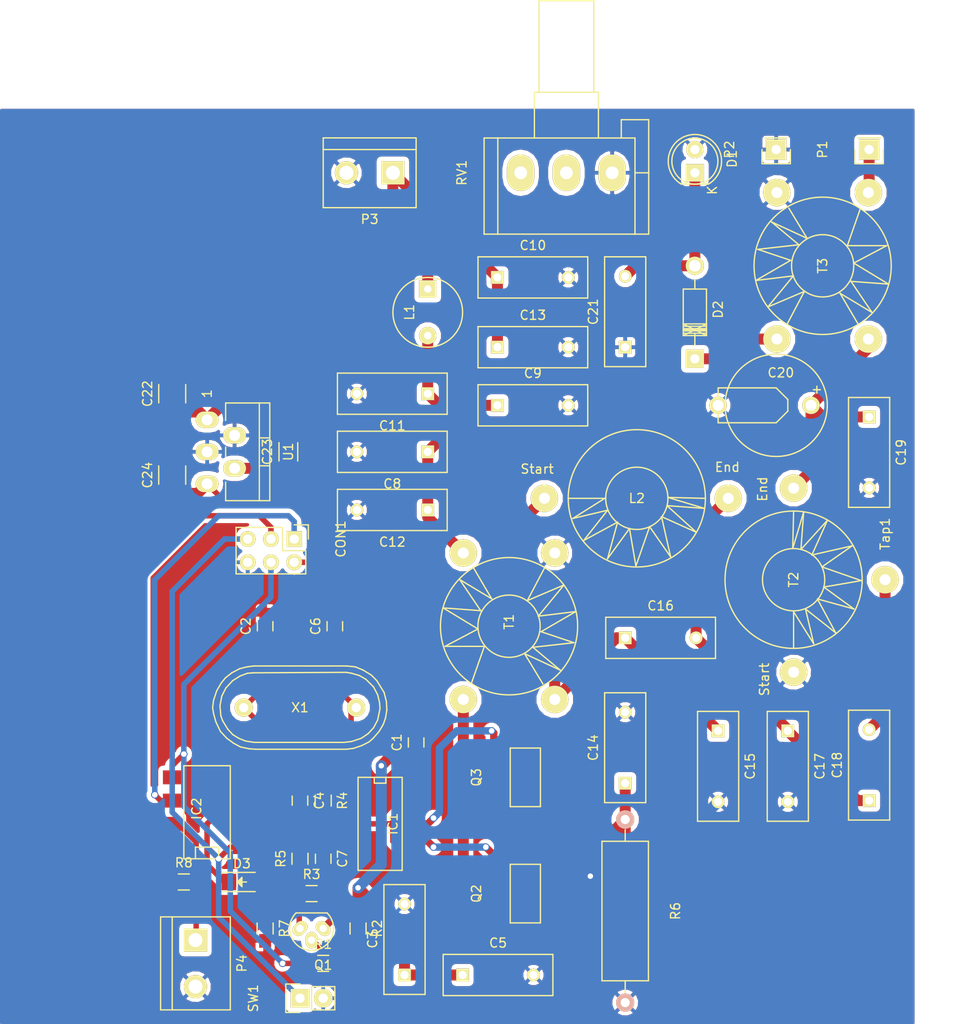
<source format=kicad_pcb>
(kicad_pcb (version 4) (host pcbnew "(2015-09-12 BZR 6188)-product")

  (general
    (links 113)
    (no_connects 2)
    (area 145 27.913919 249.895 142.3641)
    (thickness 1.6)
    (drawings 0)
    (tracks 211)
    (zones 0)
    (modules 54)
    (nets 30)
  )

  (page A4)
  (layers
    (0 F.Cu signal)
    (31 B.Cu signal)
    (32 B.Adhes user)
    (33 F.Adhes user)
    (34 B.Paste user)
    (35 F.Paste user)
    (36 B.SilkS user)
    (37 F.SilkS user)
    (38 B.Mask user)
    (39 F.Mask user)
    (40 Dwgs.User user)
    (41 Cmts.User user)
    (42 Eco1.User user)
    (43 Eco2.User user)
    (44 Edge.Cuts user)
    (45 Margin user)
    (46 B.CrtYd user)
    (47 F.CrtYd user)
    (48 B.Fab user)
    (49 F.Fab user)
  )

  (setup
    (last_trace_width 0.6)
    (user_trace_width 0.6)
    (user_trace_width 0.8)
    (trace_clearance 0.4)
    (zone_clearance 0.5)
    (zone_45_only no)
    (trace_min 0.2)
    (segment_width 0.2)
    (edge_width 0.15)
    (via_size 0.8)
    (via_drill 0.6)
    (via_min_size 0.4)
    (via_min_drill 0.3)
    (uvia_size 0.3)
    (uvia_drill 0.1)
    (uvias_allowed no)
    (uvia_min_size 0.2)
    (uvia_min_drill 0.1)
    (pcb_text_width 0.3)
    (pcb_text_size 1.5 1.5)
    (mod_edge_width 0.15)
    (mod_text_size 1 1)
    (mod_text_width 0.15)
    (pad_size 1.524 1.524)
    (pad_drill 0.762)
    (pad_to_mask_clearance 0.2)
    (aux_axis_origin 0 0)
    (visible_elements FFFFFF7F)
    (pcbplotparams
      (layerselection 0x00030_80000001)
      (usegerberextensions false)
      (excludeedgelayer true)
      (linewidth 0.150000)
      (plotframeref false)
      (viasonmask false)
      (mode 1)
      (useauxorigin false)
      (hpglpennumber 1)
      (hpglpenspeed 20)
      (hpglpendiameter 15)
      (hpglpenoverlay 2)
      (psnegative false)
      (psa4output false)
      (plotreference true)
      (plotvalue true)
      (plotinvisibletext false)
      (padsonsilk false)
      (subtractmaskfromsilk false)
      (outputformat 1)
      (mirror false)
      (drillshape 1)
      (scaleselection 1)
      (outputdirectory ""))
  )

  (net 0 "")
  (net 1 VCC)
  (net 2 GND)
  (net 3 "Net-(C2-Pad1)")
  (net 4 /schem-attiny/CPUCLK)
  (net 5 "Net-(C6-Pad1)")
  (net 6 "Net-(C7-Pad1)")
  (net 7 "Net-(C11-Pad1)")
  (net 8 "Net-(C14-Pad1)")
  (net 9 "Net-(C15-Pad1)")
  (net 10 "Net-(C16-Pad2)")
  (net 11 "Net-(C18-Pad2)")
  (net 12 "Net-(C19-Pad1)")
  (net 13 "Net-(C21-Pad2)")
  (net 14 "Net-(C23-Pad1)")
  (net 15 "Net-(CON1-Pad1)")
  (net 16 /schem-attiny/PTT_n)
  (net 17 "Net-(CON1-Pad5)")
  (net 18 "Net-(D2-Pad1)")
  (net 19 "Net-(IC1-Pad12)")
  (net 20 "Net-(IC1-Pad11)")
  (net 21 "Net-(IC1-Pad10)")
  (net 22 "Net-(P1-Pad1)")
  (net 23 "Net-(Q1-Pad2)")
  (net 24 "Net-(Q1-Pad3)")
  (net 25 "Net-(Q2-Pad3)")
  (net 26 /schem-attiny/SYNC_n)
  (net 27 "Net-(D3-Pad2)")
  (net 28 "Net-(D3-Pad1)")
  (net 29 /schem-attiny/3V3)

  (net_class Default "This is the default net class."
    (clearance 0.4)
    (trace_width 1.2)
    (via_dia 0.8)
    (via_drill 0.6)
    (uvia_dia 0.3)
    (uvia_drill 0.1)
    (add_net /schem-attiny/3V3)
    (add_net /schem-attiny/CPUCLK)
    (add_net /schem-attiny/PTT_n)
    (add_net /schem-attiny/SYNC_n)
    (add_net GND)
    (add_net "Net-(C11-Pad1)")
    (add_net "Net-(C14-Pad1)")
    (add_net "Net-(C15-Pad1)")
    (add_net "Net-(C16-Pad2)")
    (add_net "Net-(C18-Pad2)")
    (add_net "Net-(C19-Pad1)")
    (add_net "Net-(C2-Pad1)")
    (add_net "Net-(C21-Pad2)")
    (add_net "Net-(C23-Pad1)")
    (add_net "Net-(C6-Pad1)")
    (add_net "Net-(C7-Pad1)")
    (add_net "Net-(CON1-Pad1)")
    (add_net "Net-(CON1-Pad5)")
    (add_net "Net-(D2-Pad1)")
    (add_net "Net-(D3-Pad1)")
    (add_net "Net-(D3-Pad2)")
    (add_net "Net-(IC1-Pad10)")
    (add_net "Net-(IC1-Pad11)")
    (add_net "Net-(IC1-Pad12)")
    (add_net "Net-(P1-Pad1)")
    (add_net "Net-(Q1-Pad2)")
    (add_net "Net-(Q1-Pad3)")
    (add_net "Net-(Q2-Pad3)")
    (add_net VCC)
  )

  (module Capacitors_ThroughHole:C_Disc_D12_P7.75 (layer F.Cu) (tedit 0) (tstamp 55BB7E71)
    (at 189.23 134.62 90)
    (descr "Capacitor 12mm Disc, Pitch 7.75mm")
    (tags Capacitor)
    (path /539A206F)
    (fp_text reference C3 (at 3.875 -3.5 90) (layer F.SilkS)
      (effects (font (size 1 1) (thickness 0.15)))
    )
    (fp_text value 100nF (at 3.875 3.5 90) (layer F.Fab)
      (effects (font (size 1 1) (thickness 0.15)))
    )
    (fp_line (start -2.375 -2.5) (end 10.125 -2.5) (layer F.CrtYd) (width 0.05))
    (fp_line (start 10.125 -2.5) (end 10.125 2.5) (layer F.CrtYd) (width 0.05))
    (fp_line (start 10.125 2.5) (end -2.375 2.5) (layer F.CrtYd) (width 0.05))
    (fp_line (start -2.375 2.5) (end -2.375 -2.5) (layer F.CrtYd) (width 0.05))
    (fp_line (start -2.125 -2.25) (end 9.875 -2.25) (layer F.SilkS) (width 0.15))
    (fp_line (start 9.875 -2.25) (end 9.875 2.25) (layer F.SilkS) (width 0.15))
    (fp_line (start 9.875 2.25) (end -2.125 2.25) (layer F.SilkS) (width 0.15))
    (fp_line (start -2.125 2.25) (end -2.125 -2.25) (layer F.SilkS) (width 0.15))
    (pad 1 thru_hole rect (at 0 0 90) (size 1.4 1.4) (drill 0.9) (layers *.Cu *.Mask F.SilkS)
      (net 1 VCC))
    (pad 2 thru_hole circle (at 7.75 0 90) (size 1.4 1.4) (drill 0.9) (layers *.Cu *.Mask F.SilkS)
      (net 2 GND))
    (model Capacitors_ThroughHole.3dshapes/C_Disc_D12_P7.75.wrl
      (at (xyz 0.15255906 0 0))
      (scale (xyz 1 1 1))
      (rotate (xyz 0 0 0))
    )
  )

  (module Capacitors_ThroughHole:C_Disc_D12_P7.75 (layer F.Cu) (tedit 0) (tstamp 55BB7E7D)
    (at 195.58 134.62)
    (descr "Capacitor 12mm Disc, Pitch 7.75mm")
    (tags Capacitor)
    (path /539A2087)
    (fp_text reference C5 (at 3.875 -3.5) (layer F.SilkS)
      (effects (font (size 1 1) (thickness 0.15)))
    )
    (fp_text value 4u7 (at 3.875 3.5) (layer F.Fab)
      (effects (font (size 1 1) (thickness 0.15)))
    )
    (fp_line (start -2.375 -2.5) (end 10.125 -2.5) (layer F.CrtYd) (width 0.05))
    (fp_line (start 10.125 -2.5) (end 10.125 2.5) (layer F.CrtYd) (width 0.05))
    (fp_line (start 10.125 2.5) (end -2.375 2.5) (layer F.CrtYd) (width 0.05))
    (fp_line (start -2.375 2.5) (end -2.375 -2.5) (layer F.CrtYd) (width 0.05))
    (fp_line (start -2.125 -2.25) (end 9.875 -2.25) (layer F.SilkS) (width 0.15))
    (fp_line (start 9.875 -2.25) (end 9.875 2.25) (layer F.SilkS) (width 0.15))
    (fp_line (start 9.875 2.25) (end -2.125 2.25) (layer F.SilkS) (width 0.15))
    (fp_line (start -2.125 2.25) (end -2.125 -2.25) (layer F.SilkS) (width 0.15))
    (pad 1 thru_hole rect (at 0 0) (size 1.4 1.4) (drill 0.9) (layers *.Cu *.Mask F.SilkS)
      (net 1 VCC))
    (pad 2 thru_hole circle (at 7.75 0) (size 1.4 1.4) (drill 0.9) (layers *.Cu *.Mask F.SilkS)
      (net 2 GND))
    (model Capacitors_ThroughHole.3dshapes/C_Disc_D12_P7.75.wrl
      (at (xyz 0.15255906 0 0))
      (scale (xyz 1 1 1))
      (rotate (xyz 0 0 0))
    )
  )

  (module Capacitors_ThroughHole:C_Disc_D12_P7.75 (layer F.Cu) (tedit 0) (tstamp 55BB7E8F)
    (at 191.77 77.47 180)
    (descr "Capacitor 12mm Disc, Pitch 7.75mm")
    (tags Capacitor)
    (path /5399FBC9)
    (fp_text reference C8 (at 3.875 -3.5 180) (layer F.SilkS)
      (effects (font (size 1 1) (thickness 0.15)))
    )
    (fp_text value 100nF (at 3.875 3.5 180) (layer F.Fab)
      (effects (font (size 1 1) (thickness 0.15)))
    )
    (fp_line (start -2.375 -2.5) (end 10.125 -2.5) (layer F.CrtYd) (width 0.05))
    (fp_line (start 10.125 -2.5) (end 10.125 2.5) (layer F.CrtYd) (width 0.05))
    (fp_line (start 10.125 2.5) (end -2.375 2.5) (layer F.CrtYd) (width 0.05))
    (fp_line (start -2.375 2.5) (end -2.375 -2.5) (layer F.CrtYd) (width 0.05))
    (fp_line (start -2.125 -2.25) (end 9.875 -2.25) (layer F.SilkS) (width 0.15))
    (fp_line (start 9.875 -2.25) (end 9.875 2.25) (layer F.SilkS) (width 0.15))
    (fp_line (start 9.875 2.25) (end -2.125 2.25) (layer F.SilkS) (width 0.15))
    (fp_line (start -2.125 2.25) (end -2.125 -2.25) (layer F.SilkS) (width 0.15))
    (pad 1 thru_hole rect (at 0 0 180) (size 1.4 1.4) (drill 0.9) (layers *.Cu *.Mask F.SilkS)
      (net 7 "Net-(C11-Pad1)"))
    (pad 2 thru_hole circle (at 7.75 0 180) (size 1.4 1.4) (drill 0.9) (layers *.Cu *.Mask F.SilkS)
      (net 2 GND))
    (model Capacitors_ThroughHole.3dshapes/C_Disc_D12_P7.75.wrl
      (at (xyz 0.15255906 0 0))
      (scale (xyz 1 1 1))
      (rotate (xyz 0 0 0))
    )
  )

  (module Capacitors_ThroughHole:C_Disc_D12_P7.75 (layer F.Cu) (tedit 0) (tstamp 55BB7E95)
    (at 199.39 72.39)
    (descr "Capacitor 12mm Disc, Pitch 7.75mm")
    (tags Capacitor)
    (path /5399FBCF)
    (fp_text reference C9 (at 3.875 -3.5) (layer F.SilkS)
      (effects (font (size 1 1) (thickness 0.15)))
    )
    (fp_text value 100nF (at 3.875 3.5) (layer F.Fab)
      (effects (font (size 1 1) (thickness 0.15)))
    )
    (fp_line (start -2.375 -2.5) (end 10.125 -2.5) (layer F.CrtYd) (width 0.05))
    (fp_line (start 10.125 -2.5) (end 10.125 2.5) (layer F.CrtYd) (width 0.05))
    (fp_line (start 10.125 2.5) (end -2.375 2.5) (layer F.CrtYd) (width 0.05))
    (fp_line (start -2.375 2.5) (end -2.375 -2.5) (layer F.CrtYd) (width 0.05))
    (fp_line (start -2.125 -2.25) (end 9.875 -2.25) (layer F.SilkS) (width 0.15))
    (fp_line (start 9.875 -2.25) (end 9.875 2.25) (layer F.SilkS) (width 0.15))
    (fp_line (start 9.875 2.25) (end -2.125 2.25) (layer F.SilkS) (width 0.15))
    (fp_line (start -2.125 2.25) (end -2.125 -2.25) (layer F.SilkS) (width 0.15))
    (pad 1 thru_hole rect (at 0 0) (size 1.4 1.4) (drill 0.9) (layers *.Cu *.Mask F.SilkS)
      (net 7 "Net-(C11-Pad1)"))
    (pad 2 thru_hole circle (at 7.75 0) (size 1.4 1.4) (drill 0.9) (layers *.Cu *.Mask F.SilkS)
      (net 2 GND))
    (model Capacitors_ThroughHole.3dshapes/C_Disc_D12_P7.75.wrl
      (at (xyz 0.15255906 0 0))
      (scale (xyz 1 1 1))
      (rotate (xyz 0 0 0))
    )
  )

  (module Capacitors_ThroughHole:C_Disc_D12_P7.75 (layer F.Cu) (tedit 0) (tstamp 55BB7E9B)
    (at 199.39 58.42)
    (descr "Capacitor 12mm Disc, Pitch 7.75mm")
    (tags Capacitor)
    (path /53627898)
    (fp_text reference C10 (at 3.875 -3.5) (layer F.SilkS)
      (effects (font (size 1 1) (thickness 0.15)))
    )
    (fp_text value 100nF (at 3.875 3.5) (layer F.Fab)
      (effects (font (size 1 1) (thickness 0.15)))
    )
    (fp_line (start -2.375 -2.5) (end 10.125 -2.5) (layer F.CrtYd) (width 0.05))
    (fp_line (start 10.125 -2.5) (end 10.125 2.5) (layer F.CrtYd) (width 0.05))
    (fp_line (start 10.125 2.5) (end -2.375 2.5) (layer F.CrtYd) (width 0.05))
    (fp_line (start -2.375 2.5) (end -2.375 -2.5) (layer F.CrtYd) (width 0.05))
    (fp_line (start -2.125 -2.25) (end 9.875 -2.25) (layer F.SilkS) (width 0.15))
    (fp_line (start 9.875 -2.25) (end 9.875 2.25) (layer F.SilkS) (width 0.15))
    (fp_line (start 9.875 2.25) (end -2.125 2.25) (layer F.SilkS) (width 0.15))
    (fp_line (start -2.125 2.25) (end -2.125 -2.25) (layer F.SilkS) (width 0.15))
    (pad 1 thru_hole rect (at 0 0) (size 1.4 1.4) (drill 0.9) (layers *.Cu *.Mask F.SilkS)
      (net 1 VCC))
    (pad 2 thru_hole circle (at 7.75 0) (size 1.4 1.4) (drill 0.9) (layers *.Cu *.Mask F.SilkS)
      (net 2 GND))
    (model Capacitors_ThroughHole.3dshapes/C_Disc_D12_P7.75.wrl
      (at (xyz 0.15255906 0 0))
      (scale (xyz 1 1 1))
      (rotate (xyz 0 0 0))
    )
  )

  (module Capacitors_ThroughHole:C_Disc_D12_P7.75 (layer F.Cu) (tedit 0) (tstamp 55BB7EA1)
    (at 191.77 71.12 180)
    (descr "Capacitor 12mm Disc, Pitch 7.75mm")
    (tags Capacitor)
    (path /5399FBD5)
    (fp_text reference C11 (at 3.875 -3.5 180) (layer F.SilkS)
      (effects (font (size 1 1) (thickness 0.15)))
    )
    (fp_text value 100nF (at 3.875 3.5 180) (layer F.Fab)
      (effects (font (size 1 1) (thickness 0.15)))
    )
    (fp_line (start -2.375 -2.5) (end 10.125 -2.5) (layer F.CrtYd) (width 0.05))
    (fp_line (start 10.125 -2.5) (end 10.125 2.5) (layer F.CrtYd) (width 0.05))
    (fp_line (start 10.125 2.5) (end -2.375 2.5) (layer F.CrtYd) (width 0.05))
    (fp_line (start -2.375 2.5) (end -2.375 -2.5) (layer F.CrtYd) (width 0.05))
    (fp_line (start -2.125 -2.25) (end 9.875 -2.25) (layer F.SilkS) (width 0.15))
    (fp_line (start 9.875 -2.25) (end 9.875 2.25) (layer F.SilkS) (width 0.15))
    (fp_line (start 9.875 2.25) (end -2.125 2.25) (layer F.SilkS) (width 0.15))
    (fp_line (start -2.125 2.25) (end -2.125 -2.25) (layer F.SilkS) (width 0.15))
    (pad 1 thru_hole rect (at 0 0 180) (size 1.4 1.4) (drill 0.9) (layers *.Cu *.Mask F.SilkS)
      (net 7 "Net-(C11-Pad1)"))
    (pad 2 thru_hole circle (at 7.75 0 180) (size 1.4 1.4) (drill 0.9) (layers *.Cu *.Mask F.SilkS)
      (net 2 GND))
    (model Capacitors_ThroughHole.3dshapes/C_Disc_D12_P7.75.wrl
      (at (xyz 0.15255906 0 0))
      (scale (xyz 1 1 1))
      (rotate (xyz 0 0 0))
    )
  )

  (module Capacitors_ThroughHole:C_Disc_D12_P7.75 (layer F.Cu) (tedit 0) (tstamp 55BB7EA7)
    (at 191.77 83.82 180)
    (descr "Capacitor 12mm Disc, Pitch 7.75mm")
    (tags Capacitor)
    (path /5399FBDB)
    (fp_text reference C12 (at 3.875 -3.5 180) (layer F.SilkS)
      (effects (font (size 1 1) (thickness 0.15)))
    )
    (fp_text value 100nF (at 3.875 3.5 180) (layer F.Fab)
      (effects (font (size 1 1) (thickness 0.15)))
    )
    (fp_line (start -2.375 -2.5) (end 10.125 -2.5) (layer F.CrtYd) (width 0.05))
    (fp_line (start 10.125 -2.5) (end 10.125 2.5) (layer F.CrtYd) (width 0.05))
    (fp_line (start 10.125 2.5) (end -2.375 2.5) (layer F.CrtYd) (width 0.05))
    (fp_line (start -2.375 2.5) (end -2.375 -2.5) (layer F.CrtYd) (width 0.05))
    (fp_line (start -2.125 -2.25) (end 9.875 -2.25) (layer F.SilkS) (width 0.15))
    (fp_line (start 9.875 -2.25) (end 9.875 2.25) (layer F.SilkS) (width 0.15))
    (fp_line (start 9.875 2.25) (end -2.125 2.25) (layer F.SilkS) (width 0.15))
    (fp_line (start -2.125 2.25) (end -2.125 -2.25) (layer F.SilkS) (width 0.15))
    (pad 1 thru_hole rect (at 0 0 180) (size 1.4 1.4) (drill 0.9) (layers *.Cu *.Mask F.SilkS)
      (net 7 "Net-(C11-Pad1)"))
    (pad 2 thru_hole circle (at 7.75 0 180) (size 1.4 1.4) (drill 0.9) (layers *.Cu *.Mask F.SilkS)
      (net 2 GND))
    (model Capacitors_ThroughHole.3dshapes/C_Disc_D12_P7.75.wrl
      (at (xyz 0.15255906 0 0))
      (scale (xyz 1 1 1))
      (rotate (xyz 0 0 0))
    )
  )

  (module Capacitors_ThroughHole:C_Disc_D12_P7.75 (layer F.Cu) (tedit 0) (tstamp 55BB7EAD)
    (at 199.39 66.04)
    (descr "Capacitor 12mm Disc, Pitch 7.75mm")
    (tags Capacitor)
    (path /53627972)
    (fp_text reference C13 (at 3.875 -3.5) (layer F.SilkS)
      (effects (font (size 1 1) (thickness 0.15)))
    )
    (fp_text value 4u7 (at 3.875 3.5) (layer F.Fab)
      (effects (font (size 1 1) (thickness 0.15)))
    )
    (fp_line (start -2.375 -2.5) (end 10.125 -2.5) (layer F.CrtYd) (width 0.05))
    (fp_line (start 10.125 -2.5) (end 10.125 2.5) (layer F.CrtYd) (width 0.05))
    (fp_line (start 10.125 2.5) (end -2.375 2.5) (layer F.CrtYd) (width 0.05))
    (fp_line (start -2.375 2.5) (end -2.375 -2.5) (layer F.CrtYd) (width 0.05))
    (fp_line (start -2.125 -2.25) (end 9.875 -2.25) (layer F.SilkS) (width 0.15))
    (fp_line (start 9.875 -2.25) (end 9.875 2.25) (layer F.SilkS) (width 0.15))
    (fp_line (start 9.875 2.25) (end -2.125 2.25) (layer F.SilkS) (width 0.15))
    (fp_line (start -2.125 2.25) (end -2.125 -2.25) (layer F.SilkS) (width 0.15))
    (pad 1 thru_hole rect (at 0 0) (size 1.4 1.4) (drill 0.9) (layers *.Cu *.Mask F.SilkS)
      (net 1 VCC))
    (pad 2 thru_hole circle (at 7.75 0) (size 1.4 1.4) (drill 0.9) (layers *.Cu *.Mask F.SilkS)
      (net 2 GND))
    (model Capacitors_ThroughHole.3dshapes/C_Disc_D12_P7.75.wrl
      (at (xyz 0.15255906 0 0))
      (scale (xyz 1 1 1))
      (rotate (xyz 0 0 0))
    )
  )

  (module Capacitors_ThroughHole:C_Disc_D12_P7.75 (layer F.Cu) (tedit 0) (tstamp 55BB7EB3)
    (at 213.36 113.665 90)
    (descr "Capacitor 12mm Disc, Pitch 7.75mm")
    (tags Capacitor)
    (path /539A1B2C)
    (fp_text reference C14 (at 3.875 -3.5 90) (layer F.SilkS)
      (effects (font (size 1 1) (thickness 0.15)))
    )
    (fp_text value 0.1u (at 3.875 3.5 90) (layer F.Fab)
      (effects (font (size 1 1) (thickness 0.15)))
    )
    (fp_line (start -2.375 -2.5) (end 10.125 -2.5) (layer F.CrtYd) (width 0.05))
    (fp_line (start 10.125 -2.5) (end 10.125 2.5) (layer F.CrtYd) (width 0.05))
    (fp_line (start 10.125 2.5) (end -2.375 2.5) (layer F.CrtYd) (width 0.05))
    (fp_line (start -2.375 2.5) (end -2.375 -2.5) (layer F.CrtYd) (width 0.05))
    (fp_line (start -2.125 -2.25) (end 9.875 -2.25) (layer F.SilkS) (width 0.15))
    (fp_line (start 9.875 -2.25) (end 9.875 2.25) (layer F.SilkS) (width 0.15))
    (fp_line (start 9.875 2.25) (end -2.125 2.25) (layer F.SilkS) (width 0.15))
    (fp_line (start -2.125 2.25) (end -2.125 -2.25) (layer F.SilkS) (width 0.15))
    (pad 1 thru_hole rect (at 0 0 90) (size 1.4 1.4) (drill 0.9) (layers *.Cu *.Mask F.SilkS)
      (net 8 "Net-(C14-Pad1)"))
    (pad 2 thru_hole circle (at 7.75 0 90) (size 1.4 1.4) (drill 0.9) (layers *.Cu *.Mask F.SilkS)
      (net 2 GND))
    (model Capacitors_ThroughHole.3dshapes/C_Disc_D12_P7.75.wrl
      (at (xyz 0.15255906 0 0))
      (scale (xyz 1 1 1))
      (rotate (xyz 0 0 0))
    )
  )

  (module Capacitors_ThroughHole:C_Disc_D12_P7.75 (layer F.Cu) (tedit 0) (tstamp 55BB7EB9)
    (at 223.52 107.95 270)
    (descr "Capacitor 12mm Disc, Pitch 7.75mm")
    (tags Capacitor)
    (path /539A0037)
    (fp_text reference C15 (at 3.875 -3.5 270) (layer F.SilkS)
      (effects (font (size 1 1) (thickness 0.15)))
    )
    (fp_text value 910pF (at 3.875 3.5 270) (layer F.Fab)
      (effects (font (size 1 1) (thickness 0.15)))
    )
    (fp_line (start -2.375 -2.5) (end 10.125 -2.5) (layer F.CrtYd) (width 0.05))
    (fp_line (start 10.125 -2.5) (end 10.125 2.5) (layer F.CrtYd) (width 0.05))
    (fp_line (start 10.125 2.5) (end -2.375 2.5) (layer F.CrtYd) (width 0.05))
    (fp_line (start -2.375 2.5) (end -2.375 -2.5) (layer F.CrtYd) (width 0.05))
    (fp_line (start -2.125 -2.25) (end 9.875 -2.25) (layer F.SilkS) (width 0.15))
    (fp_line (start 9.875 -2.25) (end 9.875 2.25) (layer F.SilkS) (width 0.15))
    (fp_line (start 9.875 2.25) (end -2.125 2.25) (layer F.SilkS) (width 0.15))
    (fp_line (start -2.125 2.25) (end -2.125 -2.25) (layer F.SilkS) (width 0.15))
    (pad 1 thru_hole rect (at 0 0 270) (size 1.4 1.4) (drill 0.9) (layers *.Cu *.Mask F.SilkS)
      (net 9 "Net-(C15-Pad1)"))
    (pad 2 thru_hole circle (at 7.75 0 270) (size 1.4 1.4) (drill 0.9) (layers *.Cu *.Mask F.SilkS)
      (net 2 GND))
    (model Capacitors_ThroughHole.3dshapes/C_Disc_D12_P7.75.wrl
      (at (xyz 0.15255906 0 0))
      (scale (xyz 1 1 1))
      (rotate (xyz 0 0 0))
    )
  )

  (module Capacitors_ThroughHole:C_Disc_D12_P7.75 (layer F.Cu) (tedit 0) (tstamp 55BB7EBF)
    (at 213.36 97.79)
    (descr "Capacitor 12mm Disc, Pitch 7.75mm")
    (tags Capacitor)
    (path /539A0091)
    (fp_text reference C16 (at 3.875 -3.5) (layer F.SilkS)
      (effects (font (size 1 1) (thickness 0.15)))
    )
    (fp_text value 220pF (at 3.875 3.5) (layer F.Fab)
      (effects (font (size 1 1) (thickness 0.15)))
    )
    (fp_line (start -2.375 -2.5) (end 10.125 -2.5) (layer F.CrtYd) (width 0.05))
    (fp_line (start 10.125 -2.5) (end 10.125 2.5) (layer F.CrtYd) (width 0.05))
    (fp_line (start 10.125 2.5) (end -2.375 2.5) (layer F.CrtYd) (width 0.05))
    (fp_line (start -2.375 2.5) (end -2.375 -2.5) (layer F.CrtYd) (width 0.05))
    (fp_line (start -2.125 -2.25) (end 9.875 -2.25) (layer F.SilkS) (width 0.15))
    (fp_line (start 9.875 -2.25) (end 9.875 2.25) (layer F.SilkS) (width 0.15))
    (fp_line (start 9.875 2.25) (end -2.125 2.25) (layer F.SilkS) (width 0.15))
    (fp_line (start -2.125 2.25) (end -2.125 -2.25) (layer F.SilkS) (width 0.15))
    (pad 1 thru_hole rect (at 0 0) (size 1.4 1.4) (drill 0.9) (layers *.Cu *.Mask F.SilkS)
      (net 9 "Net-(C15-Pad1)"))
    (pad 2 thru_hole circle (at 7.75 0) (size 1.4 1.4) (drill 0.9) (layers *.Cu *.Mask F.SilkS)
      (net 10 "Net-(C16-Pad2)"))
    (model Capacitors_ThroughHole.3dshapes/C_Disc_D12_P7.75.wrl
      (at (xyz 0.15255906 0 0))
      (scale (xyz 1 1 1))
      (rotate (xyz 0 0 0))
    )
  )

  (module Capacitors_ThroughHole:C_Disc_D12_P7.75 (layer F.Cu) (tedit 0) (tstamp 55BB7EC5)
    (at 231.14 107.95 270)
    (descr "Capacitor 12mm Disc, Pitch 7.75mm")
    (tags Capacitor)
    (path /539A0072)
    (fp_text reference C17 (at 3.875 -3.5 270) (layer F.SilkS)
      (effects (font (size 1 1) (thickness 0.15)))
    )
    (fp_text value 910pF (at 3.875 3.5 270) (layer F.Fab)
      (effects (font (size 1 1) (thickness 0.15)))
    )
    (fp_line (start -2.375 -2.5) (end 10.125 -2.5) (layer F.CrtYd) (width 0.05))
    (fp_line (start 10.125 -2.5) (end 10.125 2.5) (layer F.CrtYd) (width 0.05))
    (fp_line (start 10.125 2.5) (end -2.375 2.5) (layer F.CrtYd) (width 0.05))
    (fp_line (start -2.375 2.5) (end -2.375 -2.5) (layer F.CrtYd) (width 0.05))
    (fp_line (start -2.125 -2.25) (end 9.875 -2.25) (layer F.SilkS) (width 0.15))
    (fp_line (start 9.875 -2.25) (end 9.875 2.25) (layer F.SilkS) (width 0.15))
    (fp_line (start 9.875 2.25) (end -2.125 2.25) (layer F.SilkS) (width 0.15))
    (fp_line (start -2.125 2.25) (end -2.125 -2.25) (layer F.SilkS) (width 0.15))
    (pad 1 thru_hole rect (at 0 0 270) (size 1.4 1.4) (drill 0.9) (layers *.Cu *.Mask F.SilkS)
      (net 10 "Net-(C16-Pad2)"))
    (pad 2 thru_hole circle (at 7.75 0 270) (size 1.4 1.4) (drill 0.9) (layers *.Cu *.Mask F.SilkS)
      (net 2 GND))
    (model Capacitors_ThroughHole.3dshapes/C_Disc_D12_P7.75.wrl
      (at (xyz 0.15255906 0 0))
      (scale (xyz 1 1 1))
      (rotate (xyz 0 0 0))
    )
  )

  (module Capacitors_ThroughHole:C_Disc_D12_P7.75 (layer F.Cu) (tedit 0) (tstamp 55BB7ECB)
    (at 240.03 115.57 90)
    (descr "Capacitor 12mm Disc, Pitch 7.75mm")
    (tags Capacitor)
    (path /539A0CA0)
    (fp_text reference C18 (at 3.875 -3.5 90) (layer F.SilkS)
      (effects (font (size 1 1) (thickness 0.15)))
    )
    (fp_text value 400pF (at 3.875 3.5 90) (layer F.Fab)
      (effects (font (size 1 1) (thickness 0.15)))
    )
    (fp_line (start -2.375 -2.5) (end 10.125 -2.5) (layer F.CrtYd) (width 0.05))
    (fp_line (start 10.125 -2.5) (end 10.125 2.5) (layer F.CrtYd) (width 0.05))
    (fp_line (start 10.125 2.5) (end -2.375 2.5) (layer F.CrtYd) (width 0.05))
    (fp_line (start -2.375 2.5) (end -2.375 -2.5) (layer F.CrtYd) (width 0.05))
    (fp_line (start -2.125 -2.25) (end 9.875 -2.25) (layer F.SilkS) (width 0.15))
    (fp_line (start 9.875 -2.25) (end 9.875 2.25) (layer F.SilkS) (width 0.15))
    (fp_line (start 9.875 2.25) (end -2.125 2.25) (layer F.SilkS) (width 0.15))
    (fp_line (start -2.125 2.25) (end -2.125 -2.25) (layer F.SilkS) (width 0.15))
    (pad 1 thru_hole rect (at 0 0 90) (size 1.4 1.4) (drill 0.9) (layers *.Cu *.Mask F.SilkS)
      (net 10 "Net-(C16-Pad2)"))
    (pad 2 thru_hole circle (at 7.75 0 90) (size 1.4 1.4) (drill 0.9) (layers *.Cu *.Mask F.SilkS)
      (net 11 "Net-(C18-Pad2)"))
    (model Capacitors_ThroughHole.3dshapes/C_Disc_D12_P7.75.wrl
      (at (xyz 0.15255906 0 0))
      (scale (xyz 1 1 1))
      (rotate (xyz 0 0 0))
    )
  )

  (module Capacitors_ThroughHole:C_Disc_D12_P7.75 (layer F.Cu) (tedit 0) (tstamp 55BB7ED1)
    (at 240.03 73.66 270)
    (descr "Capacitor 12mm Disc, Pitch 7.75mm")
    (tags Capacitor)
    (path /539A0CBB)
    (fp_text reference C19 (at 3.875 -3.5 270) (layer F.SilkS)
      (effects (font (size 1 1) (thickness 0.15)))
    )
    (fp_text value 910pF (at 3.875 3.5 270) (layer F.Fab)
      (effects (font (size 1 1) (thickness 0.15)))
    )
    (fp_line (start -2.375 -2.5) (end 10.125 -2.5) (layer F.CrtYd) (width 0.05))
    (fp_line (start 10.125 -2.5) (end 10.125 2.5) (layer F.CrtYd) (width 0.05))
    (fp_line (start 10.125 2.5) (end -2.375 2.5) (layer F.CrtYd) (width 0.05))
    (fp_line (start -2.375 2.5) (end -2.375 -2.5) (layer F.CrtYd) (width 0.05))
    (fp_line (start -2.125 -2.25) (end 9.875 -2.25) (layer F.SilkS) (width 0.15))
    (fp_line (start 9.875 -2.25) (end 9.875 2.25) (layer F.SilkS) (width 0.15))
    (fp_line (start 9.875 2.25) (end -2.125 2.25) (layer F.SilkS) (width 0.15))
    (fp_line (start -2.125 2.25) (end -2.125 -2.25) (layer F.SilkS) (width 0.15))
    (pad 1 thru_hole rect (at 0 0 270) (size 1.4 1.4) (drill 0.9) (layers *.Cu *.Mask F.SilkS)
      (net 12 "Net-(C19-Pad1)"))
    (pad 2 thru_hole circle (at 7.75 0 270) (size 1.4 1.4) (drill 0.9) (layers *.Cu *.Mask F.SilkS)
      (net 2 GND))
    (model Capacitors_ThroughHole.3dshapes/C_Disc_D12_P7.75.wrl
      (at (xyz 0.15255906 0 0))
      (scale (xyz 1 1 1))
      (rotate (xyz 0 0 0))
    )
  )

  (module renard:CAP_VARIABLE (layer F.Cu) (tedit 55BB7932) (tstamp 55BB7EE0)
    (at 229.87 72.39)
    (path /539A0CD4)
    (fp_text reference C20 (at 0.508 -3.556) (layer F.SilkS)
      (effects (font (size 1 1) (thickness 0.15)))
    )
    (fp_text value CTRIM (at 0 3.556) (layer F.Fab)
      (effects (font (size 1 1) (thickness 0.15)))
    )
    (fp_text user + (at 4.445 -1.778) (layer F.SilkS)
      (effects (font (size 1 1) (thickness 0.15)))
    )
    (fp_circle (center 0 0) (end 0 -5.588) (layer F.SilkS) (width 0.15))
    (fp_line (start -6.35 1.905) (end 0 1.905) (layer F.SilkS) (width 0.15))
    (fp_line (start 0 1.905) (end 1.27 0.635) (layer F.SilkS) (width 0.15))
    (fp_line (start 1.27 0.635) (end 1.27 -0.635) (layer F.SilkS) (width 0.15))
    (fp_line (start 1.27 -0.635) (end 0 -1.905) (layer F.SilkS) (width 0.15))
    (fp_line (start 0 -1.905) (end -6.35 -1.905) (layer F.SilkS) (width 0.15))
    (fp_line (start -6.35 -1.905) (end -6.35 1.905) (layer F.SilkS) (width 0.15))
    (fp_line (start -5.715 0) (end -6.35 0) (layer F.SilkS) (width 0.15))
    (pad 2 thru_hole circle (at -6.35 0) (size 1.905 1.905) (drill 1.1938) (layers *.Cu *.Mask F.SilkS)
      (net 2 GND))
    (pad 1 thru_hole circle (at 3.81 0) (size 1.905 1.905) (drill 1.1938) (layers *.Cu *.Mask F.SilkS)
      (net 12 "Net-(C19-Pad1)"))
  )

  (module Capacitors_ThroughHole:C_Disc_D12_P7.75 (layer F.Cu) (tedit 0) (tstamp 55BB7EE6)
    (at 213.36 66.04 90)
    (descr "Capacitor 12mm Disc, Pitch 7.75mm")
    (tags Capacitor)
    (path /539A1196)
    (fp_text reference C21 (at 3.875 -3.5 90) (layer F.SilkS)
      (effects (font (size 1 1) (thickness 0.15)))
    )
    (fp_text value 0.1uF (at 3.875 3.5 90) (layer F.Fab)
      (effects (font (size 1 1) (thickness 0.15)))
    )
    (fp_line (start -2.375 -2.5) (end 10.125 -2.5) (layer F.CrtYd) (width 0.05))
    (fp_line (start 10.125 -2.5) (end 10.125 2.5) (layer F.CrtYd) (width 0.05))
    (fp_line (start 10.125 2.5) (end -2.375 2.5) (layer F.CrtYd) (width 0.05))
    (fp_line (start -2.375 2.5) (end -2.375 -2.5) (layer F.CrtYd) (width 0.05))
    (fp_line (start -2.125 -2.25) (end 9.875 -2.25) (layer F.SilkS) (width 0.15))
    (fp_line (start 9.875 -2.25) (end 9.875 2.25) (layer F.SilkS) (width 0.15))
    (fp_line (start 9.875 2.25) (end -2.125 2.25) (layer F.SilkS) (width 0.15))
    (fp_line (start -2.125 2.25) (end -2.125 -2.25) (layer F.SilkS) (width 0.15))
    (pad 1 thru_hole rect (at 0 0 90) (size 1.4 1.4) (drill 0.9) (layers *.Cu *.Mask F.SilkS)
      (net 2 GND))
    (pad 2 thru_hole circle (at 7.75 0 90) (size 1.4 1.4) (drill 0.9) (layers *.Cu *.Mask F.SilkS)
      (net 13 "Net-(C21-Pad2)"))
    (model Capacitors_ThroughHole.3dshapes/C_Disc_D12_P7.75.wrl
      (at (xyz 0.15255906 0 0))
      (scale (xyz 1 1 1))
      (rotate (xyz 0 0 0))
    )
  )

  (module Pin_Headers:Pin_Header_Straight_2x03 (layer F.Cu) (tedit 54EA0A4B) (tstamp 55BB7F02)
    (at 177.165 86.995 270)
    (descr "Through hole pin header")
    (tags "pin header")
    (path /53626AAA/539A2E37)
    (fp_text reference CON1 (at 0 -5.1 270) (layer F.SilkS)
      (effects (font (size 1 1) (thickness 0.15)))
    )
    (fp_text value AVR-ISP6 (at 0 -3.1 270) (layer F.Fab)
      (effects (font (size 1 1) (thickness 0.15)))
    )
    (fp_line (start -1.27 1.27) (end -1.27 6.35) (layer F.SilkS) (width 0.15))
    (fp_line (start -1.55 -1.55) (end 0 -1.55) (layer F.SilkS) (width 0.15))
    (fp_line (start -1.75 -1.75) (end -1.75 6.85) (layer F.CrtYd) (width 0.05))
    (fp_line (start 4.3 -1.75) (end 4.3 6.85) (layer F.CrtYd) (width 0.05))
    (fp_line (start -1.75 -1.75) (end 4.3 -1.75) (layer F.CrtYd) (width 0.05))
    (fp_line (start -1.75 6.85) (end 4.3 6.85) (layer F.CrtYd) (width 0.05))
    (fp_line (start 1.27 -1.27) (end 1.27 1.27) (layer F.SilkS) (width 0.15))
    (fp_line (start 1.27 1.27) (end -1.27 1.27) (layer F.SilkS) (width 0.15))
    (fp_line (start -1.27 6.35) (end 3.81 6.35) (layer F.SilkS) (width 0.15))
    (fp_line (start 3.81 6.35) (end 3.81 1.27) (layer F.SilkS) (width 0.15))
    (fp_line (start -1.55 -1.55) (end -1.55 0) (layer F.SilkS) (width 0.15))
    (fp_line (start 3.81 -1.27) (end 1.27 -1.27) (layer F.SilkS) (width 0.15))
    (fp_line (start 3.81 1.27) (end 3.81 -1.27) (layer F.SilkS) (width 0.15))
    (pad 1 thru_hole rect (at 0 0 270) (size 1.7272 1.7272) (drill 1.016) (layers *.Cu *.Mask F.SilkS)
      (net 15 "Net-(CON1-Pad1)"))
    (pad 2 thru_hole oval (at 2.54 0 270) (size 1.7272 1.7272) (drill 1.016) (layers *.Cu *.Mask F.SilkS)
      (net 29 /schem-attiny/3V3))
    (pad 3 thru_hole oval (at 0 2.54 270) (size 1.7272 1.7272) (drill 1.016) (layers *.Cu *.Mask F.SilkS)
      (net 26 /schem-attiny/SYNC_n))
    (pad 4 thru_hole oval (at 2.54 2.54 270) (size 1.7272 1.7272) (drill 1.016) (layers *.Cu *.Mask F.SilkS)
      (net 16 /schem-attiny/PTT_n))
    (pad 5 thru_hole oval (at 0 5.08 270) (size 1.7272 1.7272) (drill 1.016) (layers *.Cu *.Mask F.SilkS)
      (net 17 "Net-(CON1-Pad5)"))
    (pad 6 thru_hole oval (at 2.54 5.08 270) (size 1.7272 1.7272) (drill 1.016) (layers *.Cu *.Mask F.SilkS)
      (net 2 GND))
    (model Pin_Headers.3dshapes/Pin_Header_Straight_2x03.wrl
      (at (xyz 0.05 -0.1 0))
      (scale (xyz 1 1 1))
      (rotate (xyz 0 0 90))
    )
  )

  (module LEDs:LED-5MM (layer F.Cu) (tedit 5570F7EA) (tstamp 55BB7F08)
    (at 220.98 46.99 90)
    (descr "LED 5mm round vertical")
    (tags "LED 5mm round vertical")
    (path /539A12D0)
    (fp_text reference D1 (at 1.524 4.064 90) (layer F.SilkS)
      (effects (font (size 1 1) (thickness 0.15)))
    )
    (fp_text value LED (at 1.524 -3.937 90) (layer F.Fab)
      (effects (font (size 1 1) (thickness 0.15)))
    )
    (fp_line (start -1.5 -1.55) (end -1.5 1.55) (layer F.CrtYd) (width 0.05))
    (fp_arc (start 1.3 0) (end -1.5 1.55) (angle -302) (layer F.CrtYd) (width 0.05))
    (fp_arc (start 1.27 0) (end -1.23 -1.5) (angle 297.5) (layer F.SilkS) (width 0.15))
    (fp_line (start -1.23 1.5) (end -1.23 -1.5) (layer F.SilkS) (width 0.15))
    (fp_circle (center 1.27 0) (end 0.97 -2.5) (layer F.SilkS) (width 0.15))
    (fp_text user K (at -1.905 1.905 90) (layer F.SilkS)
      (effects (font (size 1 1) (thickness 0.15)))
    )
    (pad 1 thru_hole rect (at 0 0 180) (size 2 1.9) (drill 1.00076) (layers *.Cu *.Mask F.SilkS)
      (net 13 "Net-(C21-Pad2)"))
    (pad 2 thru_hole circle (at 2.54 0 90) (size 1.9 1.9) (drill 1.00076) (layers *.Cu *.Mask F.SilkS)
      (net 2 GND))
    (model LEDs.3dshapes/LED-5MM.wrl
      (at (xyz 0.05 0 0))
      (scale (xyz 1 1 1))
      (rotate (xyz 0 0 90))
    )
  )

  (module Diodes_ThroughHole:Diode_DO-41_SOD81_Horizontal_RM10 (layer F.Cu) (tedit 552FFCCE) (tstamp 55BB7F0E)
    (at 220.98 67.31 90)
    (descr "Diode, DO-41, SOD81, Horizontal, RM 10mm,")
    (tags "Diode, DO-41, SOD81, Horizontal, RM 10mm, 1N4007, SB140,")
    (path /539A117E)
    (fp_text reference D2 (at 5.38734 2.53746 90) (layer F.SilkS)
      (effects (font (size 1 1) (thickness 0.15)))
    )
    (fp_text value 1N4148W (at 4.37134 -3.55854 90) (layer F.Fab)
      (effects (font (size 1 1) (thickness 0.15)))
    )
    (fp_line (start 7.62 -0.00254) (end 8.636 -0.00254) (layer F.SilkS) (width 0.15))
    (fp_line (start 2.794 -0.00254) (end 1.524 -0.00254) (layer F.SilkS) (width 0.15))
    (fp_line (start 3.048 -1.27254) (end 3.048 1.26746) (layer F.SilkS) (width 0.15))
    (fp_line (start 3.302 -1.27254) (end 3.302 1.26746) (layer F.SilkS) (width 0.15))
    (fp_line (start 3.556 -1.27254) (end 3.556 1.26746) (layer F.SilkS) (width 0.15))
    (fp_line (start 2.794 -1.27254) (end 2.794 1.26746) (layer F.SilkS) (width 0.15))
    (fp_line (start 3.81 -1.27254) (end 2.54 1.26746) (layer F.SilkS) (width 0.15))
    (fp_line (start 2.54 -1.27254) (end 3.81 1.26746) (layer F.SilkS) (width 0.15))
    (fp_line (start 3.81 -1.27254) (end 3.81 1.26746) (layer F.SilkS) (width 0.15))
    (fp_line (start 3.175 -1.27254) (end 3.175 1.26746) (layer F.SilkS) (width 0.15))
    (fp_line (start 2.54 1.26746) (end 2.54 -1.27254) (layer F.SilkS) (width 0.15))
    (fp_line (start 2.54 -1.27254) (end 7.62 -1.27254) (layer F.SilkS) (width 0.15))
    (fp_line (start 7.62 -1.27254) (end 7.62 1.26746) (layer F.SilkS) (width 0.15))
    (fp_line (start 7.62 1.26746) (end 2.54 1.26746) (layer F.SilkS) (width 0.15))
    (pad 2 thru_hole circle (at 10.16 -0.00254 270) (size 1.99898 1.99898) (drill 1.27) (layers *.Cu *.Mask F.SilkS)
      (net 13 "Net-(C21-Pad2)"))
    (pad 1 thru_hole rect (at 0 -0.00254 270) (size 1.99898 1.99898) (drill 1.00076) (layers *.Cu *.Mask F.SilkS)
      (net 18 "Net-(D2-Pad1)"))
  )

  (module SMD_Packages:SOIC-14_N (layer F.Cu) (tedit 0) (tstamp 55BB7F20)
    (at 186.69 118.11 270)
    (descr "Module CMS SOJ 14 pins Large")
    (tags "CMS SOJ")
    (path /53622950)
    (attr smd)
    (fp_text reference IC1 (at 0 -1.27 270) (layer F.SilkS)
      (effects (font (size 1 1) (thickness 0.15)))
    )
    (fp_text value 4011D (at 0 1.27 270) (layer F.Fab)
      (effects (font (size 1 1) (thickness 0.15)))
    )
    (fp_line (start 5.08 -2.286) (end 5.08 2.54) (layer F.SilkS) (width 0.15))
    (fp_line (start 5.08 2.54) (end -5.08 2.54) (layer F.SilkS) (width 0.15))
    (fp_line (start -5.08 2.54) (end -5.08 -2.286) (layer F.SilkS) (width 0.15))
    (fp_line (start -5.08 -2.286) (end 5.08 -2.286) (layer F.SilkS) (width 0.15))
    (fp_line (start -5.08 -0.508) (end -4.445 -0.508) (layer F.SilkS) (width 0.15))
    (fp_line (start -4.445 -0.508) (end -4.445 0.762) (layer F.SilkS) (width 0.15))
    (fp_line (start -4.445 0.762) (end -5.08 0.762) (layer F.SilkS) (width 0.15))
    (pad 1 smd rect (at -3.81 3.302 270) (size 0.508 1.143) (layers F.Cu F.Paste F.Mask)
      (net 5 "Net-(C6-Pad1)"))
    (pad 2 smd rect (at -2.54 3.302 270) (size 0.508 1.143) (layers F.Cu F.Paste F.Mask)
      (net 5 "Net-(C6-Pad1)"))
    (pad 3 smd rect (at -1.27 3.302 270) (size 0.508 1.143) (layers F.Cu F.Paste F.Mask)
      (net 4 /schem-attiny/CPUCLK))
    (pad 4 smd rect (at 0 3.302 270) (size 0.508 1.143) (layers F.Cu F.Paste F.Mask)
      (net 19 "Net-(IC1-Pad12)"))
    (pad 5 smd rect (at 1.27 3.302 270) (size 0.508 1.143) (layers F.Cu F.Paste F.Mask)
      (net 4 /schem-attiny/CPUCLK))
    (pad 6 smd rect (at 2.54 3.302 270) (size 0.508 1.143) (layers F.Cu F.Paste F.Mask)
      (net 6 "Net-(C7-Pad1)"))
    (pad 7 smd rect (at 3.81 3.302 270) (size 0.508 1.143) (layers F.Cu F.Paste F.Mask)
      (net 2 GND))
    (pad 8 smd rect (at 3.81 -3.048 270) (size 0.508 1.143) (layers F.Cu F.Paste F.Mask)
      (net 19 "Net-(IC1-Pad12)"))
    (pad 9 smd rect (at 2.54 -3.048 270) (size 0.508 1.143) (layers F.Cu F.Paste F.Mask)
      (net 19 "Net-(IC1-Pad12)"))
    (pad 11 smd rect (at 0 -3.048 270) (size 0.508 1.143) (layers F.Cu F.Paste F.Mask)
      (net 20 "Net-(IC1-Pad11)"))
    (pad 12 smd rect (at -1.27 -3.048 270) (size 0.508 1.143) (layers F.Cu F.Paste F.Mask)
      (net 19 "Net-(IC1-Pad12)"))
    (pad 13 smd rect (at -2.54 -3.048 270) (size 0.508 1.143) (layers F.Cu F.Paste F.Mask)
      (net 19 "Net-(IC1-Pad12)"))
    (pad 14 smd rect (at -3.81 -3.048 270) (size 0.508 1.143) (layers F.Cu F.Paste F.Mask)
      (net 1 VCC))
    (pad 10 smd rect (at 1.27 -3.048 270) (size 0.508 1.143) (layers F.Cu F.Paste F.Mask)
      (net 21 "Net-(IC1-Pad10)"))
    (model SMD_Packages.3dshapes/SOIC-14_N.wrl
      (at (xyz 0 0 0))
      (scale (xyz 0.5 0.4 0.5))
      (rotate (xyz 0 0 0))
    )
  )

  (module SMD_Packages:DIP-8_SMD (layer F.Cu) (tedit 0) (tstamp 55BB7F2C)
    (at 167.64 116.84 90)
    (descr "DIP-8_300 smd shape")
    (tags "smd cms 8dip")
    (path /53626AAA/53626B11)
    (attr smd)
    (fp_text reference IC2 (at 0.381 -1.143 90) (layer F.SilkS)
      (effects (font (size 1 1) (thickness 0.15)))
    )
    (fp_text value ATTINY25-SS (at 0 0.762 90) (layer F.Fab)
      (effects (font (size 1 1) (thickness 0.15)))
    )
    (fp_line (start -5.08 -2.54) (end -5.08 2.54) (layer F.SilkS) (width 0.15))
    (fp_line (start -5.08 2.54) (end 5.08 2.54) (layer F.SilkS) (width 0.15))
    (fp_line (start 5.08 2.54) (end 5.08 -2.54) (layer F.SilkS) (width 0.15))
    (fp_line (start 5.08 -2.54) (end -5.08 -2.54) (layer F.SilkS) (width 0.15))
    (fp_line (start -5.08 -1.27) (end -3.81 -1.27) (layer F.SilkS) (width 0.15))
    (fp_line (start -3.81 -1.27) (end -3.81 1.27) (layer F.SilkS) (width 0.15))
    (fp_line (start -3.81 1.27) (end -5.08 1.27) (layer F.SilkS) (width 0.15))
    (pad 1 smd rect (at -3.81 3.81 90) (size 1.524 2.032) (layers F.Cu F.Paste F.Mask)
      (net 17 "Net-(CON1-Pad5)"))
    (pad 2 smd rect (at -1.27 3.81 90) (size 1.524 2.032) (layers F.Cu F.Paste F.Mask)
      (net 4 /schem-attiny/CPUCLK))
    (pad 3 smd rect (at 1.27 3.81 90) (size 1.524 2.032) (layers F.Cu F.Paste F.Mask)
      (net 28 "Net-(D3-Pad1)"))
    (pad 4 smd rect (at 3.81 3.81 90) (size 1.524 2.032) (layers F.Cu F.Paste F.Mask)
      (net 2 GND))
    (pad 5 smd rect (at 3.81 -3.81 90) (size 1.524 2.032) (layers F.Cu F.Paste F.Mask)
      (net 16 /schem-attiny/PTT_n))
    (pad 6 smd rect (at 1.27 -3.81 90) (size 1.524 2.032) (layers F.Cu F.Paste F.Mask)
      (net 15 "Net-(CON1-Pad1)"))
    (pad 7 smd rect (at -1.27 -3.81 90) (size 1.524 2.032) (layers F.Cu F.Paste F.Mask)
      (net 26 /schem-attiny/SYNC_n))
    (pad 8 smd rect (at -3.81 -3.81 90) (size 1.524 2.032) (layers F.Cu F.Paste F.Mask)
      (net 29 /schem-attiny/3V3))
    (model SMD_Packages.3dshapes/DIP-8_SMD.wrl
      (at (xyz 0 0 0))
      (scale (xyz 1 0.5 0.8))
      (rotate (xyz 0 0 0))
    )
  )

  (module Inductors:INDUCTOR_V (layer F.Cu) (tedit 0) (tstamp 55BB7F32)
    (at 191.77 62.23 270)
    (descr "Inductor (vertical)")
    (tags INDUCTOR)
    (path /5399F83D)
    (fp_text reference L1 (at 0 1.99898 270) (layer F.SilkS)
      (effects (font (size 1 1) (thickness 0.15)))
    )
    (fp_text value RFC (at 0.09906 -1.99898 270) (layer F.Fab)
      (effects (font (size 1 1) (thickness 0.15)))
    )
    (fp_circle (center 0 0) (end 3.81 0) (layer F.SilkS) (width 0.15))
    (pad 1 thru_hole rect (at -2.54 0 270) (size 1.905 1.905) (drill 0.8128) (layers *.Cu *.Mask F.SilkS)
      (net 1 VCC))
    (pad 2 thru_hole circle (at 2.54 0 270) (size 1.905 1.905) (drill 0.8128) (layers *.Cu *.Mask F.SilkS)
      (net 7 "Net-(C11-Pad1)"))
    (model Inductors.3dshapes/INDUCTOR_V.wrl
      (at (xyz 0 0 0))
      (scale (xyz 2 2 2))
      (rotate (xyz 0 0 0))
    )
  )

  (module Choke_Toroid_ThroughHole:Choke_Toroid_horizontal_Diameter14mm_Amidon-T50 (layer F.Cu) (tedit 0) (tstamp 55BB7F38)
    (at 214.63 82.55)
    (descr "Choke, Inductance, Toroid, horizontal, laying, Diameter 14mm, Amidon T50,")
    (tags "Choke, Inductance, Toroid, horizontal, laying, Diameter 14mm, Amidon T50,")
    (path /539A0043)
    (fp_text reference L2 (at 0 0) (layer F.SilkS)
      (effects (font (size 1 1) (thickness 0.15)))
    )
    (fp_text value 20t (at 0 10.16) (layer F.Fab)
      (effects (font (size 1 1) (thickness 0.15)))
    )
    (fp_line (start -7.50062 0) (end -3.50012 0) (layer F.SilkS) (width 0.15))
    (fp_line (start -3.50012 0) (end -7.00024 2.19964) (layer F.SilkS) (width 0.15))
    (fp_line (start -7.00024 2.19964) (end -3.2004 1.30048) (layer F.SilkS) (width 0.15))
    (fp_line (start -3.2004 1.30048) (end -5.79882 4.59994) (layer F.SilkS) (width 0.15))
    (fp_line (start -5.79882 4.59994) (end -2.10058 2.60096) (layer F.SilkS) (width 0.15))
    (fp_line (start -2.10058 2.60096) (end -3.2004 6.59892) (layer F.SilkS) (width 0.15))
    (fp_line (start -3.2004 6.59892) (end -0.8001 3.29946) (layer F.SilkS) (width 0.15))
    (fp_line (start -0.8001 3.29946) (end -0.09906 7.39902) (layer F.SilkS) (width 0.15))
    (fp_line (start -0.09906 7.39902) (end 1.39954 3.0988) (layer F.SilkS) (width 0.15))
    (fp_line (start 1.39954 3.0988) (end 3.70078 6.4008) (layer F.SilkS) (width 0.15))
    (fp_line (start 3.70078 6.4008) (end 2.70002 1.99898) (layer F.SilkS) (width 0.15))
    (fp_line (start 2.70002 1.99898) (end 6.49986 3.70078) (layer F.SilkS) (width 0.15))
    (fp_line (start 6.49986 3.70078) (end 3.29946 0.8001) (layer F.SilkS) (width 0.15))
    (fp_line (start 3.29946 0.8001) (end 7.39902 1.09982) (layer F.SilkS) (width 0.15))
    (fp_line (start 7.39902 1.09982) (end 3.40106 -0.09906) (layer F.SilkS) (width 0.15))
    (fp_line (start 3.40106 -0.09906) (end 7.50062 0) (layer F.SilkS) (width 0.15))
    (fp_circle (center 0 0) (end 3.40106 0) (layer F.SilkS) (width 0.15))
    (fp_circle (center 0 0) (end 7.50062 0) (layer F.SilkS) (width 0.15))
    (fp_text user End (at 9.90092 -3.40106) (layer F.SilkS)
      (effects (font (size 1 1) (thickness 0.15)))
    )
    (fp_text user Start (at -10.89914 -3.2004) (layer F.SilkS)
      (effects (font (size 1 1) (thickness 0.15)))
    )
    (pad 1 thru_hole circle (at -10.09904 0) (size 2.99974 2.99974) (drill 1.19888) (layers *.Cu *.Mask F.SilkS)
      (net 9 "Net-(C15-Pad1)"))
    (pad 2 thru_hole circle (at 9.99998 0) (size 2.99974 2.99974) (drill 1.19888) (layers *.Cu *.Mask F.SilkS)
      (net 10 "Net-(C16-Pad2)"))
  )

  (module Socket_Strips:Socket_Strip_Straight_1x01 (layer F.Cu) (tedit 54E9F79C) (tstamp 55BB7F3D)
    (at 240.03 44.45 90)
    (descr "Through hole socket strip")
    (tags "socket strip")
    (path /539A0E4C)
    (fp_text reference P1 (at 0 -5.1 90) (layer F.SilkS)
      (effects (font (size 1 1) (thickness 0.15)))
    )
    (fp_text value CONN_1 (at 0 -3.1 90) (layer F.Fab)
      (effects (font (size 1 1) (thickness 0.15)))
    )
    (fp_line (start -1.75 -1.75) (end -1.75 1.75) (layer F.CrtYd) (width 0.05))
    (fp_line (start 1.75 -1.75) (end 1.75 1.75) (layer F.CrtYd) (width 0.05))
    (fp_line (start -1.75 -1.75) (end 1.75 -1.75) (layer F.CrtYd) (width 0.05))
    (fp_line (start -1.75 1.75) (end 1.75 1.75) (layer F.CrtYd) (width 0.05))
    (fp_line (start 1.27 1.27) (end 1.27 -1.27) (layer F.SilkS) (width 0.15))
    (fp_line (start -1.55 -1.55) (end 0 -1.55) (layer F.SilkS) (width 0.15))
    (fp_line (start -1.55 -1.55) (end -1.55 1.55) (layer F.SilkS) (width 0.15))
    (fp_line (start -1.55 1.55) (end 0 1.55) (layer F.SilkS) (width 0.15))
    (pad 1 thru_hole rect (at 0 0 90) (size 2.2352 2.2352) (drill 1.016) (layers *.Cu *.Mask F.SilkS)
      (net 22 "Net-(P1-Pad1)"))
    (model Socket_Strips.3dshapes/Socket_Strip_Straight_1x01.wrl
      (at (xyz 0 0 0))
      (scale (xyz 1 1 1))
      (rotate (xyz 0 0 180))
    )
  )

  (module Socket_Strips:Socket_Strip_Straight_1x01 (layer F.Cu) (tedit 54E9F79C) (tstamp 55BB7F42)
    (at 229.87 44.45 90)
    (descr "Through hole socket strip")
    (tags "socket strip")
    (path /539A0E5F)
    (fp_text reference P2 (at 0 -5.1 90) (layer F.SilkS)
      (effects (font (size 1 1) (thickness 0.15)))
    )
    (fp_text value CONN_1 (at 0 -3.1 90) (layer F.Fab)
      (effects (font (size 1 1) (thickness 0.15)))
    )
    (fp_line (start -1.75 -1.75) (end -1.75 1.75) (layer F.CrtYd) (width 0.05))
    (fp_line (start 1.75 -1.75) (end 1.75 1.75) (layer F.CrtYd) (width 0.05))
    (fp_line (start -1.75 -1.75) (end 1.75 -1.75) (layer F.CrtYd) (width 0.05))
    (fp_line (start -1.75 1.75) (end 1.75 1.75) (layer F.CrtYd) (width 0.05))
    (fp_line (start 1.27 1.27) (end 1.27 -1.27) (layer F.SilkS) (width 0.15))
    (fp_line (start -1.55 -1.55) (end 0 -1.55) (layer F.SilkS) (width 0.15))
    (fp_line (start -1.55 -1.55) (end -1.55 1.55) (layer F.SilkS) (width 0.15))
    (fp_line (start -1.55 1.55) (end 0 1.55) (layer F.SilkS) (width 0.15))
    (pad 1 thru_hole rect (at 0 0 90) (size 2.2352 2.2352) (drill 1.016) (layers *.Cu *.Mask F.SilkS)
      (net 2 GND))
    (model Socket_Strips.3dshapes/Socket_Strip_Straight_1x01.wrl
      (at (xyz 0 0 0))
      (scale (xyz 1 1 1))
      (rotate (xyz 0 0 180))
    )
  )

  (module Housings_TO-92:TO-92_Molded_Narrow_Oval (layer F.Cu) (tedit 54F24320) (tstamp 55BB7F49)
    (at 180.34 129.54 180)
    (descr "TO-92 leads molded, narrow, oval pads, drill 0.8mm (see NXP sot054_po.pdf)")
    (tags "to-92 sc-43 sc-43a sot54 PA33 transistor")
    (path /536272F0)
    (fp_text reference Q1 (at 0 -4 180) (layer F.SilkS)
      (effects (font (size 1 1) (thickness 0.15)))
    )
    (fp_text value 2N2907 (at 0 3 360) (layer F.Fab)
      (effects (font (size 1 1) (thickness 0.15)))
    )
    (fp_line (start -1.4 1.95) (end -1.4 -2.65) (layer F.CrtYd) (width 0.05))
    (fp_line (start -1.4 1.95) (end 3.95 1.95) (layer F.CrtYd) (width 0.05))
    (fp_line (start -0.43 1.7) (end 2.97 1.7) (layer F.SilkS) (width 0.15))
    (fp_arc (start 1.27 0) (end 1.27 -2.4) (angle -135) (layer F.SilkS) (width 0.15))
    (fp_arc (start 1.27 0) (end 1.27 -2.4) (angle 135) (layer F.SilkS) (width 0.15))
    (fp_line (start -1.4 -2.65) (end 3.95 -2.65) (layer F.CrtYd) (width 0.05))
    (fp_line (start 3.95 1.95) (end 3.95 -2.65) (layer F.CrtYd) (width 0.05))
    (pad 2 thru_hole oval (at 1.27 -1.27 270) (size 1.80086 1.30048) (drill 0.8) (layers *.Cu *.Mask F.SilkS)
      (net 23 "Net-(Q1-Pad2)"))
    (pad 1 thru_hole oval (at 0 0 225) (size 1.30048 1.80086) (drill 0.8) (layers *.Cu *.Mask F.SilkS)
      (net 1 VCC))
    (pad 3 thru_hole oval (at 2.54 0 225) (size 1.80086 1.30048) (drill 0.8) (layers *.Cu *.Mask F.SilkS)
      (net 24 "Net-(Q1-Pad3)"))
    (model Housings_TO-92.3dshapes/TO-92_Molded_Narrow_Oval.wrl
      (at (xyz 0.05 0 0))
      (scale (xyz 1 1 1))
      (rotate (xyz 0 0 -90))
    )
  )

  (module Resistors_ThroughHole:Resistor_Horizontal_RM20mm (layer F.Cu) (tedit 53F56317) (tstamp 55BB7F7B)
    (at 213.36 127.635 270)
    (descr "Resistor, Axial, RM 20mm,")
    (tags "Resistor, Axial, RM 20mm,")
    (path /539A1B1D)
    (fp_text reference R6 (at 0 -5.4991 270) (layer F.SilkS)
      (effects (font (size 1 1) (thickness 0.15)))
    )
    (fp_text value 4R7 (at 0 5.00126 270) (layer F.Fab)
      (effects (font (size 1 1) (thickness 0.15)))
    )
    (fp_line (start -7.62 -2.54) (end -7.62 2.54) (layer F.SilkS) (width 0.15))
    (fp_line (start -7.62 2.54) (end 7.62 2.54) (layer F.SilkS) (width 0.15))
    (fp_line (start 7.62 2.54) (end 7.62 0) (layer F.SilkS) (width 0.15))
    (fp_line (start 7.62 0) (end 7.62 -2.54) (layer F.SilkS) (width 0.15))
    (fp_line (start 7.62 -2.54) (end -7.62 -2.54) (layer F.SilkS) (width 0.15))
    (fp_line (start 8.89 0) (end 7.62 0) (layer F.SilkS) (width 0.15))
    (fp_line (start -8.89 0) (end -7.62 0) (layer F.SilkS) (width 0.15))
    (pad 1 thru_hole circle (at -10 0 270) (size 1.99898 1.99898) (drill 1.00076) (layers *.Cu *.SilkS *.Mask)
      (net 8 "Net-(C14-Pad1)"))
    (pad 2 thru_hole circle (at 10 0 270) (size 1.99898 1.99898) (drill 1.00076) (layers *.Cu *.SilkS *.Mask)
      (net 2 GND))
    (model Resistors_ThroughHole.3dshapes/Resistor_Horizontal_RM20mm.wrl
      (at (xyz 0 0 0))
      (scale (xyz 0.4 0.4 0.4))
      (rotate (xyz 0 0 0))
    )
  )

  (module Potentiometers:Potentiometer_Alps-RK16-single_largePads (layer F.Cu) (tedit 5446FD75) (tstamp 55BB7F82)
    (at 201.93 46.99 90)
    (descr "Potentiometer, Alps, RK16, single, large Pads, RevA, 30 July 2010,")
    (tags "Potentiometer, Alps, RK16, single, large Pads, RevA, 30 July 2010,")
    (path /539A11ED)
    (fp_text reference RV1 (at 0 -6.42874 90) (layer F.SilkS)
      (effects (font (size 1 1) (thickness 0.15)))
    )
    (fp_text value 2k (at 0 16.43126 90) (layer F.Fab)
      (effects (font (size 1 1) (thickness 0.15)))
    )
    (fp_line (start 0 14.00048) (end -6.70052 14.00048) (layer F.SilkS) (width 0.15))
    (fp_line (start -6.70052 14.00048) (end -6.70052 12.40028) (layer F.SilkS) (width 0.15))
    (fp_line (start 3.79984 -2.49936) (end 3.79984 -3.99796) (layer F.SilkS) (width 0.15))
    (fp_line (start 3.79984 -3.99796) (end -6.70052 -3.99796) (layer F.SilkS) (width 0.15))
    (fp_line (start -6.70052 -3.99796) (end -6.70052 -2.49936) (layer F.SilkS) (width 0.15))
    (fp_line (start 3.79984 11.00074) (end 5.79882 11.00074) (layer F.SilkS) (width 0.15))
    (fp_line (start 5.79882 11.00074) (end 5.79882 14.00048) (layer F.SilkS) (width 0.15))
    (fp_line (start 5.79882 14.00048) (end 0 14.00048) (layer F.SilkS) (width 0.15))
    (fp_line (start 0 14.00048) (end 0 12.50188) (layer F.SilkS) (width 0.15))
    (fp_line (start 8.8011 2.00152) (end 18.80108 2.00152) (layer F.SilkS) (width 0.15))
    (fp_line (start 18.80108 2.00152) (end 18.80108 8.001) (layer F.SilkS) (width 0.15))
    (fp_line (start 18.80108 8.001) (end 8.8011 8.001) (layer F.SilkS) (width 0.15))
    (fp_line (start 3.79984 1.50114) (end 8.8011 1.50114) (layer F.SilkS) (width 0.15))
    (fp_line (start 8.8011 1.50114) (end 8.8011 8.50138) (layer F.SilkS) (width 0.15))
    (fp_line (start 8.8011 8.50138) (end 3.79984 8.50138) (layer F.SilkS) (width 0.15))
    (fp_line (start 3.79984 -2.49936) (end -6.70052 -2.49936) (layer F.SilkS) (width 0.15))
    (fp_line (start -6.70052 -2.49936) (end -6.70052 12.50188) (layer F.SilkS) (width 0.15))
    (fp_line (start -6.70052 12.50188) (end 3.79984 12.50188) (layer F.SilkS) (width 0.15))
    (fp_line (start 3.79984 12.50188) (end 3.79984 -2.49936) (layer F.SilkS) (width 0.15))
    (pad 2 thru_hole oval (at 0 5.00126 90) (size 4.0005 2.99974) (drill 1.39954) (layers *.Cu *.Mask F.SilkS)
      (net 13 "Net-(C21-Pad2)"))
    (pad 3 thru_hole oval (at 0 10.00252 90) (size 4.0005 2.99974) (drill 1.39954) (layers *.Cu *.Mask F.SilkS)
      (net 2 GND))
    (pad 1 thru_hole oval (at 0 0 90) (size 4.0005 2.99974) (drill 1.39954) (layers *.Cu *.Mask F.SilkS)
      (net 13 "Net-(C21-Pad2)"))
  )

  (module Choke_Toroid_ThroughHole:Transformer_Toroid_Horizontal_Diameter14mm_Amidon-T50 (layer F.Cu) (tedit 56227FC9) (tstamp 55BB7F90)
    (at 200.66 96.52 270)
    (descr "Transformer, Toroid, horizontal, laying, Diameter 14mm, Amidon T50,")
    (tags "Transformer, Toroid, horizontal, laying, Diameter 14mm, Amidon T50,")
    (path /5399FF59)
    (fp_text reference T1 (at -0.48 0 270) (layer F.SilkS)
      (effects (font (size 1 1) (thickness 0.15)))
    )
    (fp_text value 2t/2t (at 0 13.97 270) (layer F.Fab)
      (effects (font (size 1 1) (thickness 0.15)))
    )
    (fp_line (start -6.4008 3.8989) (end -2.99974 1.89992) (layer F.SilkS) (width 0.15))
    (fp_line (start -2.99974 1.89992) (end -5.10032 5.40004) (layer F.SilkS) (width 0.15))
    (fp_line (start -5.10032 5.40004) (end -1.69926 3.0988) (layer F.SilkS) (width 0.15))
    (fp_line (start -1.69926 3.0988) (end -1.99898 7.2009) (layer F.SilkS) (width 0.15))
    (fp_line (start -1.99898 7.2009) (end 0.29972 3.40106) (layer F.SilkS) (width 0.15))
    (fp_line (start 0.29972 3.40106) (end 2.19964 7.00024) (layer F.SilkS) (width 0.15))
    (fp_line (start 2.19964 7.00024) (end 2.19964 2.70002) (layer F.SilkS) (width 0.15))
    (fp_line (start 2.19964 2.70002) (end 5.90042 4.0005) (layer F.SilkS) (width 0.15))
    (fp_line (start 5.90042 4.0005) (end 6.20014 4.09956) (layer F.SilkS) (width 0.15))
    (fp_line (start -6.4008 -3.8989) (end -2.79908 -1.99898) (layer F.SilkS) (width 0.15))
    (fp_line (start -2.79908 -1.99898) (end -4.50088 -5.99948) (layer F.SilkS) (width 0.15))
    (fp_line (start -4.50088 -5.99948) (end -1.09982 -3.2004) (layer F.SilkS) (width 0.15))
    (fp_line (start -1.09982 -3.2004) (end -1.6002 -7.29996) (layer F.SilkS) (width 0.15))
    (fp_line (start -1.6002 -7.29996) (end 0.59944 -3.50012) (layer F.SilkS) (width 0.15))
    (fp_line (start 0.59944 -3.50012) (end 1.80086 -7.0993) (layer F.SilkS) (width 0.15))
    (fp_line (start 1.80086 -7.0993) (end 2.30124 -2.60096) (layer F.SilkS) (width 0.15))
    (fp_line (start 2.30124 -2.60096) (end 4.8006 -5.6007) (layer F.SilkS) (width 0.15))
    (fp_line (start 4.8006 -5.6007) (end 2.99974 -1.69926) (layer F.SilkS) (width 0.15))
    (fp_line (start 2.99974 -1.69926) (end 6.2992 -3.70078) (layer F.SilkS) (width 0.15))
    (fp_circle (center 0 0) (end 3.40106 0) (layer F.SilkS) (width 0.15))
    (fp_circle (center 0 0) (end 7.50062 0) (layer F.SilkS) (width 0.15))
    (pad 1 thru_hole circle (at -8.001 5.00126 270) (size 2.99974 2.99974) (drill 1.19888) (layers *.Cu *.Mask F.SilkS)
      (net 7 "Net-(C11-Pad1)"))
    (pad 2 thru_hole circle (at 8.001 5.00126 270) (size 2.99974 2.99974) (drill 1.19888) (layers *.Cu *.Mask F.SilkS)
      (net 25 "Net-(Q2-Pad3)"))
    (pad 3 thru_hole circle (at -8.001 -5.00126 270) (size 2.99974 2.99974) (drill 1.19888) (layers *.Cu *.Mask F.SilkS)
      (net 2 GND))
    (pad 4 thru_hole circle (at 8.001 -5.00126 270) (size 2.99974 2.99974) (drill 1.19888) (layers *.Cu *.Mask F.SilkS)
      (net 9 "Net-(C15-Pad1)"))
  )

  (module Choke_Toroid_ThroughHole:Autotransformer_Toroid_Horizontal_1Tap_Diameter14mm_Amidon-T50 (layer F.Cu) (tedit 0) (tstamp 55BB7F97)
    (at 231.775 91.44 90)
    (descr "Choke, Inductance, Autotransformer, Toroid, horizontal, laying, 1 Tap, Diameter 14mm, Amidon T50,")
    (tags "Choke, Inductance, Autotransformer, Toroid, horizontal, laying, 1 Tap, Diameter 14mm, Amidon T50,")
    (path /539A0B35)
    (fp_text reference T2 (at 0 0 90) (layer F.SilkS)
      (effects (font (size 1 1) (thickness 0.15)))
    )
    (fp_text value "65t/3t T80-2" (at 0 13.97 90) (layer F.Fab)
      (effects (font (size 1 1) (thickness 0.15)))
    )
    (fp_line (start -7.50062 0) (end -3.50012 0) (layer F.SilkS) (width 0.15))
    (fp_line (start -3.50012 0) (end -7.00024 2.19964) (layer F.SilkS) (width 0.15))
    (fp_line (start -7.00024 2.19964) (end -3.2004 1.30048) (layer F.SilkS) (width 0.15))
    (fp_line (start -3.2004 1.30048) (end -5.79882 4.59994) (layer F.SilkS) (width 0.15))
    (fp_line (start -5.79882 4.59994) (end -2.10058 2.60096) (layer F.SilkS) (width 0.15))
    (fp_line (start -2.10058 2.60096) (end -3.2004 6.59892) (layer F.SilkS) (width 0.15))
    (fp_line (start -3.2004 6.59892) (end -0.8001 3.29946) (layer F.SilkS) (width 0.15))
    (fp_line (start -0.8001 3.29946) (end -0.09906 7.39902) (layer F.SilkS) (width 0.15))
    (fp_line (start -0.09906 7.39902) (end 1.39954 3.0988) (layer F.SilkS) (width 0.15))
    (fp_line (start 1.39954 3.0988) (end 3.70078 6.4008) (layer F.SilkS) (width 0.15))
    (fp_line (start 3.70078 6.4008) (end 2.70002 1.99898) (layer F.SilkS) (width 0.15))
    (fp_line (start 2.70002 1.99898) (end 6.49986 3.70078) (layer F.SilkS) (width 0.15))
    (fp_line (start 6.49986 3.70078) (end 3.29946 0.8001) (layer F.SilkS) (width 0.15))
    (fp_line (start 3.29946 0.8001) (end 7.39902 1.09982) (layer F.SilkS) (width 0.15))
    (fp_line (start 7.39902 1.09982) (end 3.40106 -0.09906) (layer F.SilkS) (width 0.15))
    (fp_line (start 3.40106 -0.09906) (end 7.50062 0) (layer F.SilkS) (width 0.15))
    (fp_circle (center 0 0) (end 3.40106 0) (layer F.SilkS) (width 0.15))
    (fp_circle (center 0 0) (end 7.50062 0) (layer F.SilkS) (width 0.15))
    (fp_text user Tap1 (at 5.00126 9.99998 90) (layer F.SilkS)
      (effects (font (size 1 1) (thickness 0.15)))
    )
    (fp_text user End (at 9.90092 -3.40106 90) (layer F.SilkS)
      (effects (font (size 1 1) (thickness 0.15)))
    )
    (fp_text user Start (at -10.89914 -3.2004 90) (layer F.SilkS)
      (effects (font (size 1 1) (thickness 0.15)))
    )
    (pad 1 thru_hole circle (at -10.09904 0 90) (size 2.99974 2.99974) (drill 1.19888) (layers *.Cu *.Mask F.SilkS)
      (net 2 GND))
    (pad 2 thru_hole circle (at 0 9.99998 90) (size 2.99974 2.99974) (drill 1.19888) (layers *.Cu *.Mask F.SilkS)
      (net 11 "Net-(C18-Pad2)"))
    (pad 3 thru_hole circle (at 9.99998 0 90) (size 2.99974 2.99974) (drill 1.19888) (layers *.Cu *.Mask F.SilkS)
      (net 12 "Net-(C19-Pad1)"))
  )

  (module Choke_Toroid_ThroughHole:Transformer_Toroid_Horizontal_Diameter14mm_Amidon-T50 (layer F.Cu) (tedit 0) (tstamp 55BB7F9F)
    (at 234.95 57.15 90)
    (descr "Transformer, Toroid, horizontal, laying, Diameter 14mm, Amidon T50,")
    (tags "Transformer, Toroid, horizontal, laying, Diameter 14mm, Amidon T50,")
    (path /539A0D5E)
    (fp_text reference T3 (at 0 0 90) (layer F.SilkS)
      (effects (font (size 1 1) (thickness 0.15)))
    )
    (fp_text value 2t/2t (at 0 13.97 90) (layer F.Fab)
      (effects (font (size 1 1) (thickness 0.15)))
    )
    (fp_line (start -6.4008 3.8989) (end -2.99974 1.89992) (layer F.SilkS) (width 0.15))
    (fp_line (start -2.99974 1.89992) (end -5.10032 5.40004) (layer F.SilkS) (width 0.15))
    (fp_line (start -5.10032 5.40004) (end -1.69926 3.0988) (layer F.SilkS) (width 0.15))
    (fp_line (start -1.69926 3.0988) (end -1.99898 7.2009) (layer F.SilkS) (width 0.15))
    (fp_line (start -1.99898 7.2009) (end 0.29972 3.40106) (layer F.SilkS) (width 0.15))
    (fp_line (start 0.29972 3.40106) (end 2.19964 7.00024) (layer F.SilkS) (width 0.15))
    (fp_line (start 2.19964 7.00024) (end 2.19964 2.70002) (layer F.SilkS) (width 0.15))
    (fp_line (start 2.19964 2.70002) (end 5.90042 4.0005) (layer F.SilkS) (width 0.15))
    (fp_line (start 5.90042 4.0005) (end 6.20014 4.09956) (layer F.SilkS) (width 0.15))
    (fp_line (start -6.4008 -3.8989) (end -2.79908 -1.99898) (layer F.SilkS) (width 0.15))
    (fp_line (start -2.79908 -1.99898) (end -4.50088 -5.99948) (layer F.SilkS) (width 0.15))
    (fp_line (start -4.50088 -5.99948) (end -1.09982 -3.2004) (layer F.SilkS) (width 0.15))
    (fp_line (start -1.09982 -3.2004) (end -1.6002 -7.29996) (layer F.SilkS) (width 0.15))
    (fp_line (start -1.6002 -7.29996) (end 0.59944 -3.50012) (layer F.SilkS) (width 0.15))
    (fp_line (start 0.59944 -3.50012) (end 1.80086 -7.0993) (layer F.SilkS) (width 0.15))
    (fp_line (start 1.80086 -7.0993) (end 2.30124 -2.60096) (layer F.SilkS) (width 0.15))
    (fp_line (start 2.30124 -2.60096) (end 4.8006 -5.6007) (layer F.SilkS) (width 0.15))
    (fp_line (start 4.8006 -5.6007) (end 2.99974 -1.69926) (layer F.SilkS) (width 0.15))
    (fp_line (start 2.99974 -1.69926) (end 6.2992 -3.70078) (layer F.SilkS) (width 0.15))
    (fp_circle (center 0 0) (end 3.40106 0) (layer F.SilkS) (width 0.15))
    (fp_circle (center 0 0) (end 7.50062 0) (layer F.SilkS) (width 0.15))
    (pad 1 thru_hole circle (at -8.001 5.00126 90) (size 2.99974 2.99974) (drill 1.19888) (layers *.Cu *.Mask F.SilkS)
      (net 12 "Net-(C19-Pad1)"))
    (pad 2 thru_hole circle (at 8.001 5.00126 90) (size 2.99974 2.99974) (drill 1.19888) (layers *.Cu *.Mask F.SilkS)
      (net 22 "Net-(P1-Pad1)"))
    (pad 3 thru_hole circle (at -8.001 -5.00126 90) (size 2.99974 2.99974) (drill 1.19888) (layers *.Cu *.Mask F.SilkS)
      (net 18 "Net-(D2-Pad1)"))
    (pad 4 thru_hole circle (at 8.001 -5.00126 90) (size 2.99974 2.99974) (drill 1.19888) (layers *.Cu *.Mask F.SilkS)
      (net 2 GND))
  )

  (module Pentawatts:Pentawatt_Neutral_Staggered_Verical_TO220-5-T05D (layer F.Cu) (tedit 0) (tstamp 55BB7FA8)
    (at 171.45 77.47 270)
    (descr "Pentawatt, Neutral, Staggered, Verical, TO220-5, T05D,")
    (tags "Pentawatt, Neutral, Staggered, Verical, TO220-5, T05D,")
    (path /53626AAA/539A22F7)
    (fp_text reference U1 (at 0 -5.08 270) (layer F.SilkS)
      (effects (font (size 1 1) (thickness 0.15)))
    )
    (fp_text value LD3985G33R (at 1.27 7.62 270) (layer F.Fab)
      (effects (font (size 1 1) (thickness 0.15)))
    )
    (fp_text user 1 (at -6.35 3.81 270) (layer F.SilkS)
      (effects (font (size 1 1) (thickness 0.15)))
    )
    (fp_line (start 3.302 1.778) (end 5.334 1.778) (layer F.SilkS) (width 0.15))
    (fp_line (start -0.508 1.778) (end 0.508 1.778) (layer F.SilkS) (width 0.15))
    (fp_line (start -5.334 1.778) (end -3.429 1.778) (layer F.SilkS) (width 0.15))
    (fp_line (start -1.524 -3.048) (end -1.524 -1.905) (layer F.SilkS) (width 0.15))
    (fp_line (start 1.524 -3.048) (end 1.524 -1.905) (layer F.SilkS) (width 0.15))
    (fp_line (start 5.334 -1.905) (end 5.334 1.778) (layer F.SilkS) (width 0.15))
    (fp_line (start -5.334 1.778) (end -5.334 -1.905) (layer F.SilkS) (width 0.15))
    (fp_line (start 5.334 -3.048) (end 5.334 -1.905) (layer F.SilkS) (width 0.15))
    (fp_line (start 5.334 -1.905) (end -5.334 -1.905) (layer F.SilkS) (width 0.15))
    (fp_line (start -5.334 -1.905) (end -5.334 -3.048) (layer F.SilkS) (width 0.15))
    (fp_line (start 0 -3.048) (end -5.334 -3.048) (layer F.SilkS) (width 0.15))
    (fp_line (start 0 -3.048) (end 5.334 -3.048) (layer F.SilkS) (width 0.15))
    (pad 3 thru_hole oval (at 0 3.79984) (size 2.49936 1.80086) (drill 1.19888) (layers *.Cu *.Mask F.SilkS)
      (net 2 GND))
    (pad 1 thru_hole oval (at -3.50012 3.79984) (size 2.49936 1.80086) (drill 1.19888) (layers *.Cu *.Mask F.SilkS)
      (net 1 VCC))
    (pad 5 thru_hole oval (at 3.50012 3.79984) (size 2.49936 1.80086) (drill 1.19888) (layers *.Cu *.Mask F.SilkS)
      (net 29 /schem-attiny/3V3))
    (pad 4 thru_hole oval (at 1.80086 0.8001) (size 2.49936 1.80086) (drill 1.19888) (layers *.Cu *.Mask F.SilkS)
      (net 14 "Net-(C23-Pad1)"))
    (pad 2 thru_hole oval (at -1.80086 0.8001) (size 2.49936 1.80086) (drill 1.19888) (layers *.Cu *.Mask F.SilkS)
      (net 2 GND))
    (model Pentawatts.3dshapes/Pentawatt_Neutral_Staggered_Verical_TO220-5-T05D.wrl
      (at (xyz 0 0 0))
      (scale (xyz 0.3937 0.3937 0.3937))
      (rotate (xyz 0 0 0))
    )
  )

  (module Crystals:Crystal_HC51-U_Vertical (layer F.Cu) (tedit 0) (tstamp 55BB7FAE)
    (at 177.8 105.41)
    (descr "Crystal, Quarz, HC51/U, vertical, stehend,")
    (tags "Crystal, Quarz, HC51/U, vertical, stehend,")
    (path /536265CC)
    (fp_text reference X1 (at 0 0) (layer F.SilkS)
      (effects (font (size 1 1) (thickness 0.15)))
    )
    (fp_text value 3.579545MHz (at 0 6.35) (layer F.Fab)
      (effects (font (size 1 1) (thickness 0.15)))
    )
    (fp_line (start -5.15112 -3.79984) (end 5.04952 -3.85064) (layer F.SilkS) (width 0.15))
    (fp_line (start 5.04952 -3.85064) (end 5.64896 -3.74904) (layer F.SilkS) (width 0.15))
    (fp_line (start 5.64896 -3.74904) (end 6.49986 -3.50012) (layer F.SilkS) (width 0.15))
    (fp_line (start 6.49986 -3.50012) (end 7.2009 -3.0988) (layer F.SilkS) (width 0.15))
    (fp_line (start 7.2009 -3.0988) (end 8.04926 -2.25044) (layer F.SilkS) (width 0.15))
    (fp_line (start 8.04926 -2.25044) (end 8.49884 -1.39954) (layer F.SilkS) (width 0.15))
    (fp_line (start 8.49884 -1.39954) (end 8.6995 -0.55118) (layer F.SilkS) (width 0.15))
    (fp_line (start 8.6995 -0.55118) (end 8.7503 0.09906) (layer F.SilkS) (width 0.15))
    (fp_line (start 8.7503 0.09906) (end 8.49884 1.34874) (layer F.SilkS) (width 0.15))
    (fp_line (start 8.49884 1.34874) (end 8.04926 2.19964) (layer F.SilkS) (width 0.15))
    (fp_line (start 8.04926 2.19964) (end 7.44982 2.84988) (layer F.SilkS) (width 0.15))
    (fp_line (start 7.44982 2.84988) (end 6.70052 3.35026) (layer F.SilkS) (width 0.15))
    (fp_line (start 6.70052 3.35026) (end 5.64896 3.70078) (layer F.SilkS) (width 0.15))
    (fp_line (start 5.64896 3.70078) (end 4.8006 3.79984) (layer F.SilkS) (width 0.15))
    (fp_line (start 4.8006 3.79984) (end -5.00126 3.79984) (layer F.SilkS) (width 0.15))
    (fp_line (start -5.00126 3.79984) (end -5.95122 3.64998) (layer F.SilkS) (width 0.15))
    (fp_line (start -5.95122 3.64998) (end -6.70052 3.35026) (layer F.SilkS) (width 0.15))
    (fp_line (start -6.70052 3.35026) (end -7.35076 2.94894) (layer F.SilkS) (width 0.15))
    (fp_line (start -7.35076 2.94894) (end -7.8994 2.3495) (layer F.SilkS) (width 0.15))
    (fp_line (start -7.8994 2.3495) (end -8.45058 1.45034) (layer F.SilkS) (width 0.15))
    (fp_line (start -8.45058 1.45034) (end -8.65124 0.89916) (layer F.SilkS) (width 0.15))
    (fp_line (start -8.65124 0.89916) (end -8.7503 -0.20066) (layer F.SilkS) (width 0.15))
    (fp_line (start -8.7503 -0.20066) (end -8.54964 -1.24968) (layer F.SilkS) (width 0.15))
    (fp_line (start -8.54964 -1.24968) (end -8.10006 -2.14884) (layer F.SilkS) (width 0.15))
    (fp_line (start -8.10006 -2.14884) (end -7.35076 -2.94894) (layer F.SilkS) (width 0.15))
    (fp_line (start -7.35076 -2.94894) (end -6.55066 -3.44932) (layer F.SilkS) (width 0.15))
    (fp_line (start -6.55066 -3.44932) (end -5.75056 -3.74904) (layer F.SilkS) (width 0.15))
    (fp_line (start -5.75056 -3.74904) (end -5.10032 -3.79984) (layer F.SilkS) (width 0.15))
    (fp_line (start 5.10032 4.54914) (end -4.84886 4.54914) (layer F.SilkS) (width 0.15))
    (fp_line (start -4.84886 4.54914) (end -5.5499 4.50088) (layer F.SilkS) (width 0.15))
    (fp_line (start -5.5499 4.50088) (end -6.49986 4.30022) (layer F.SilkS) (width 0.15))
    (fp_line (start -6.49986 4.30022) (end -7.24916 3.8989) (layer F.SilkS) (width 0.15))
    (fp_line (start -7.24916 3.8989) (end -8.001 3.35026) (layer F.SilkS) (width 0.15))
    (fp_line (start -8.001 3.35026) (end -8.6995 2.60096) (layer F.SilkS) (width 0.15))
    (fp_line (start -8.6995 2.60096) (end -9.19988 1.5494) (layer F.SilkS) (width 0.15))
    (fp_line (start -9.19988 1.5494) (end -9.4488 0.65024) (layer F.SilkS) (width 0.15))
    (fp_line (start -9.4488 0.65024) (end -9.5504 0) (layer F.SilkS) (width 0.15))
    (fp_line (start -9.5504 0) (end -9.4488 -0.8001) (layer F.SilkS) (width 0.15))
    (fp_line (start -9.4488 -0.8001) (end -9.10082 -1.84912) (layer F.SilkS) (width 0.15))
    (fp_line (start -9.10082 -1.84912) (end -8.60044 -2.70002) (layer F.SilkS) (width 0.15))
    (fp_line (start -8.60044 -2.70002) (end -8.15086 -3.2512) (layer F.SilkS) (width 0.15))
    (fp_line (start -8.15086 -3.2512) (end -7.44982 -3.79984) (layer F.SilkS) (width 0.15))
    (fp_line (start -7.44982 -3.79984) (end -6.59892 -4.24942) (layer F.SilkS) (width 0.15))
    (fp_line (start -6.59892 -4.24942) (end -5.79882 -4.45008) (layer F.SilkS) (width 0.15))
    (fp_line (start -5.79882 -4.45008) (end -5.04952 -4.54914) (layer F.SilkS) (width 0.15))
    (fp_line (start -5.04952 -4.54914) (end 5.10032 -4.54914) (layer F.SilkS) (width 0.15))
    (fp_line (start 5.10032 -4.54914) (end 6.05028 -4.45008) (layer F.SilkS) (width 0.15))
    (fp_line (start 6.05028 -4.45008) (end 6.90118 -4.09956) (layer F.SilkS) (width 0.15))
    (fp_line (start 6.90118 -4.09956) (end 7.80034 -3.55092) (layer F.SilkS) (width 0.15))
    (fp_line (start 7.80034 -3.55092) (end 8.39978 -2.94894) (layer F.SilkS) (width 0.15))
    (fp_line (start 8.39978 -2.94894) (end 9.19988 -1.651) (layer F.SilkS) (width 0.15))
    (fp_line (start 9.19988 -1.651) (end 9.4488 -0.65024) (layer F.SilkS) (width 0.15))
    (fp_line (start 9.4488 -0.65024) (end 9.4996 0.24892) (layer F.SilkS) (width 0.15))
    (fp_line (start 9.4996 0.24892) (end 9.34974 1.15062) (layer F.SilkS) (width 0.15))
    (fp_line (start 9.34974 1.15062) (end 9.10082 1.84912) (layer F.SilkS) (width 0.15))
    (fp_line (start 9.10082 1.84912) (end 8.65124 2.60096) (layer F.SilkS) (width 0.15))
    (fp_line (start 8.65124 2.60096) (end 8.001 3.35026) (layer F.SilkS) (width 0.15))
    (fp_line (start 8.001 3.35026) (end 7.54888 3.74904) (layer F.SilkS) (width 0.15))
    (fp_line (start 7.54888 3.74904) (end 6.74878 4.15036) (layer F.SilkS) (width 0.15))
    (fp_line (start 6.74878 4.15036) (end 5.84962 4.45008) (layer F.SilkS) (width 0.15))
    (fp_line (start 5.84962 4.45008) (end 5.10032 4.54914) (layer F.SilkS) (width 0.15))
    (pad 1 thru_hole circle (at -6.14934 0) (size 1.99898 1.99898) (drill 1.00076) (layers *.Cu *.Mask F.SilkS)
      (net 3 "Net-(C2-Pad1)"))
    (pad 2 thru_hole circle (at 6.14934 0) (size 1.99898 1.99898) (drill 1.00076) (layers *.Cu *.Mask F.SilkS)
      (net 5 "Net-(C6-Pad1)"))
  )

  (module renard:SOT223 (layer F.Cu) (tedit 56220A4D) (tstamp 56220CC9)
    (at 199.39 125.73 270)
    (path /53627FE6)
    (fp_text reference Q2 (at 0 2.3 270) (layer F.SilkS)
      (effects (font (size 1 1) (thickness 0.15)))
    )
    (fp_text value BCP54-16 (at 0 -3 270) (layer F.Fab)
      (effects (font (size 1 1) (thickness 0.15)))
    )
    (fp_line (start -3.2 -4.7) (end 3.2 -4.7) (layer F.SilkS) (width 0.15))
    (fp_line (start 3.2 -4.7) (end 3.2 -1.4) (layer F.SilkS) (width 0.15))
    (fp_line (start 3.2 -1.4) (end -3.2 -1.4) (layer F.SilkS) (width 0.15))
    (fp_line (start -3.2 -1.4) (end -3.2 -4.7) (layer F.SilkS) (width 0.15))
    (pad 3 smd rect (at 0 -6.6 270) (size 3.6 2.4) (layers F.Cu F.Paste F.Mask)
      (net 25 "Net-(Q2-Pad3)"))
    (pad 1 smd rect (at 2.3 0.4 270) (size 1.2 2) (layers F.Cu F.Paste F.Mask)
      (net 8 "Net-(C14-Pad1)"))
    (pad 3 smd rect (at 0 0.4 270) (size 1.2 2) (layers F.Cu F.Paste F.Mask)
      (net 25 "Net-(Q2-Pad3)"))
    (pad 2 smd rect (at -2.3 0.4 270) (size 1.2 2) (layers F.Cu F.Paste F.Mask)
      (net 21 "Net-(IC1-Pad10)"))
  )

  (module renard:SOT223 (layer F.Cu) (tedit 56220A4D) (tstamp 56220CD4)
    (at 199.39 113.03 270)
    (path /53628011)
    (fp_text reference Q3 (at 0 2.3 270) (layer F.SilkS)
      (effects (font (size 1 1) (thickness 0.15)))
    )
    (fp_text value BCP54-16 (at 0 -3 270) (layer F.Fab)
      (effects (font (size 1 1) (thickness 0.15)))
    )
    (fp_line (start -3.2 -4.7) (end 3.2 -4.7) (layer F.SilkS) (width 0.15))
    (fp_line (start 3.2 -4.7) (end 3.2 -1.4) (layer F.SilkS) (width 0.15))
    (fp_line (start 3.2 -1.4) (end -3.2 -1.4) (layer F.SilkS) (width 0.15))
    (fp_line (start -3.2 -1.4) (end -3.2 -4.7) (layer F.SilkS) (width 0.15))
    (pad 3 smd rect (at 0 -6.6 270) (size 3.6 2.4) (layers F.Cu F.Paste F.Mask)
      (net 25 "Net-(Q2-Pad3)"))
    (pad 1 smd rect (at 2.3 0.4 270) (size 1.2 2) (layers F.Cu F.Paste F.Mask)
      (net 8 "Net-(C14-Pad1)"))
    (pad 3 smd rect (at 0 0.4 270) (size 1.2 2) (layers F.Cu F.Paste F.Mask)
      (net 25 "Net-(Q2-Pad3)"))
    (pad 2 smd rect (at -2.3 0.4 270) (size 1.2 2) (layers F.Cu F.Paste F.Mask)
      (net 20 "Net-(IC1-Pad11)"))
  )

  (module Capacitors_SMD:C_1210_HandSoldering (layer F.Cu) (tedit 541A9C39) (tstamp 56220E7D)
    (at 163.83 71.12 90)
    (descr "Capacitor SMD 1210, hand soldering")
    (tags "capacitor 1210")
    (path /53626AAA/539A2349)
    (attr smd)
    (fp_text reference C22 (at 0 -2.7 90) (layer F.SilkS)
      (effects (font (size 1 1) (thickness 0.15)))
    )
    (fp_text value 2.2uF (at 0 2.7 90) (layer F.Fab)
      (effects (font (size 1 1) (thickness 0.15)))
    )
    (fp_line (start -3.3 -1.6) (end 3.3 -1.6) (layer F.CrtYd) (width 0.05))
    (fp_line (start -3.3 1.6) (end 3.3 1.6) (layer F.CrtYd) (width 0.05))
    (fp_line (start -3.3 -1.6) (end -3.3 1.6) (layer F.CrtYd) (width 0.05))
    (fp_line (start 3.3 -1.6) (end 3.3 1.6) (layer F.CrtYd) (width 0.05))
    (fp_line (start 1 -1.475) (end -1 -1.475) (layer F.SilkS) (width 0.15))
    (fp_line (start -1 1.475) (end 1 1.475) (layer F.SilkS) (width 0.15))
    (pad 1 smd rect (at -2 0 90) (size 2 2.5) (layers F.Cu F.Paste F.Mask)
      (net 1 VCC))
    (pad 2 smd rect (at 2 0 90) (size 2 2.5) (layers F.Cu F.Paste F.Mask)
      (net 2 GND))
    (model Capacitors_SMD.3dshapes/C_1210_HandSoldering.wrl
      (at (xyz 0 0 0))
      (scale (xyz 1 1 1))
      (rotate (xyz 0 0 0))
    )
  )

  (module Capacitors_SMD:C_1206_HandSoldering (layer F.Cu) (tedit 541A9C03) (tstamp 56220E82)
    (at 176.53 77.47 90)
    (descr "Capacitor SMD 1206, hand soldering")
    (tags "capacitor 1206")
    (path /53626AAA/539A23B0)
    (attr smd)
    (fp_text reference C23 (at 0 -2.3 90) (layer F.SilkS)
      (effects (font (size 1 1) (thickness 0.15)))
    )
    (fp_text value 10nF (at 0 2.3 90) (layer F.Fab)
      (effects (font (size 1 1) (thickness 0.15)))
    )
    (fp_line (start -3.3 -1.15) (end 3.3 -1.15) (layer F.CrtYd) (width 0.05))
    (fp_line (start -3.3 1.15) (end 3.3 1.15) (layer F.CrtYd) (width 0.05))
    (fp_line (start -3.3 -1.15) (end -3.3 1.15) (layer F.CrtYd) (width 0.05))
    (fp_line (start 3.3 -1.15) (end 3.3 1.15) (layer F.CrtYd) (width 0.05))
    (fp_line (start 1 -1.025) (end -1 -1.025) (layer F.SilkS) (width 0.15))
    (fp_line (start -1 1.025) (end 1 1.025) (layer F.SilkS) (width 0.15))
    (pad 1 smd rect (at -2 0 90) (size 2 1.6) (layers F.Cu F.Paste F.Mask)
      (net 14 "Net-(C23-Pad1)"))
    (pad 2 smd rect (at 2 0 90) (size 2 1.6) (layers F.Cu F.Paste F.Mask)
      (net 2 GND))
    (model Capacitors_SMD.3dshapes/C_1206_HandSoldering.wrl
      (at (xyz 0 0 0))
      (scale (xyz 1 1 1))
      (rotate (xyz 0 0 0))
    )
  )

  (module Capacitors_SMD:C_1210_HandSoldering (layer F.Cu) (tedit 541A9C39) (tstamp 56220E87)
    (at 163.83 80.01 90)
    (descr "Capacitor SMD 1210, hand soldering")
    (tags "capacitor 1210")
    (path /53626AAA/539A239E)
    (attr smd)
    (fp_text reference C24 (at 0 -2.7 90) (layer F.SilkS)
      (effects (font (size 1 1) (thickness 0.15)))
    )
    (fp_text value 2.2uF (at 0 2.7 90) (layer F.Fab)
      (effects (font (size 1 1) (thickness 0.15)))
    )
    (fp_line (start -3.3 -1.6) (end 3.3 -1.6) (layer F.CrtYd) (width 0.05))
    (fp_line (start -3.3 1.6) (end 3.3 1.6) (layer F.CrtYd) (width 0.05))
    (fp_line (start -3.3 -1.6) (end -3.3 1.6) (layer F.CrtYd) (width 0.05))
    (fp_line (start 3.3 -1.6) (end 3.3 1.6) (layer F.CrtYd) (width 0.05))
    (fp_line (start 1 -1.475) (end -1 -1.475) (layer F.SilkS) (width 0.15))
    (fp_line (start -1 1.475) (end 1 1.475) (layer F.SilkS) (width 0.15))
    (pad 1 smd rect (at -2 0 90) (size 2 2.5) (layers F.Cu F.Paste F.Mask)
      (net 29 /schem-attiny/3V3))
    (pad 2 smd rect (at 2 0 90) (size 2 2.5) (layers F.Cu F.Paste F.Mask)
      (net 2 GND))
    (model Capacitors_SMD.3dshapes/C_1210_HandSoldering.wrl
      (at (xyz 0 0 0))
      (scale (xyz 1 1 1))
      (rotate (xyz 0 0 0))
    )
  )

  (module LEDs:LED-1206 (layer F.Cu) (tedit 55BDE2E8) (tstamp 56220E91)
    (at 171.45 124.46)
    (descr "LED 1206 smd package")
    (tags "LED1206 SMD")
    (path /53626AAA/5623510D)
    (attr smd)
    (fp_text reference D3 (at 0 -2) (layer F.SilkS)
      (effects (font (size 1 1) (thickness 0.15)))
    )
    (fp_text value LED (at 0 2) (layer F.Fab)
      (effects (font (size 1 1) (thickness 0.15)))
    )
    (fp_line (start -2.15 1.05) (end 1.45 1.05) (layer F.SilkS) (width 0.15))
    (fp_line (start -2.15 -1.05) (end 1.45 -1.05) (layer F.SilkS) (width 0.15))
    (fp_line (start -0.1 -0.3) (end -0.1 0.3) (layer F.SilkS) (width 0.15))
    (fp_line (start -0.1 0.3) (end -0.4 0) (layer F.SilkS) (width 0.15))
    (fp_line (start -0.4 0) (end -0.2 -0.2) (layer F.SilkS) (width 0.15))
    (fp_line (start -0.2 -0.2) (end -0.2 0.05) (layer F.SilkS) (width 0.15))
    (fp_line (start -0.2 0.05) (end -0.25 0) (layer F.SilkS) (width 0.15))
    (fp_line (start -0.5 -0.5) (end -0.5 0.5) (layer F.SilkS) (width 0.15))
    (fp_line (start 0 0) (end 0.5 0) (layer F.SilkS) (width 0.15))
    (fp_line (start -0.5 0) (end 0 -0.5) (layer F.SilkS) (width 0.15))
    (fp_line (start 0 -0.5) (end 0 0.5) (layer F.SilkS) (width 0.15))
    (fp_line (start 0 0.5) (end -0.5 0) (layer F.SilkS) (width 0.15))
    (fp_line (start 2.5 -1.25) (end -2.5 -1.25) (layer F.CrtYd) (width 0.05))
    (fp_line (start -2.5 -1.25) (end -2.5 1.25) (layer F.CrtYd) (width 0.05))
    (fp_line (start -2.5 1.25) (end 2.5 1.25) (layer F.CrtYd) (width 0.05))
    (fp_line (start 2.5 1.25) (end 2.5 -1.25) (layer F.CrtYd) (width 0.05))
    (pad 2 smd rect (at 1.41986 0 180) (size 1.59766 1.80086) (layers F.Cu F.Paste F.Mask)
      (net 27 "Net-(D3-Pad2)"))
    (pad 1 smd rect (at -1.41986 0 180) (size 1.59766 1.80086) (layers F.Cu F.Paste F.Mask)
      (net 28 "Net-(D3-Pad1)"))
  )

  (module Connect:bornier2 (layer F.Cu) (tedit 0) (tstamp 56220E97)
    (at 185.42 46.99 180)
    (descr "Bornier d'alimentation 2 pins")
    (tags DEV)
    (path /56230699)
    (fp_text reference P3 (at 0 -5.08 180) (layer F.SilkS)
      (effects (font (size 1 1) (thickness 0.15)))
    )
    (fp_text value CONN_01X02 (at 0 5.08 180) (layer F.Fab)
      (effects (font (size 1 1) (thickness 0.15)))
    )
    (fp_line (start 5.08 2.54) (end -5.08 2.54) (layer F.SilkS) (width 0.15))
    (fp_line (start 5.08 3.81) (end 5.08 -3.81) (layer F.SilkS) (width 0.15))
    (fp_line (start 5.08 -3.81) (end -5.08 -3.81) (layer F.SilkS) (width 0.15))
    (fp_line (start -5.08 -3.81) (end -5.08 3.81) (layer F.SilkS) (width 0.15))
    (fp_line (start -5.08 3.81) (end 5.08 3.81) (layer F.SilkS) (width 0.15))
    (pad 1 thru_hole rect (at -2.54 0 180) (size 2.54 2.54) (drill 1.524) (layers *.Cu *.Mask F.SilkS)
      (net 1 VCC))
    (pad 2 thru_hole circle (at 2.54 0 180) (size 2.54 2.54) (drill 1.524) (layers *.Cu *.Mask F.SilkS)
      (net 2 GND))
    (model Connect.3dshapes/bornier2.wrl
      (at (xyz 0 0 0))
      (scale (xyz 1 1 1))
      (rotate (xyz 0 0 0))
    )
  )

  (module Resistors_SMD:R_0805_HandSoldering (layer F.Cu) (tedit 54189DEE) (tstamp 56220EA3)
    (at 173.99 129.54 270)
    (descr "Resistor SMD 0805, hand soldering")
    (tags "resistor 0805")
    (path /53626AAA/562355A2)
    (attr smd)
    (fp_text reference R7 (at 0 -2.1 270) (layer F.SilkS)
      (effects (font (size 1 1) (thickness 0.15)))
    )
    (fp_text value R (at 0 2.1 270) (layer F.Fab)
      (effects (font (size 1 1) (thickness 0.15)))
    )
    (fp_line (start -2.4 -1) (end 2.4 -1) (layer F.CrtYd) (width 0.05))
    (fp_line (start -2.4 1) (end 2.4 1) (layer F.CrtYd) (width 0.05))
    (fp_line (start -2.4 -1) (end -2.4 1) (layer F.CrtYd) (width 0.05))
    (fp_line (start 2.4 -1) (end 2.4 1) (layer F.CrtYd) (width 0.05))
    (fp_line (start 0.6 0.875) (end -0.6 0.875) (layer F.SilkS) (width 0.15))
    (fp_line (start -0.6 -0.875) (end 0.6 -0.875) (layer F.SilkS) (width 0.15))
    (pad 1 smd rect (at -1.35 0 270) (size 1.5 1.3) (layers F.Cu F.Paste F.Mask)
      (net 27 "Net-(D3-Pad2)"))
    (pad 2 smd rect (at 1.35 0 270) (size 1.5 1.3) (layers F.Cu F.Paste F.Mask)
      (net 2 GND))
    (model Resistors_SMD.3dshapes/R_0805_HandSoldering.wrl
      (at (xyz 0 0 0))
      (scale (xyz 1 1 1))
      (rotate (xyz 0 0 0))
    )
  )

  (module Resistors_SMD:R_0805_HandSoldering (layer F.Cu) (tedit 54189DEE) (tstamp 56220EA9)
    (at 165.1 124.46)
    (descr "Resistor SMD 0805, hand soldering")
    (tags "resistor 0805")
    (path /53626AAA/56238D67)
    (attr smd)
    (fp_text reference R8 (at 0 -2.1) (layer F.SilkS)
      (effects (font (size 1 1) (thickness 0.15)))
    )
    (fp_text value 2k (at 0 2.1) (layer F.Fab)
      (effects (font (size 1 1) (thickness 0.15)))
    )
    (fp_line (start -2.4 -1) (end 2.4 -1) (layer F.CrtYd) (width 0.05))
    (fp_line (start -2.4 1) (end 2.4 1) (layer F.CrtYd) (width 0.05))
    (fp_line (start -2.4 -1) (end -2.4 1) (layer F.CrtYd) (width 0.05))
    (fp_line (start 2.4 -1) (end 2.4 1) (layer F.CrtYd) (width 0.05))
    (fp_line (start 0.6 0.875) (end -0.6 0.875) (layer F.SilkS) (width 0.15))
    (fp_line (start -0.6 -0.875) (end 0.6 -0.875) (layer F.SilkS) (width 0.15))
    (pad 1 smd rect (at -1.35 0) (size 1.5 1.3) (layers F.Cu F.Paste F.Mask)
      (net 29 /schem-attiny/3V3))
    (pad 2 smd rect (at 1.35 0) (size 1.5 1.3) (layers F.Cu F.Paste F.Mask)
      (net 26 /schem-attiny/SYNC_n))
    (model Resistors_SMD.3dshapes/R_0805_HandSoldering.wrl
      (at (xyz 0 0 0))
      (scale (xyz 1 1 1))
      (rotate (xyz 0 0 0))
    )
  )

  (module Connect:bornier2 (layer F.Cu) (tedit 0) (tstamp 56220F50)
    (at 166.37 133.35 270)
    (descr "Bornier d'alimentation 2 pins")
    (tags DEV)
    (path /5623AD3C)
    (fp_text reference P4 (at 0 -5.08 270) (layer F.SilkS)
      (effects (font (size 1 1) (thickness 0.15)))
    )
    (fp_text value CONN_01X02 (at 0 5.08 270) (layer F.Fab)
      (effects (font (size 1 1) (thickness 0.15)))
    )
    (fp_line (start 5.08 2.54) (end -5.08 2.54) (layer F.SilkS) (width 0.15))
    (fp_line (start 5.08 3.81) (end 5.08 -3.81) (layer F.SilkS) (width 0.15))
    (fp_line (start 5.08 -3.81) (end -5.08 -3.81) (layer F.SilkS) (width 0.15))
    (fp_line (start -5.08 -3.81) (end -5.08 3.81) (layer F.SilkS) (width 0.15))
    (fp_line (start -5.08 3.81) (end 5.08 3.81) (layer F.SilkS) (width 0.15))
    (pad 1 thru_hole rect (at -2.54 0 270) (size 2.54 2.54) (drill 1.524) (layers *.Cu *.Mask F.SilkS)
      (net 26 /schem-attiny/SYNC_n))
    (pad 2 thru_hole circle (at 2.54 0 270) (size 2.54 2.54) (drill 1.524) (layers *.Cu *.Mask F.SilkS)
      (net 2 GND))
    (model Connect.3dshapes/bornier2.wrl
      (at (xyz 0 0 0))
      (scale (xyz 1 1 1))
      (rotate (xyz 0 0 0))
    )
  )

  (module Capacitors_SMD:C_0805_HandSoldering (layer F.Cu) (tedit 541A9B8D) (tstamp 56221051)
    (at 190.5 109.22 90)
    (descr "Capacitor SMD 0805, hand soldering")
    (tags "capacitor 0805")
    (path /5362780F)
    (attr smd)
    (fp_text reference C1 (at 0 -2.1 90) (layer F.SilkS)
      (effects (font (size 1 1) (thickness 0.15)))
    )
    (fp_text value 100nF (at 0 2.1 90) (layer F.Fab)
      (effects (font (size 1 1) (thickness 0.15)))
    )
    (fp_line (start -2.3 -1) (end 2.3 -1) (layer F.CrtYd) (width 0.05))
    (fp_line (start -2.3 1) (end 2.3 1) (layer F.CrtYd) (width 0.05))
    (fp_line (start -2.3 -1) (end -2.3 1) (layer F.CrtYd) (width 0.05))
    (fp_line (start 2.3 -1) (end 2.3 1) (layer F.CrtYd) (width 0.05))
    (fp_line (start 0.5 -0.85) (end -0.5 -0.85) (layer F.SilkS) (width 0.15))
    (fp_line (start -0.5 0.85) (end 0.5 0.85) (layer F.SilkS) (width 0.15))
    (pad 1 smd rect (at -1.25 0 90) (size 1.5 1.25) (layers F.Cu F.Paste F.Mask)
      (net 1 VCC))
    (pad 2 smd rect (at 1.25 0 90) (size 1.5 1.25) (layers F.Cu F.Paste F.Mask)
      (net 2 GND))
    (model Capacitors_SMD.3dshapes/C_0805_HandSoldering.wrl
      (at (xyz 0 0 0))
      (scale (xyz 1 1 1))
      (rotate (xyz 0 0 0))
    )
  )

  (module Capacitors_SMD:C_0805_HandSoldering (layer F.Cu) (tedit 541A9B8D) (tstamp 56221056)
    (at 173.99 96.52 90)
    (descr "Capacitor SMD 0805, hand soldering")
    (tags "capacitor 0805")
    (path /5362667B)
    (attr smd)
    (fp_text reference C2 (at 0 -2.1 90) (layer F.SilkS)
      (effects (font (size 1 1) (thickness 0.15)))
    )
    (fp_text value 33pF (at 0 2.1 90) (layer F.Fab)
      (effects (font (size 1 1) (thickness 0.15)))
    )
    (fp_line (start -2.3 -1) (end 2.3 -1) (layer F.CrtYd) (width 0.05))
    (fp_line (start -2.3 1) (end 2.3 1) (layer F.CrtYd) (width 0.05))
    (fp_line (start -2.3 -1) (end -2.3 1) (layer F.CrtYd) (width 0.05))
    (fp_line (start 2.3 -1) (end 2.3 1) (layer F.CrtYd) (width 0.05))
    (fp_line (start 0.5 -0.85) (end -0.5 -0.85) (layer F.SilkS) (width 0.15))
    (fp_line (start -0.5 0.85) (end 0.5 0.85) (layer F.SilkS) (width 0.15))
    (pad 1 smd rect (at -1.25 0 90) (size 1.5 1.25) (layers F.Cu F.Paste F.Mask)
      (net 3 "Net-(C2-Pad1)"))
    (pad 2 smd rect (at 1.25 0 90) (size 1.5 1.25) (layers F.Cu F.Paste F.Mask)
      (net 2 GND))
    (model Capacitors_SMD.3dshapes/C_0805_HandSoldering.wrl
      (at (xyz 0 0 0))
      (scale (xyz 1 1 1))
      (rotate (xyz 0 0 0))
    )
  )

  (module Capacitors_SMD:C_0805_HandSoldering (layer F.Cu) (tedit 541A9B8D) (tstamp 5622105B)
    (at 177.8 115.57 270)
    (descr "Capacitor SMD 0805, hand soldering")
    (tags "capacitor 0805")
    (path /53626699)
    (attr smd)
    (fp_text reference C4 (at 0 -2.1 270) (layer F.SilkS)
      (effects (font (size 1 1) (thickness 0.15)))
    )
    (fp_text value 33pF (at 0 2.1 270) (layer F.Fab)
      (effects (font (size 1 1) (thickness 0.15)))
    )
    (fp_line (start -2.3 -1) (end 2.3 -1) (layer F.CrtYd) (width 0.05))
    (fp_line (start -2.3 1) (end 2.3 1) (layer F.CrtYd) (width 0.05))
    (fp_line (start -2.3 -1) (end -2.3 1) (layer F.CrtYd) (width 0.05))
    (fp_line (start 2.3 -1) (end 2.3 1) (layer F.CrtYd) (width 0.05))
    (fp_line (start 0.5 -0.85) (end -0.5 -0.85) (layer F.SilkS) (width 0.15))
    (fp_line (start -0.5 0.85) (end 0.5 0.85) (layer F.SilkS) (width 0.15))
    (pad 1 smd rect (at -1.25 0 270) (size 1.5 1.25) (layers F.Cu F.Paste F.Mask)
      (net 3 "Net-(C2-Pad1)"))
    (pad 2 smd rect (at 1.25 0 270) (size 1.5 1.25) (layers F.Cu F.Paste F.Mask)
      (net 4 /schem-attiny/CPUCLK))
    (model Capacitors_SMD.3dshapes/C_0805_HandSoldering.wrl
      (at (xyz 0 0 0))
      (scale (xyz 1 1 1))
      (rotate (xyz 0 0 0))
    )
  )

  (module Capacitors_SMD:C_0805_HandSoldering (layer F.Cu) (tedit 541A9B8D) (tstamp 56221060)
    (at 181.61 96.52 90)
    (descr "Capacitor SMD 0805, hand soldering")
    (tags "capacitor 0805")
    (path /5362668A)
    (attr smd)
    (fp_text reference C6 (at 0 -2.1 90) (layer F.SilkS)
      (effects (font (size 1 1) (thickness 0.15)))
    )
    (fp_text value 33pF (at 0 2.1 90) (layer F.Fab)
      (effects (font (size 1 1) (thickness 0.15)))
    )
    (fp_line (start -2.3 -1) (end 2.3 -1) (layer F.CrtYd) (width 0.05))
    (fp_line (start -2.3 1) (end 2.3 1) (layer F.CrtYd) (width 0.05))
    (fp_line (start -2.3 -1) (end -2.3 1) (layer F.CrtYd) (width 0.05))
    (fp_line (start 2.3 -1) (end 2.3 1) (layer F.CrtYd) (width 0.05))
    (fp_line (start 0.5 -0.85) (end -0.5 -0.85) (layer F.SilkS) (width 0.15))
    (fp_line (start -0.5 0.85) (end 0.5 0.85) (layer F.SilkS) (width 0.15))
    (pad 1 smd rect (at -1.25 0 90) (size 1.5 1.25) (layers F.Cu F.Paste F.Mask)
      (net 5 "Net-(C6-Pad1)"))
    (pad 2 smd rect (at 1.25 0 90) (size 1.5 1.25) (layers F.Cu F.Paste F.Mask)
      (net 2 GND))
    (model Capacitors_SMD.3dshapes/C_0805_HandSoldering.wrl
      (at (xyz 0 0 0))
      (scale (xyz 1 1 1))
      (rotate (xyz 0 0 0))
    )
  )

  (module Capacitors_SMD:C_0805_HandSoldering (layer F.Cu) (tedit 541A9B8D) (tstamp 56221065)
    (at 180.34 121.92 270)
    (descr "Capacitor SMD 0805, hand soldering")
    (tags "capacitor 0805")
    (path /536268A8)
    (attr smd)
    (fp_text reference C7 (at 0 -2.1 270) (layer F.SilkS)
      (effects (font (size 1 1) (thickness 0.15)))
    )
    (fp_text value 22nF (at 0 2.1 270) (layer F.Fab)
      (effects (font (size 1 1) (thickness 0.15)))
    )
    (fp_line (start -2.3 -1) (end 2.3 -1) (layer F.CrtYd) (width 0.05))
    (fp_line (start -2.3 1) (end 2.3 1) (layer F.CrtYd) (width 0.05))
    (fp_line (start -2.3 -1) (end -2.3 1) (layer F.CrtYd) (width 0.05))
    (fp_line (start 2.3 -1) (end 2.3 1) (layer F.CrtYd) (width 0.05))
    (fp_line (start 0.5 -0.85) (end -0.5 -0.85) (layer F.SilkS) (width 0.15))
    (fp_line (start -0.5 0.85) (end 0.5 0.85) (layer F.SilkS) (width 0.15))
    (pad 1 smd rect (at -1.25 0 270) (size 1.5 1.25) (layers F.Cu F.Paste F.Mask)
      (net 6 "Net-(C7-Pad1)"))
    (pad 2 smd rect (at 1.25 0 270) (size 1.5 1.25) (layers F.Cu F.Paste F.Mask)
      (net 2 GND))
    (model Capacitors_SMD.3dshapes/C_0805_HandSoldering.wrl
      (at (xyz 0 0 0))
      (scale (xyz 1 1 1))
      (rotate (xyz 0 0 0))
    )
  )

  (module Resistors_SMD:R_0805_HandSoldering (layer F.Cu) (tedit 54189DEE) (tstamp 5622106A)
    (at 180.34 133.35)
    (descr "Resistor SMD 0805, hand soldering")
    (tags "resistor 0805")
    (path /53627716)
    (attr smd)
    (fp_text reference R1 (at 0 -2.1) (layer F.SilkS)
      (effects (font (size 1 1) (thickness 0.15)))
    )
    (fp_text value R (at 0 2.1) (layer F.Fab)
      (effects (font (size 1 1) (thickness 0.15)))
    )
    (fp_line (start -2.4 -1) (end 2.4 -1) (layer F.CrtYd) (width 0.05))
    (fp_line (start -2.4 1) (end 2.4 1) (layer F.CrtYd) (width 0.05))
    (fp_line (start -2.4 -1) (end -2.4 1) (layer F.CrtYd) (width 0.05))
    (fp_line (start 2.4 -1) (end 2.4 1) (layer F.CrtYd) (width 0.05))
    (fp_line (start 0.6 0.875) (end -0.6 0.875) (layer F.SilkS) (width 0.15))
    (fp_line (start -0.6 -0.875) (end 0.6 -0.875) (layer F.SilkS) (width 0.15))
    (pad 1 smd rect (at -1.35 0) (size 1.5 1.3) (layers F.Cu F.Paste F.Mask)
      (net 16 /schem-attiny/PTT_n))
    (pad 2 smd rect (at 1.35 0) (size 1.5 1.3) (layers F.Cu F.Paste F.Mask)
      (net 23 "Net-(Q1-Pad2)"))
    (model Resistors_SMD.3dshapes/R_0805_HandSoldering.wrl
      (at (xyz 0 0 0))
      (scale (xyz 1 1 1))
      (rotate (xyz 0 0 0))
    )
  )

  (module Resistors_SMD:R_0805_HandSoldering (layer F.Cu) (tedit 54189DEE) (tstamp 5622106F)
    (at 184.15 129.54 270)
    (descr "Resistor SMD 0805, hand soldering")
    (tags "resistor 0805")
    (path /53627698)
    (attr smd)
    (fp_text reference R2 (at 0 -2.1 270) (layer F.SilkS)
      (effects (font (size 1 1) (thickness 0.15)))
    )
    (fp_text value 4k7 (at 0 2.1 270) (layer F.Fab)
      (effects (font (size 1 1) (thickness 0.15)))
    )
    (fp_line (start -2.4 -1) (end 2.4 -1) (layer F.CrtYd) (width 0.05))
    (fp_line (start -2.4 1) (end 2.4 1) (layer F.CrtYd) (width 0.05))
    (fp_line (start -2.4 -1) (end -2.4 1) (layer F.CrtYd) (width 0.05))
    (fp_line (start 2.4 -1) (end 2.4 1) (layer F.CrtYd) (width 0.05))
    (fp_line (start 0.6 0.875) (end -0.6 0.875) (layer F.SilkS) (width 0.15))
    (fp_line (start -0.6 -0.875) (end 0.6 -0.875) (layer F.SilkS) (width 0.15))
    (pad 1 smd rect (at -1.35 0 270) (size 1.5 1.3) (layers F.Cu F.Paste F.Mask)
      (net 1 VCC))
    (pad 2 smd rect (at 1.35 0 270) (size 1.5 1.3) (layers F.Cu F.Paste F.Mask)
      (net 23 "Net-(Q1-Pad2)"))
    (model Resistors_SMD.3dshapes/R_0805_HandSoldering.wrl
      (at (xyz 0 0 0))
      (scale (xyz 1 1 1))
      (rotate (xyz 0 0 0))
    )
  )

  (module Resistors_SMD:R_0805_HandSoldering (layer F.Cu) (tedit 54189DEE) (tstamp 56221074)
    (at 179.07 125.73)
    (descr "Resistor SMD 0805, hand soldering")
    (tags "resistor 0805")
    (path /53627360)
    (attr smd)
    (fp_text reference R3 (at 0 -2.1) (layer F.SilkS)
      (effects (font (size 1 1) (thickness 0.15)))
    )
    (fp_text value R (at 0 2.1) (layer F.Fab)
      (effects (font (size 1 1) (thickness 0.15)))
    )
    (fp_line (start -2.4 -1) (end 2.4 -1) (layer F.CrtYd) (width 0.05))
    (fp_line (start -2.4 1) (end 2.4 1) (layer F.CrtYd) (width 0.05))
    (fp_line (start -2.4 -1) (end -2.4 1) (layer F.CrtYd) (width 0.05))
    (fp_line (start 2.4 -1) (end 2.4 1) (layer F.CrtYd) (width 0.05))
    (fp_line (start 0.6 0.875) (end -0.6 0.875) (layer F.SilkS) (width 0.15))
    (fp_line (start -0.6 -0.875) (end 0.6 -0.875) (layer F.SilkS) (width 0.15))
    (pad 1 smd rect (at -1.35 0) (size 1.5 1.3) (layers F.Cu F.Paste F.Mask)
      (net 24 "Net-(Q1-Pad3)"))
    (pad 2 smd rect (at 1.35 0) (size 1.5 1.3) (layers F.Cu F.Paste F.Mask)
      (net 2 GND))
    (model Resistors_SMD.3dshapes/R_0805_HandSoldering.wrl
      (at (xyz 0 0 0))
      (scale (xyz 1 1 1))
      (rotate (xyz 0 0 0))
    )
  )

  (module Resistors_SMD:R_0805_HandSoldering (layer F.Cu) (tedit 54189DEE) (tstamp 56221079)
    (at 180.34 115.57 270)
    (descr "Resistor SMD 0805, hand soldering")
    (tags "resistor 0805")
    (path /5362666C)
    (attr smd)
    (fp_text reference R4 (at 0 -2.1 270) (layer F.SilkS)
      (effects (font (size 1 1) (thickness 0.15)))
    )
    (fp_text value 1M (at 0 2.1 270) (layer F.Fab)
      (effects (font (size 1 1) (thickness 0.15)))
    )
    (fp_line (start -2.4 -1) (end 2.4 -1) (layer F.CrtYd) (width 0.05))
    (fp_line (start -2.4 1) (end 2.4 1) (layer F.CrtYd) (width 0.05))
    (fp_line (start -2.4 -1) (end -2.4 1) (layer F.CrtYd) (width 0.05))
    (fp_line (start 2.4 -1) (end 2.4 1) (layer F.CrtYd) (width 0.05))
    (fp_line (start 0.6 0.875) (end -0.6 0.875) (layer F.SilkS) (width 0.15))
    (fp_line (start -0.6 -0.875) (end 0.6 -0.875) (layer F.SilkS) (width 0.15))
    (pad 1 smd rect (at -1.35 0 270) (size 1.5 1.3) (layers F.Cu F.Paste F.Mask)
      (net 5 "Net-(C6-Pad1)"))
    (pad 2 smd rect (at 1.35 0 270) (size 1.5 1.3) (layers F.Cu F.Paste F.Mask)
      (net 4 /schem-attiny/CPUCLK))
    (model Resistors_SMD.3dshapes/R_0805_HandSoldering.wrl
      (at (xyz 0 0 0))
      (scale (xyz 1 1 1))
      (rotate (xyz 0 0 0))
    )
  )

  (module Resistors_SMD:R_0805_HandSoldering (layer F.Cu) (tedit 54189DEE) (tstamp 5622107E)
    (at 177.8 121.92 90)
    (descr "Resistor SMD 0805, hand soldering")
    (tags "resistor 0805")
    (path /536268C6)
    (attr smd)
    (fp_text reference R5 (at 0 -2.1 90) (layer F.SilkS)
      (effects (font (size 1 1) (thickness 0.15)))
    )
    (fp_text value 22k (at 0 2.1 90) (layer F.Fab)
      (effects (font (size 1 1) (thickness 0.15)))
    )
    (fp_line (start -2.4 -1) (end 2.4 -1) (layer F.CrtYd) (width 0.05))
    (fp_line (start -2.4 1) (end 2.4 1) (layer F.CrtYd) (width 0.05))
    (fp_line (start -2.4 -1) (end -2.4 1) (layer F.CrtYd) (width 0.05))
    (fp_line (start 2.4 -1) (end 2.4 1) (layer F.CrtYd) (width 0.05))
    (fp_line (start 0.6 0.875) (end -0.6 0.875) (layer F.SilkS) (width 0.15))
    (fp_line (start -0.6 -0.875) (end 0.6 -0.875) (layer F.SilkS) (width 0.15))
    (pad 1 smd rect (at -1.35 0 90) (size 1.5 1.3) (layers F.Cu F.Paste F.Mask)
      (net 24 "Net-(Q1-Pad3)"))
    (pad 2 smd rect (at 1.35 0 90) (size 1.5 1.3) (layers F.Cu F.Paste F.Mask)
      (net 6 "Net-(C7-Pad1)"))
    (model Resistors_SMD.3dshapes/R_0805_HandSoldering.wrl
      (at (xyz 0 0 0))
      (scale (xyz 1 1 1))
      (rotate (xyz 0 0 0))
    )
  )

  (module Pin_Headers:Pin_Header_Straight_1x02 (layer F.Cu) (tedit 54EA090C) (tstamp 562284DC)
    (at 177.8 137.16 90)
    (descr "Through hole pin header")
    (tags "pin header")
    (path /53626AAA/539A251F)
    (fp_text reference SW1 (at 0 -5.1 90) (layer F.SilkS)
      (effects (font (size 1 1) (thickness 0.15)))
    )
    (fp_text value RESET (at 0 -3.1 90) (layer F.Fab)
      (effects (font (size 1 1) (thickness 0.15)))
    )
    (fp_line (start 1.27 1.27) (end 1.27 3.81) (layer F.SilkS) (width 0.15))
    (fp_line (start 1.55 -1.55) (end 1.55 0) (layer F.SilkS) (width 0.15))
    (fp_line (start -1.75 -1.75) (end -1.75 4.3) (layer F.CrtYd) (width 0.05))
    (fp_line (start 1.75 -1.75) (end 1.75 4.3) (layer F.CrtYd) (width 0.05))
    (fp_line (start -1.75 -1.75) (end 1.75 -1.75) (layer F.CrtYd) (width 0.05))
    (fp_line (start -1.75 4.3) (end 1.75 4.3) (layer F.CrtYd) (width 0.05))
    (fp_line (start 1.27 1.27) (end -1.27 1.27) (layer F.SilkS) (width 0.15))
    (fp_line (start -1.55 0) (end -1.55 -1.55) (layer F.SilkS) (width 0.15))
    (fp_line (start -1.55 -1.55) (end 1.55 -1.55) (layer F.SilkS) (width 0.15))
    (fp_line (start -1.27 1.27) (end -1.27 3.81) (layer F.SilkS) (width 0.15))
    (fp_line (start -1.27 3.81) (end 1.27 3.81) (layer F.SilkS) (width 0.15))
    (pad 1 thru_hole rect (at 0 0 90) (size 2.032 2.032) (drill 1.016) (layers *.Cu *.Mask F.SilkS)
      (net 17 "Net-(CON1-Pad5)"))
    (pad 2 thru_hole oval (at 0 2.54 90) (size 2.032 2.032) (drill 1.016) (layers *.Cu *.Mask F.SilkS)
      (net 2 GND))
    (model Pin_Headers.3dshapes/Pin_Header_Straight_1x02.wrl
      (at (xyz 0 -0.05 0))
      (scale (xyz 1 1 1))
      (rotate (xyz 0 0 90))
    )
  )

  (segment (start 187.98 110.47) (end 187.98 53.68004) (width 1.2) (layer F.Cu) (net 1))
  (segment (start 187.98 53.68004) (end 187.96 53.66004) (width 1.2) (layer F.Cu) (net 1) (tstamp 5622909E))
  (segment (start 187.96 46.99) (end 187.96 53.66004) (width 1.2) (layer F.Cu) (net 1))
  (segment (start 187.96 53.66004) (end 167.65016 73.96988) (width 1.2) (layer F.Cu) (net 1) (tstamp 56228EF8))
  (segment (start 163.83 73.12) (end 166.80028 73.12) (width 1.2) (layer F.Cu) (net 1))
  (segment (start 166.80028 73.12) (end 167.65016 73.96988) (width 1.2) (layer F.Cu) (net 1) (tstamp 56228EDD))
  (segment (start 184.15 128.19) (end 181.69 128.19) (width 0.8) (layer F.Cu) (net 1))
  (segment (start 181.69 128.19) (end 180.34 129.54) (width 0.8) (layer F.Cu) (net 1) (tstamp 56228E17))
  (segment (start 189.23 134.62) (end 189.23 130.175) (width 1.2) (layer F.Cu) (net 1))
  (segment (start 189.23 130.175) (end 184.15 125.095) (width 1.2) (layer F.Cu) (net 1) (tstamp 56228E08))
  (segment (start 195.58 134.62) (end 189.23 134.62) (width 1.2) (layer F.Cu) (net 1))
  (segment (start 190.5 110.47) (end 187.98 110.47) (width 1.2) (layer F.Cu) (net 1))
  (segment (start 187.98 110.47) (end 186.69 111.76) (width 1.2) (layer F.Cu) (net 1) (tstamp 56228DF3))
  (via (at 186.69 111.76) (size 0.8) (drill 0.6) (layers F.Cu B.Cu) (net 1))
  (segment (start 186.69 111.76) (end 186.69 122.555) (width 1.2) (layer B.Cu) (net 1) (tstamp 56228DF7))
  (segment (start 186.69 122.555) (end 184.15 125.095) (width 1.2) (layer B.Cu) (net 1) (tstamp 56228DF8))
  (via (at 184.15 125.095) (size 0.8) (drill 0.6) (layers F.Cu B.Cu) (net 1))
  (segment (start 184.15 125.095) (end 184.15 128.19) (width 1.2) (layer F.Cu) (net 1) (tstamp 56228DFD))
  (segment (start 190.5 110.47) (end 189.738 111.232) (width 0.8) (layer F.Cu) (net 1))
  (segment (start 189.738 111.232) (end 189.738 114.3) (width 0.8) (layer F.Cu) (net 1) (tstamp 56228D26))
  (segment (start 191.77 59.69) (end 191.77 50.8) (width 1.2) (layer F.Cu) (net 1))
  (segment (start 191.135 50.8) (end 191.135 50.165) (width 1.2) (layer F.Cu) (net 1) (tstamp 56228962))
  (segment (start 191.77 50.8) (end 191.135 50.8) (width 1.2) (layer F.Cu) (net 1) (tstamp 5622895E))
  (segment (start 187.96 46.99) (end 191.135 50.165) (width 1.2) (layer F.Cu) (net 1))
  (segment (start 191.135 50.165) (end 199.39 58.42) (width 1.2) (layer F.Cu) (net 1) (tstamp 56228963))
  (segment (start 199.39 58.42) (end 199.39 66.04) (width 1.2) (layer F.Cu) (net 1) (tstamp 5622894F))
  (segment (start 223.52 115.7) (end 215.395 123.825) (width 1.2) (layer B.Cu) (net 2) (status 400000))
  (via (at 209.55 123.825) (size 0.8) (drill 0.6) (layers F.Cu B.Cu) (net 2))
  (segment (start 215.395 123.825) (end 209.55 123.825) (width 1.2) (layer B.Cu) (net 2) (tstamp 562290D1))
  (segment (start 171.65066 105.41) (end 173.99 103.07066) (width 0.6) (layer F.Cu) (net 3))
  (segment (start 173.99 103.07066) (end 173.99 97.77) (width 0.6) (layer F.Cu) (net 3) (tstamp 56228D0A))
  (segment (start 171.65066 105.41) (end 177.8 111.55934) (width 0.6) (layer F.Cu) (net 3))
  (segment (start 177.8 111.55934) (end 177.8 114.32) (width 0.6) (layer F.Cu) (net 3) (tstamp 56228D06))
  (segment (start 177.8 116.82) (end 175.915 116.82) (width 0.6) (layer F.Cu) (net 4))
  (segment (start 174.625 118.11) (end 171.45 118.11) (width 0.6) (layer F.Cu) (net 4) (tstamp 56228E4D))
  (segment (start 175.915 116.82) (end 174.625 118.11) (width 0.6) (layer F.Cu) (net 4) (tstamp 56228E4C))
  (segment (start 183.388 119.38) (end 182.245 119.38) (width 0.6) (layer F.Cu) (net 4))
  (segment (start 181.61 118.745) (end 181.61 116.84) (width 0.6) (layer F.Cu) (net 4) (tstamp 56228C0F))
  (segment (start 182.245 119.38) (end 181.61 118.745) (width 0.6) (layer F.Cu) (net 4) (tstamp 56228C0D))
  (segment (start 180.34 116.92) (end 177.9 116.92) (width 0.6) (layer F.Cu) (net 4))
  (segment (start 177.9 116.92) (end 177.8 116.82) (width 0.6) (layer F.Cu) (net 4) (tstamp 56228BE2))
  (segment (start 183.388 116.84) (end 181.61 116.84) (width 0.6) (layer F.Cu) (net 4))
  (segment (start 181.61 116.84) (end 180.42 116.84) (width 0.6) (layer F.Cu) (net 4) (tstamp 56228C12))
  (segment (start 180.42 116.84) (end 180.34 116.92) (width 0.6) (layer F.Cu) (net 4) (tstamp 56228BDF))
  (segment (start 183.94934 105.41) (end 181.61 103.07066) (width 0.6) (layer F.Cu) (net 5))
  (segment (start 181.61 103.07066) (end 181.61 97.77) (width 0.6) (layer F.Cu) (net 5) (tstamp 56228D0D))
  (segment (start 183.94934 105.41) (end 183.388 105.97134) (width 0.6) (layer F.Cu) (net 5))
  (segment (start 183.388 105.97134) (end 183.388 114.3) (width 0.6) (layer F.Cu) (net 5) (tstamp 56228CFE))
  (segment (start 183.388 114.3) (end 180.42 114.3) (width 0.6) (layer F.Cu) (net 5))
  (segment (start 180.42 114.3) (end 180.34 114.22) (width 0.6) (layer F.Cu) (net 5) (tstamp 56228BE7))
  (segment (start 183.388 115.57) (end 183.388 114.3) (width 0.6) (layer F.Cu) (net 5))
  (segment (start 180.34 120.67) (end 177.9 120.67) (width 0.6) (layer F.Cu) (net 6))
  (segment (start 177.9 120.67) (end 177.8 120.57) (width 0.6) (layer F.Cu) (net 6) (tstamp 56228BDC))
  (segment (start 183.388 120.65) (end 180.36 120.65) (width 0.6) (layer F.Cu) (net 6))
  (segment (start 180.36 120.65) (end 180.34 120.67) (width 0.6) (layer F.Cu) (net 6) (tstamp 56228BD9))
  (segment (start 191.77 83.82) (end 191.77 84.63026) (width 1.2) (layer F.Cu) (net 7))
  (segment (start 191.77 84.63026) (end 195.65874 88.519) (width 1.2) (layer F.Cu) (net 7) (tstamp 56228979))
  (segment (start 191.77 77.47) (end 191.77 83.82) (width 1.2) (layer F.Cu) (net 7))
  (segment (start 191.77 71.12) (end 193.04 72.39) (width 1.2) (layer F.Cu) (net 7))
  (segment (start 193.04 72.39) (end 193.04 76.2) (width 1.2) (layer F.Cu) (net 7) (tstamp 56228972))
  (segment (start 193.04 76.2) (end 191.77 77.47) (width 1.2) (layer F.Cu) (net 7) (tstamp 56228973))
  (segment (start 193.04 72.39) (end 199.39 72.39) (width 1.2) (layer F.Cu) (net 7) (tstamp 5622896E))
  (segment (start 191.77 64.77) (end 191.77 71.12) (width 1.2) (layer F.Cu) (net 7))
  (segment (start 198.99 115.33) (end 198.99 117.71) (width 1.2) (layer F.Cu) (net 8))
  (segment (start 211.615 119.38) (end 213.36 117.635) (width 1.2) (layer F.Cu) (net 8) (tstamp 56228DE1))
  (segment (start 200.66 119.38) (end 211.615 119.38) (width 1.2) (layer F.Cu) (net 8) (tstamp 56228DE0))
  (segment (start 198.99 117.71) (end 200.66 119.38) (width 1.2) (layer F.Cu) (net 8) (tstamp 56228DDF))
  (segment (start 198.99 128.03) (end 198.99 129.775) (width 1.2) (layer F.Cu) (net 8))
  (segment (start 213.36 127.635) (end 213.36 117.635) (width 1.2) (layer F.Cu) (net 8) (tstamp 56228DDC))
  (segment (start 209.55 131.445) (end 213.36 127.635) (width 1.2) (layer F.Cu) (net 8) (tstamp 56228DDB))
  (segment (start 200.66 131.445) (end 209.55 131.445) (width 1.2) (layer F.Cu) (net 8) (tstamp 56228DDA))
  (segment (start 198.99 129.775) (end 200.66 131.445) (width 1.2) (layer F.Cu) (net 8) (tstamp 56228DD9))
  (segment (start 213.36 113.665) (end 213.36 117.635) (width 1.2) (layer F.Cu) (net 8))
  (segment (start 205.66126 104.521) (end 205.66126 97.71126) (width 1.2) (layer F.Cu) (net 9))
  (segment (start 201.295 85.78596) (end 204.53096 82.55) (width 1.2) (layer F.Cu) (net 9) (tstamp 56228924))
  (segment (start 201.295 93.345) (end 201.295 85.78596) (width 1.2) (layer F.Cu) (net 9) (tstamp 56228923))
  (segment (start 205.66126 97.71126) (end 201.295 93.345) (width 1.2) (layer F.Cu) (net 9) (tstamp 5622891F))
  (segment (start 213.36 97.79) (end 212.39226 97.79) (width 1.2) (layer F.Cu) (net 9))
  (segment (start 212.39226 97.79) (end 205.66126 104.521) (width 1.2) (layer F.Cu) (net 9) (tstamp 56228916))
  (segment (start 223.52 107.95) (end 213.36 97.79) (width 1.2) (layer F.Cu) (net 9))
  (segment (start 221.11 97.79) (end 221.11 86.06998) (width 1.2) (layer F.Cu) (net 10))
  (segment (start 221.11 86.06998) (end 224.62998 82.55) (width 1.2) (layer F.Cu) (net 10) (tstamp 562288F3))
  (segment (start 231.14 107.95) (end 231.14 107.82) (width 1.2) (layer F.Cu) (net 10))
  (segment (start 231.14 107.82) (end 221.11 97.79) (width 1.2) (layer F.Cu) (net 10) (tstamp 562288F0))
  (segment (start 240.03 115.57) (end 238.76 115.57) (width 1.2) (layer F.Cu) (net 10))
  (segment (start 238.76 115.57) (end 231.14 107.95) (width 1.2) (layer F.Cu) (net 10) (tstamp 562288ED))
  (segment (start 241.77498 91.44) (end 241.77498 106.07502) (width 1.2) (layer F.Cu) (net 11))
  (segment (start 241.77498 106.07502) (end 240.03 107.82) (width 1.2) (layer F.Cu) (net 11) (tstamp 562288EA))
  (segment (start 240.03 73.66) (end 234.95 73.66) (width 1.2) (layer F.Cu) (net 12))
  (segment (start 234.95 73.66) (end 233.68 72.39) (width 1.2) (layer F.Cu) (net 12) (tstamp 562286CF))
  (segment (start 233.68 72.39) (end 233.68 79.53502) (width 1.2) (layer F.Cu) (net 12))
  (segment (start 233.68 79.53502) (end 231.775 81.44002) (width 1.2) (layer F.Cu) (net 12) (tstamp 562286BE))
  (segment (start 239.95126 65.151) (end 239.95126 66.11874) (width 1.2) (layer F.Cu) (net 12))
  (segment (start 239.95126 66.11874) (end 233.68 72.39) (width 1.2) (layer F.Cu) (net 12) (tstamp 5622863F))
  (segment (start 220.97746 57.15) (end 220.97746 46.99254) (width 1.2) (layer F.Cu) (net 13))
  (segment (start 220.97746 46.99254) (end 220.98 46.99) (width 1.2) (layer F.Cu) (net 13) (tstamp 562288FD))
  (segment (start 220.97746 57.15) (end 214.5 57.15) (width 1.2) (layer F.Cu) (net 13))
  (segment (start 214.5 57.15) (end 213.36 58.29) (width 1.2) (layer F.Cu) (net 13) (tstamp 562288FA))
  (segment (start 170.6499 79.27086) (end 176.33086 79.27086) (width 1.2) (layer F.Cu) (net 14))
  (segment (start 176.33086 79.27086) (end 176.53 79.47) (width 1.2) (layer F.Cu) (net 14) (tstamp 56228EE7))
  (segment (start 161.925 114.935) (end 161.925 91.44) (width 0.6) (layer B.Cu) (net 15))
  (via (at 161.925 114.935) (size 0.8) (drill 0.6) (layers F.Cu B.Cu) (net 15))
  (segment (start 161.925 114.935) (end 162.56 115.57) (width 0.6) (layer F.Cu) (net 15) (tstamp 56228FB1))
  (segment (start 163.83 115.57) (end 162.56 115.57) (width 0.6) (layer F.Cu) (net 15) (tstamp 56228FB2))
  (segment (start 177.165 85.09) (end 177.165 86.995) (width 0.6) (layer B.Cu) (net 15) (tstamp 5622902B) (status 800000))
  (segment (start 176.53 84.455) (end 177.165 85.09) (width 0.6) (layer B.Cu) (net 15) (tstamp 5622902A))
  (segment (start 168.91 84.455) (end 176.53 84.455) (width 0.6) (layer B.Cu) (net 15) (tstamp 56229028))
  (segment (start 161.925 91.44) (end 168.91 84.455) (width 0.6) (layer B.Cu) (net 15) (tstamp 5622901C))
  (segment (start 165.1 110.49) (end 165.1 116.205) (width 0.6) (layer B.Cu) (net 16))
  (via (at 175.895 133.35) (size 0.8) (drill 0.6) (layers F.Cu B.Cu) (net 16))
  (segment (start 175.895 133.35) (end 170.18 127.635) (width 0.6) (layer B.Cu) (net 16) (tstamp 56228C36))
  (segment (start 175.895 133.35) (end 178.99 133.35) (width 0.6) (layer F.Cu) (net 16))
  (segment (start 170.18 121.285) (end 170.18 127.635) (width 0.6) (layer B.Cu) (net 16) (tstamp 5622910D))
  (segment (start 165.1 116.205) (end 170.18 121.285) (width 0.6) (layer B.Cu) (net 16) (tstamp 56229105))
  (segment (start 165.1 110.49) (end 165.1 102.87) (width 0.6) (layer B.Cu) (net 16))
  (segment (start 174.625 93.345) (end 174.625 89.535) (width 0.6) (layer B.Cu) (net 16) (tstamp 56229018) (status 800000))
  (segment (start 165.1 102.87) (end 174.625 93.345) (width 0.6) (layer B.Cu) (net 16) (tstamp 56229016))
  (segment (start 163.83 111.76) (end 163.83 113.03) (width 0.6) (layer F.Cu) (net 16) (tstamp 56228C50))
  (segment (start 165.1 110.49) (end 163.83 111.76) (width 0.6) (layer F.Cu) (net 16) (tstamp 56228C4F))
  (via (at 165.1 110.49) (size 0.8) (drill 0.6) (layers F.Cu B.Cu) (net 16))
  (segment (start 163.83 116.84) (end 163.83 92.71) (width 0.6) (layer B.Cu) (net 17))
  (segment (start 168.91 121.92) (end 163.83 116.84) (width 0.6) (layer B.Cu) (net 17) (tstamp 56228F41))
  (segment (start 169.545 86.995) (end 172.085 86.995) (width 0.6) (layer B.Cu) (net 17) (tstamp 56229037) (status 800000))
  (segment (start 163.83 92.71) (end 169.545 86.995) (width 0.6) (layer B.Cu) (net 17) (tstamp 56229031))
  (segment (start 171.45 120.65) (end 170.18 120.65) (width 0.6) (layer F.Cu) (net 17))
  (segment (start 168.91 128.27) (end 177.8 137.16) (width 0.6) (layer B.Cu) (net 17) (tstamp 56228C83))
  (segment (start 168.91 121.92) (end 168.91 128.27) (width 0.6) (layer B.Cu) (net 17) (tstamp 56228C82))
  (via (at 168.91 121.92) (size 0.8) (drill 0.6) (layers F.Cu B.Cu) (net 17))
  (segment (start 170.18 120.65) (end 168.91 121.92) (width 0.6) (layer F.Cu) (net 17) (tstamp 56228C60))
  (segment (start 229.94874 65.151) (end 226.949 65.151) (width 1.2) (layer F.Cu) (net 18))
  (segment (start 224.79 67.31) (end 220.97746 67.31) (width 1.2) (layer F.Cu) (net 18) (tstamp 562288F7))
  (segment (start 226.949 65.151) (end 224.79 67.31) (width 1.2) (layer F.Cu) (net 18) (tstamp 562288F6))
  (segment (start 183.388 118.11) (end 187.96 118.11) (width 0.6) (layer F.Cu) (net 19))
  (segment (start 189.738 120.65) (end 188.595 120.65) (width 0.6) (layer F.Cu) (net 19))
  (segment (start 188.595 116.84) (end 189.738 116.84) (width 0.6) (layer F.Cu) (net 19) (tstamp 56228BA7))
  (segment (start 187.96 117.475) (end 188.595 116.84) (width 0.6) (layer F.Cu) (net 19) (tstamp 56228BA3))
  (segment (start 187.96 120.015) (end 187.96 118.11) (width 0.6) (layer F.Cu) (net 19) (tstamp 56228BA2))
  (segment (start 187.96 118.11) (end 187.96 117.475) (width 0.6) (layer F.Cu) (net 19) (tstamp 56228BD7))
  (segment (start 188.595 120.65) (end 187.96 120.015) (width 0.6) (layer F.Cu) (net 19) (tstamp 56228BA1))
  (segment (start 189.738 120.65) (end 189.738 121.92) (width 0.6) (layer F.Cu) (net 19))
  (segment (start 189.738 115.57) (end 189.738 116.84) (width 0.6) (layer F.Cu) (net 19))
  (segment (start 189.738 118.11) (end 191.77 118.11) (width 0.8) (layer F.Cu) (net 20))
  (segment (start 191.77 118.11) (end 192.405 117.475) (width 0.8) (layer F.Cu) (net 20) (tstamp 56228A6A))
  (via (at 192.405 117.475) (size 0.8) (drill 0.6) (layers F.Cu B.Cu) (net 20))
  (segment (start 192.405 117.475) (end 193.04 116.84) (width 0.8) (layer B.Cu) (net 20) (tstamp 56228A84))
  (segment (start 193.04 116.84) (end 193.04 109.855) (width 0.8) (layer B.Cu) (net 20) (tstamp 56228A85))
  (segment (start 193.04 109.855) (end 194.945 107.95) (width 0.8) (layer B.Cu) (net 20) (tstamp 56228A8E))
  (segment (start 194.945 107.95) (end 198.755 107.95) (width 0.8) (layer B.Cu) (net 20) (tstamp 56228A8F))
  (via (at 198.755 107.95) (size 0.8) (drill 0.6) (layers F.Cu B.Cu) (net 20))
  (segment (start 198.755 107.95) (end 198.99 108.185) (width 0.8) (layer F.Cu) (net 20) (tstamp 56228A93))
  (segment (start 198.99 108.185) (end 198.99 110.73) (width 0.8) (layer F.Cu) (net 20) (tstamp 56228A94))
  (segment (start 189.738 119.38) (end 191.135 119.38) (width 0.8) (layer F.Cu) (net 21))
  (segment (start 198.99 121.52) (end 198.99 123.43) (width 0.8) (layer F.Cu) (net 21) (tstamp 56228B65))
  (segment (start 198.12 120.65) (end 198.99 121.52) (width 0.8) (layer F.Cu) (net 21) (tstamp 56228B64))
  (via (at 198.12 120.65) (size 0.8) (drill 0.6) (layers F.Cu B.Cu) (net 21))
  (segment (start 192.405 120.65) (end 198.12 120.65) (width 0.8) (layer B.Cu) (net 21) (tstamp 56228B61))
  (via (at 192.405 120.65) (size 0.8) (drill 0.6) (layers F.Cu B.Cu) (net 21))
  (segment (start 191.135 119.38) (end 192.405 120.65) (width 0.8) (layer F.Cu) (net 21) (tstamp 56228B5A))
  (segment (start 240.03 44.45) (end 240.03 49.07026) (width 1.2) (layer F.Cu) (net 22))
  (segment (start 240.03 49.07026) (end 239.95126 49.149) (width 0.4) (layer F.Cu) (net 22) (tstamp 562285D5))
  (segment (start 181.69 133.35) (end 184.15 130.89) (width 0.6) (layer F.Cu) (net 23))
  (segment (start 179.07 130.81) (end 179.15 130.81) (width 0.6) (layer F.Cu) (net 23))
  (segment (start 179.15 130.81) (end 181.69 133.35) (width 0.6) (layer F.Cu) (net 23) (tstamp 56228C1D))
  (segment (start 177.72 125.73) (end 177.72 129.46) (width 0.6) (layer F.Cu) (net 24))
  (segment (start 177.72 129.46) (end 177.8 129.54) (width 0.6) (layer F.Cu) (net 24) (tstamp 56228C19))
  (segment (start 177.8 123.27) (end 177.8 125.65) (width 0.6) (layer F.Cu) (net 24))
  (segment (start 177.8 125.65) (end 177.72 125.73) (width 0.6) (layer F.Cu) (net 24) (tstamp 56228C16))
  (segment (start 198.99 125.73) (end 205.99 125.73) (width 1.2) (layer F.Cu) (net 25))
  (segment (start 195.65874 112.395) (end 195.65874 125.17374) (width 1.2) (layer F.Cu) (net 25))
  (segment (start 196.215 125.73) (end 205.99 125.73) (width 1.2) (layer F.Cu) (net 25) (tstamp 562289A8))
  (segment (start 195.65874 125.17374) (end 196.215 125.73) (width 1.2) (layer F.Cu) (net 25) (tstamp 562289A6))
  (segment (start 198.99 113.03) (end 205.99 113.03) (width 1.2) (layer F.Cu) (net 25))
  (segment (start 195.65874 104.521) (end 195.65874 112.395) (width 1.2) (layer F.Cu) (net 25))
  (segment (start 195.65874 112.395) (end 195.65874 112.47374) (width 1.2) (layer F.Cu) (net 25) (tstamp 562289A4))
  (segment (start 196.215 113.03) (end 198.99 113.03) (width 1.2) (layer F.Cu) (net 25) (tstamp 5622899F))
  (segment (start 195.65874 112.47374) (end 196.215 113.03) (width 1.2) (layer F.Cu) (net 25) (tstamp 5622899E))
  (segment (start 160.655 92.71) (end 160.655 90.805) (width 0.6) (layer F.Cu) (net 26))
  (segment (start 160.655 92.71) (end 160.655 116.84) (width 0.6) (layer F.Cu) (net 26) (tstamp 56228F47))
  (segment (start 160.655 116.84) (end 161.925 118.11) (width 0.6) (layer F.Cu) (net 26) (tstamp 56228F48))
  (segment (start 163.83 118.11) (end 161.925 118.11) (width 0.6) (layer F.Cu) (net 26) (tstamp 56228F49))
  (segment (start 174.625 85.725) (end 174.625 86.995) (width 0.6) (layer F.Cu) (net 26) (tstamp 56229047) (status 800000))
  (segment (start 173.355 84.455) (end 174.625 85.725) (width 0.6) (layer F.Cu) (net 26) (tstamp 56229046))
  (segment (start 167.005 84.455) (end 173.355 84.455) (width 0.6) (layer F.Cu) (net 26) (tstamp 56229043))
  (segment (start 160.655 90.805) (end 167.005 84.455) (width 0.6) (layer F.Cu) (net 26) (tstamp 5622903F))
  (segment (start 166.45 124.46) (end 166.45 130.73) (width 0.6) (layer F.Cu) (net 26))
  (segment (start 166.45 130.73) (end 166.37 130.81) (width 0.6) (layer F.Cu) (net 26) (tstamp 56228CF1))
  (segment (start 163.83 118.11) (end 164.465 118.11) (width 0.6) (layer F.Cu) (net 26))
  (segment (start 164.465 118.11) (end 166.45 120.095) (width 0.6) (layer F.Cu) (net 26) (tstamp 56228CDD))
  (segment (start 166.45 120.095) (end 166.45 124.46) (width 0.6) (layer F.Cu) (net 26) (tstamp 56228CDE))
  (segment (start 173.99 128.19) (end 173.99 125.58014) (width 0.6) (layer F.Cu) (net 27))
  (segment (start 173.99 125.58014) (end 172.86986 124.46) (width 0.6) (layer F.Cu) (net 27) (tstamp 56228C5A))
  (segment (start 171.45 115.57) (end 170.18 115.57) (width 0.6) (layer F.Cu) (net 28))
  (segment (start 167.64 122.555) (end 169.545 124.46) (width 0.6) (layer F.Cu) (net 28) (tstamp 56228E41))
  (segment (start 167.64 118.11) (end 167.64 122.555) (width 0.6) (layer F.Cu) (net 28) (tstamp 56228E3E))
  (segment (start 170.18 115.57) (end 167.64 118.11) (width 0.6) (layer F.Cu) (net 28) (tstamp 56228E34))
  (segment (start 169.545 124.46) (end 170.03014 124.46) (width 0.6) (layer F.Cu) (net 28) (tstamp 56228E45))
  (segment (start 163.83 82.01) (end 163.83 85.09) (width 1.2) (layer F.Cu) (net 29) (status 400000))
  (segment (start 160.02 120.65) (end 163.83 120.65) (width 1.2) (layer F.Cu) (net 29) (tstamp 56229067) (status 800000))
  (segment (start 158.75 119.38) (end 160.02 120.65) (width 1.2) (layer F.Cu) (net 29) (tstamp 56229065))
  (segment (start 158.75 90.17) (end 158.75 119.38) (width 1.2) (layer F.Cu) (net 29) (tstamp 56229062))
  (segment (start 163.83 85.09) (end 158.75 90.17) (width 1.2) (layer F.Cu) (net 29) (tstamp 5622905E))
  (segment (start 177.165 89.535) (end 179.07 89.535) (width 0.6) (layer F.Cu) (net 29) (status 400000))
  (segment (start 169.23004 82.55) (end 167.65016 80.97012) (width 0.6) (layer F.Cu) (net 29) (tstamp 56229054) (status 800000))
  (segment (start 177.165 82.55) (end 169.23004 82.55) (width 0.6) (layer F.Cu) (net 29) (tstamp 56229052))
  (segment (start 179.705 85.09) (end 177.165 82.55) (width 0.6) (layer F.Cu) (net 29) (tstamp 5622904F))
  (segment (start 179.705 88.9) (end 179.705 85.09) (width 0.6) (layer F.Cu) (net 29) (tstamp 5622904C))
  (segment (start 179.07 89.535) (end 179.705 88.9) (width 0.6) (layer F.Cu) (net 29) (tstamp 5622904B))
  (segment (start 163.75 124.46) (end 163.75 120.73) (width 1.2) (layer F.Cu) (net 29))
  (segment (start 163.75 120.73) (end 163.83 120.65) (width 1.2) (layer F.Cu) (net 29) (tstamp 56228FBA))
  (segment (start 163.83 82.01) (end 166.61028 82.01) (width 1.2) (layer F.Cu) (net 29))
  (segment (start 166.61028 82.01) (end 167.65016 80.97012) (width 1.2) (layer F.Cu) (net 29) (tstamp 56228EE4))

  (zone (net 2) (net_name GND) (layer B.Cu) (tstamp 562216D6) (hatch edge 0.508)
    (connect_pads (clearance 0.5))
    (min_thickness 0.35)
    (fill yes (arc_segments 16) (thermal_gap 0.4) (thermal_bridge_width 0.4))
    (polygon
      (pts
        (xy 145 140) (xy 145 40) (xy 245 40) (xy 245 140)
      )
    )
    (filled_polygon
      (pts
        (xy 244.825 139.825) (xy 145.175 139.825) (xy 145.175 137.136075) (xy 165.15928 137.136075) (xy 165.284613 137.426439)
        (xy 165.955203 137.724845) (xy 166.688942 137.743911) (xy 167.374125 137.480736) (xy 167.455387 137.426439) (xy 167.58072 137.136075)
        (xy 166.37 135.925355) (xy 165.15928 137.136075) (xy 145.175 137.136075) (xy 145.175 136.208942) (xy 164.516089 136.208942)
        (xy 164.779264 136.894125) (xy 164.833561 136.975387) (xy 165.123925 137.10072) (xy 166.334645 135.89) (xy 166.405355 135.89)
        (xy 167.616075 137.10072) (xy 167.906439 136.975387) (xy 168.204845 136.304797) (xy 168.223911 135.571058) (xy 167.960736 134.885875)
        (xy 167.906439 134.804613) (xy 167.616075 134.67928) (xy 166.405355 135.89) (xy 166.334645 135.89) (xy 165.123925 134.67928)
        (xy 164.833561 134.804613) (xy 164.535155 135.475203) (xy 164.516089 136.208942) (xy 145.175 136.208942) (xy 145.175 134.643925)
        (xy 165.15928 134.643925) (xy 166.37 135.854645) (xy 167.58072 134.643925) (xy 167.455387 134.353561) (xy 166.784797 134.055155)
        (xy 166.051058 134.036089) (xy 165.365875 134.299264) (xy 165.284613 134.353561) (xy 165.15928 134.643925) (xy 145.175 134.643925)
        (xy 145.175 129.54) (xy 164.411776 129.54) (xy 164.411776 132.08) (xy 164.458843 132.33014) (xy 164.606676 132.559879)
        (xy 164.832242 132.714002) (xy 165.1 132.768224) (xy 167.64 132.768224) (xy 167.89014 132.721157) (xy 168.119879 132.573324)
        (xy 168.274002 132.347758) (xy 168.328224 132.08) (xy 168.328224 129.54) (xy 168.281157 129.28986) (xy 168.133324 129.060121)
        (xy 167.907758 128.905998) (xy 167.64 128.851776) (xy 165.1 128.851776) (xy 164.84986 128.898843) (xy 164.620121 129.046676)
        (xy 164.465998 129.272242) (xy 164.411776 129.54) (xy 145.175 129.54) (xy 145.175 115.147893) (xy 160.849814 115.147893)
        (xy 161.013128 115.543143) (xy 161.315267 115.845809) (xy 161.710231 116.009813) (xy 162.137893 116.010186) (xy 162.533143 115.846872)
        (xy 162.835809 115.544733) (xy 162.855 115.498516) (xy 162.855 116.84) (xy 162.929217 117.213117) (xy 163.140571 117.529429)
        (xy 167.898735 122.287593) (xy 167.935 122.375362) (xy 167.935 128.27) (xy 168.009217 128.643117) (xy 168.220571 128.959429)
        (xy 176.095776 136.834634) (xy 176.095776 138.176) (xy 176.142843 138.42614) (xy 176.290676 138.655879) (xy 176.516242 138.810002)
        (xy 176.784 138.864224) (xy 178.816 138.864224) (xy 179.06614 138.817157) (xy 179.295879 138.669324) (xy 179.434835 138.465955)
        (xy 179.992944 138.712688) (xy 180.066451 138.727308) (xy 180.315 138.607034) (xy 180.315 137.185) (xy 180.365 137.185)
        (xy 180.365 138.607034) (xy 180.613549 138.727308) (xy 180.687056 138.712688) (xy 180.747369 138.686024) (xy 212.344332 138.686024)
        (xy 212.436748 138.948281) (xy 213.009597 139.201627) (xy 213.635791 139.216468) (xy 214.22 138.990546) (xy 214.283252 138.948281)
        (xy 214.375668 138.686024) (xy 213.36 137.670355) (xy 212.344332 138.686024) (xy 180.747369 138.686024) (xy 181.254826 138.461684)
        (xy 181.683322 138.01251) (xy 181.722674 137.910791) (xy 211.778532 137.910791) (xy 212.004454 138.495) (xy 212.046719 138.558252)
        (xy 212.308976 138.650668) (xy 213.324645 137.635) (xy 213.395355 137.635) (xy 214.411024 138.650668) (xy 214.673281 138.558252)
        (xy 214.926627 137.985403) (xy 214.941468 137.359209) (xy 214.715546 136.775) (xy 214.673281 136.711748) (xy 214.411024 136.619332)
        (xy 213.395355 137.635) (xy 213.324645 137.635) (xy 212.308976 136.619332) (xy 212.046719 136.711748) (xy 211.793373 137.284597)
        (xy 211.778532 137.910791) (xy 181.722674 137.910791) (xy 181.907309 137.433549) (xy 181.787055 137.185) (xy 180.365 137.185)
        (xy 180.315 137.185) (xy 180.295 137.185) (xy 180.295 137.135) (xy 180.315 137.135) (xy 180.315 135.712966)
        (xy 180.365 135.712966) (xy 180.365 137.135) (xy 181.787055 137.135) (xy 181.907309 136.886451) (xy 181.790289 136.583976)
        (xy 212.344332 136.583976) (xy 213.36 137.599645) (xy 214.375668 136.583976) (xy 214.283252 136.321719) (xy 213.710403 136.068373)
        (xy 213.084209 136.053532) (xy 212.5 136.279454) (xy 212.436748 136.321719) (xy 212.344332 136.583976) (xy 181.790289 136.583976)
        (xy 181.683322 136.30749) (xy 181.254826 135.858316) (xy 180.687056 135.607312) (xy 180.613549 135.592692) (xy 180.365 135.712966)
        (xy 180.315 135.712966) (xy 180.066451 135.592692) (xy 179.992944 135.607312) (xy 179.432267 135.85518) (xy 179.309324 135.664121)
        (xy 179.083758 135.509998) (xy 178.816 135.455776) (xy 177.474634 135.455776) (xy 176.34576 134.326902) (xy 176.503143 134.261872)
        (xy 176.805809 133.959733) (xy 176.822307 133.92) (xy 187.841776 133.92) (xy 187.841776 135.32) (xy 187.888843 135.57014)
        (xy 188.036676 135.799879) (xy 188.262242 135.954002) (xy 188.53 136.008224) (xy 189.93 136.008224) (xy 190.18014 135.961157)
        (xy 190.409879 135.813324) (xy 190.564002 135.587758) (xy 190.618224 135.32) (xy 190.618224 133.92) (xy 194.191776 133.92)
        (xy 194.191776 135.32) (xy 194.238843 135.57014) (xy 194.386676 135.799879) (xy 194.612242 135.954002) (xy 194.88 136.008224)
        (xy 196.28 136.008224) (xy 196.53014 135.961157) (xy 196.759879 135.813324) (xy 196.914002 135.587758) (xy 196.940873 135.455064)
        (xy 202.530291 135.455064) (xy 202.586258 135.686205) (xy 203.050892 135.889663) (xy 203.558016 135.899827) (xy 204.030428 135.715148)
        (xy 204.073742 135.686205) (xy 204.129709 135.455064) (xy 203.33 134.655355) (xy 202.530291 135.455064) (xy 196.940873 135.455064)
        (xy 196.968224 135.32) (xy 196.968224 134.848016) (xy 202.050173 134.848016) (xy 202.234852 135.320428) (xy 202.263795 135.363742)
        (xy 202.494936 135.419709) (xy 203.294645 134.62) (xy 203.365355 134.62) (xy 204.165064 135.419709) (xy 204.396205 135.363742)
        (xy 204.599663 134.899108) (xy 204.609827 134.391984) (xy 204.425148 133.919572) (xy 204.396205 133.876258) (xy 204.165064 133.820291)
        (xy 203.365355 134.62) (xy 203.294645 134.62) (xy 202.494936 133.820291) (xy 202.263795 133.876258) (xy 202.060337 134.340892)
        (xy 202.050173 134.848016) (xy 196.968224 134.848016) (xy 196.968224 133.92) (xy 196.942811 133.784936) (xy 202.530291 133.784936)
        (xy 203.33 134.584645) (xy 204.129709 133.784936) (xy 204.073742 133.553795) (xy 203.609108 133.350337) (xy 203.101984 133.340173)
        (xy 202.629572 133.524852) (xy 202.586258 133.553795) (xy 202.530291 133.784936) (xy 196.942811 133.784936) (xy 196.921157 133.66986)
        (xy 196.773324 133.440121) (xy 196.547758 133.285998) (xy 196.28 133.231776) (xy 194.88 133.231776) (xy 194.62986 133.278843)
        (xy 194.400121 133.426676) (xy 194.245998 133.652242) (xy 194.191776 133.92) (xy 190.618224 133.92) (xy 190.571157 133.66986)
        (xy 190.423324 133.440121) (xy 190.197758 133.285998) (xy 189.93 133.231776) (xy 188.53 133.231776) (xy 188.27986 133.278843)
        (xy 188.050121 133.426676) (xy 187.895998 133.652242) (xy 187.841776 133.92) (xy 176.822307 133.92) (xy 176.969813 133.564769)
        (xy 176.970186 133.137107) (xy 176.806872 132.741857) (xy 176.504733 132.439191) (xy 176.26244 132.338582) (xy 173.662593 129.738735)
        (xy 176.276025 129.738735) (xy 176.376903 130.245883) (xy 176.664179 130.675821) (xy 177.094117 130.963097) (xy 177.601265 131.063975)
        (xy 177.74476 131.035432) (xy 177.74476 131.091054) (xy 177.845638 131.598201) (xy 178.132914 132.02814) (xy 178.562853 132.315416)
        (xy 179.07 132.416294) (xy 179.577147 132.315416) (xy 180.007086 132.02814) (xy 180.294362 131.598201) (xy 180.39524 131.091054)
        (xy 180.39524 131.035431) (xy 180.538735 131.063974) (xy 181.045882 130.963096) (xy 181.475821 130.675821) (xy 181.763096 130.245882)
        (xy 181.863974 129.738735) (xy 181.763096 129.231587) (xy 181.475821 128.801648) (xy 181.078351 128.404179) (xy 180.648413 128.116903)
        (xy 180.141265 128.016025) (xy 179.634117 128.116903) (xy 179.204179 128.404179) (xy 179.07 128.604992) (xy 178.935821 128.404179)
        (xy 178.505882 128.116904) (xy 177.998735 128.016026) (xy 177.491587 128.116904) (xy 177.061648 128.404179) (xy 176.664179 128.801649)
        (xy 176.376903 129.231587) (xy 176.276025 129.738735) (xy 173.662593 129.738735) (xy 171.628922 127.705064) (xy 188.430291 127.705064)
        (xy 188.486258 127.936205) (xy 188.950892 128.139663) (xy 189.458016 128.149827) (xy 189.930428 127.965148) (xy 189.973742 127.936205)
        (xy 190.029709 127.705064) (xy 189.23 126.905355) (xy 188.430291 127.705064) (xy 171.628922 127.705064) (xy 171.155 127.231142)
        (xy 171.155 127.098016) (xy 187.950173 127.098016) (xy 188.134852 127.570428) (xy 188.163795 127.613742) (xy 188.394936 127.669709)
        (xy 189.194645 126.87) (xy 189.265355 126.87) (xy 190.065064 127.669709) (xy 190.296205 127.613742) (xy 190.499663 127.149108)
        (xy 190.509827 126.641984) (xy 190.325148 126.169572) (xy 190.296205 126.126258) (xy 190.065064 126.070291) (xy 189.265355 126.87)
        (xy 189.194645 126.87) (xy 188.394936 126.070291) (xy 188.163795 126.126258) (xy 187.960337 126.590892) (xy 187.950173 127.098016)
        (xy 171.155 127.098016) (xy 171.155 125.095) (xy 182.875 125.095) (xy 182.972054 125.582921) (xy 183.248439 125.996561)
        (xy 183.662079 126.272946) (xy 184.15 126.37) (xy 184.637921 126.272946) (xy 184.994128 126.034936) (xy 188.430291 126.034936)
        (xy 189.23 126.834645) (xy 190.029709 126.034936) (xy 189.973742 125.803795) (xy 189.509108 125.600337) (xy 189.001984 125.590173)
        (xy 188.529572 125.774852) (xy 188.486258 125.803795) (xy 188.430291 126.034936) (xy 184.994128 126.034936) (xy 185.051561 125.996561)
        (xy 187.591561 123.456561) (xy 187.867946 123.042922) (xy 187.912132 122.820783) (xy 187.965 122.555) (xy 187.965 120.862893)
        (xy 191.329814 120.862893) (xy 191.493128 121.258143) (xy 191.795267 121.560809) (xy 192.190231 121.724813) (xy 192.617893 121.725186)
        (xy 192.618343 121.725) (xy 198.119635 121.725) (xy 198.332893 121.725186) (xy 198.728143 121.561872) (xy 199.030809 121.259733)
        (xy 199.194813 120.864769) (xy 199.195186 120.437107) (xy 199.031872 120.041857) (xy 198.729733 119.739191) (xy 198.334769 119.575187)
        (xy 197.907107 119.574814) (xy 197.906657 119.575) (xy 192.405365 119.575) (xy 192.192107 119.574814) (xy 191.796857 119.738128)
        (xy 191.494191 120.040267) (xy 191.330187 120.435231) (xy 191.329814 120.862893) (xy 187.965 120.862893) (xy 187.965 117.687893)
        (xy 191.329814 117.687893) (xy 191.493128 118.083143) (xy 191.795267 118.385809) (xy 192.190231 118.549813) (xy 192.617893 118.550186)
        (xy 193.013143 118.386872) (xy 193.315809 118.084733) (xy 193.315995 118.084285) (xy 193.433665 117.966615) (xy 211.68522 117.966615)
        (xy 211.939609 118.582283) (xy 212.410239 119.053736) (xy 213.025462 119.309199) (xy 213.691615 119.30978) (xy 214.307283 119.055391)
        (xy 214.778736 118.584761) (xy 215.034199 117.969538) (xy 215.03478 117.303385) (xy 214.780391 116.687717) (xy 214.628005 116.535064)
        (xy 222.720291 116.535064) (xy 222.776258 116.766205) (xy 223.240892 116.969663) (xy 223.748016 116.979827) (xy 224.220428 116.795148)
        (xy 224.263742 116.766205) (xy 224.319709 116.535064) (xy 230.340291 116.535064) (xy 230.396258 116.766205) (xy 230.860892 116.969663)
        (xy 231.368016 116.979827) (xy 231.840428 116.795148) (xy 231.883742 116.766205) (xy 231.939709 116.535064) (xy 231.14 115.735355)
        (xy 230.340291 116.535064) (xy 224.319709 116.535064) (xy 223.52 115.735355) (xy 222.720291 116.535064) (xy 214.628005 116.535064)
        (xy 214.309761 116.216264) (xy 213.694538 115.960801) (xy 213.028385 115.96022) (xy 212.412717 116.214609) (xy 211.941264 116.685239)
        (xy 211.685801 117.300462) (xy 211.68522 117.966615) (xy 193.433665 117.966615) (xy 193.80014 117.60014) (xy 194.033171 117.251384)
        (xy 194.115001 116.84) (xy 194.115 116.839995) (xy 194.115 115.928016) (xy 222.240173 115.928016) (xy 222.424852 116.400428)
        (xy 222.453795 116.443742) (xy 222.684936 116.499709) (xy 223.484645 115.7) (xy 223.555355 115.7) (xy 224.355064 116.499709)
        (xy 224.586205 116.443742) (xy 224.789663 115.979108) (xy 224.790687 115.928016) (xy 229.860173 115.928016) (xy 230.044852 116.400428)
        (xy 230.073795 116.443742) (xy 230.304936 116.499709) (xy 231.104645 115.7) (xy 231.175355 115.7) (xy 231.975064 116.499709)
        (xy 232.206205 116.443742) (xy 232.409663 115.979108) (xy 232.419827 115.471984) (xy 232.235148 114.999572) (xy 232.206205 114.956258)
        (xy 231.975064 114.900291) (xy 231.175355 115.7) (xy 231.104645 115.7) (xy 230.304936 114.900291) (xy 230.073795 114.956258)
        (xy 229.870337 115.420892) (xy 229.860173 115.928016) (xy 224.790687 115.928016) (xy 224.799827 115.471984) (xy 224.615148 114.999572)
        (xy 224.586205 114.956258) (xy 224.355064 114.900291) (xy 223.555355 115.7) (xy 223.484645 115.7) (xy 222.684936 114.900291)
        (xy 222.453795 114.956258) (xy 222.250337 115.420892) (xy 222.240173 115.928016) (xy 194.115 115.928016) (xy 194.115 112.965)
        (xy 211.971776 112.965) (xy 211.971776 114.365) (xy 212.018843 114.61514) (xy 212.166676 114.844879) (xy 212.392242 114.999002)
        (xy 212.66 115.053224) (xy 214.06 115.053224) (xy 214.31014 115.006157) (xy 214.529603 114.864936) (xy 222.720291 114.864936)
        (xy 223.52 115.664645) (xy 224.319709 114.864936) (xy 230.340291 114.864936) (xy 231.14 115.664645) (xy 231.934645 114.87)
        (xy 238.641776 114.87) (xy 238.641776 116.27) (xy 238.688843 116.52014) (xy 238.836676 116.749879) (xy 239.062242 116.904002)
        (xy 239.33 116.958224) (xy 240.73 116.958224) (xy 240.98014 116.911157) (xy 241.209879 116.763324) (xy 241.364002 116.537758)
        (xy 241.418224 116.27) (xy 241.418224 114.87) (xy 241.371157 114.61986) (xy 241.223324 114.390121) (xy 240.997758 114.235998)
        (xy 240.73 114.181776) (xy 239.33 114.181776) (xy 239.07986 114.228843) (xy 238.850121 114.376676) (xy 238.695998 114.602242)
        (xy 238.641776 114.87) (xy 231.934645 114.87) (xy 231.939709 114.864936) (xy 231.883742 114.633795) (xy 231.419108 114.430337)
        (xy 230.911984 114.420173) (xy 230.439572 114.604852) (xy 230.396258 114.633795) (xy 230.340291 114.864936) (xy 224.319709 114.864936)
        (xy 224.263742 114.633795) (xy 223.799108 114.430337) (xy 223.291984 114.420173) (xy 222.819572 114.604852) (xy 222.776258 114.633795)
        (xy 222.720291 114.864936) (xy 214.529603 114.864936) (xy 214.539879 114.858324) (xy 214.694002 114.632758) (xy 214.748224 114.365)
        (xy 214.748224 112.965) (xy 214.701157 112.71486) (xy 214.553324 112.485121) (xy 214.327758 112.330998) (xy 214.06 112.276776)
        (xy 212.66 112.276776) (xy 212.40986 112.323843) (xy 212.180121 112.471676) (xy 212.025998 112.697242) (xy 211.971776 112.965)
        (xy 194.115 112.965) (xy 194.115 110.30028) (xy 195.39028 109.025) (xy 198.754635 109.025) (xy 198.967893 109.025186)
        (xy 199.363143 108.861872) (xy 199.665809 108.559733) (xy 199.829813 108.164769) (xy 199.830186 107.737107) (xy 199.666872 107.341857)
        (xy 199.575175 107.25) (xy 222.131776 107.25) (xy 222.131776 108.65) (xy 222.178843 108.90014) (xy 222.326676 109.129879)
        (xy 222.552242 109.284002) (xy 222.82 109.338224) (xy 224.22 109.338224) (xy 224.47014 109.291157) (xy 224.699879 109.143324)
        (xy 224.854002 108.917758) (xy 224.908224 108.65) (xy 224.908224 107.25) (xy 229.751776 107.25) (xy 229.751776 108.65)
        (xy 229.798843 108.90014) (xy 229.946676 109.129879) (xy 230.172242 109.284002) (xy 230.44 109.338224) (xy 231.84 109.338224)
        (xy 232.09014 109.291157) (xy 232.319879 109.143324) (xy 232.474002 108.917758) (xy 232.528224 108.65) (xy 232.528224 108.092305)
        (xy 238.654762 108.092305) (xy 238.863652 108.597857) (xy 239.250108 108.984989) (xy 239.755296 109.194761) (xy 240.302305 109.195238)
        (xy 240.807857 108.986348) (xy 241.194989 108.599892) (xy 241.404761 108.094704) (xy 241.405238 107.547695) (xy 241.196348 107.042143)
        (xy 240.809892 106.655011) (xy 240.304704 106.445239) (xy 239.757695 106.444762) (xy 239.252143 106.653652) (xy 238.865011 107.040108)
        (xy 238.655239 107.545296) (xy 238.654762 108.092305) (xy 232.528224 108.092305) (xy 232.528224 107.25) (xy 232.481157 106.99986)
        (xy 232.333324 106.770121) (xy 232.107758 106.615998) (xy 231.84 106.561776) (xy 230.44 106.561776) (xy 230.18986 106.608843)
        (xy 229.960121 106.756676) (xy 229.805998 106.982242) (xy 229.751776 107.25) (xy 224.908224 107.25) (xy 224.861157 106.99986)
        (xy 224.713324 106.770121) (xy 224.487758 106.615998) (xy 224.22 106.561776) (xy 222.82 106.561776) (xy 222.56986 106.608843)
        (xy 222.340121 106.756676) (xy 222.185998 106.982242) (xy 222.131776 107.25) (xy 199.575175 107.25) (xy 199.364733 107.039191)
        (xy 198.969769 106.875187) (xy 198.542107 106.874814) (xy 198.541657 106.875) (xy 194.945 106.875) (xy 194.533615 106.95683)
        (xy 194.342124 107.08478) (xy 194.18486 107.18986) (xy 192.27986 109.09486) (xy 192.04683 109.443615) (xy 191.965 109.855)
        (xy 191.965 116.39472) (xy 191.64486 116.71486) (xy 191.494191 116.865267) (xy 191.330187 117.260231) (xy 191.329814 117.687893)
        (xy 187.965 117.687893) (xy 187.965 111.76) (xy 187.867946 111.272079) (xy 187.591561 110.858439) (xy 187.177921 110.582054)
        (xy 186.69 110.485) (xy 186.202079 110.582054) (xy 185.788439 110.858439) (xy 185.512054 111.272079) (xy 185.415 111.76)
        (xy 185.415 122.026878) (xy 183.248439 124.193439) (xy 182.972054 124.607079) (xy 182.875 125.095) (xy 171.155 125.095)
        (xy 171.155 121.285) (xy 171.144173 121.230571) (xy 171.080783 120.911883) (xy 170.869429 120.595571) (xy 166.075 115.801142)
        (xy 166.075 110.945144) (xy 166.174813 110.704769) (xy 166.175186 110.277107) (xy 166.075 110.034638) (xy 166.075 105.741615)
        (xy 169.97588 105.741615) (xy 170.230269 106.357283) (xy 170.700899 106.828736) (xy 171.316122 107.084199) (xy 171.982275 107.08478)
        (xy 172.597943 106.830391) (xy 173.069396 106.359761) (xy 173.324859 105.744538) (xy 173.324861 105.741615) (xy 182.27456 105.741615)
        (xy 182.528949 106.357283) (xy 182.999579 106.828736) (xy 183.614802 107.084199) (xy 184.280955 107.08478) (xy 184.896623 106.830391)
        (xy 184.97709 106.750064) (xy 212.560291 106.750064) (xy 212.616258 106.981205) (xy 213.080892 107.184663) (xy 213.588016 107.194827)
        (xy 214.060428 107.010148) (xy 214.103742 106.981205) (xy 214.159709 106.750064) (xy 213.36 105.950355) (xy 212.560291 106.750064)
        (xy 184.97709 106.750064) (xy 185.368076 106.359761) (xy 185.623539 105.744538) (xy 185.62412 105.078385) (xy 185.571779 104.95171)
        (xy 193.483494 104.95171) (xy 193.8139 105.751355) (xy 194.425167 106.36369) (xy 195.224234 106.695491) (xy 196.08945 106.696246)
        (xy 196.889095 106.36584) (xy 197.50143 105.754573) (xy 197.833231 104.955506) (xy 197.833234 104.95171) (xy 203.486014 104.95171)
        (xy 203.81642 105.751355) (xy 204.427687 106.36369) (xy 205.226754 106.695491) (xy 206.09197 106.696246) (xy 206.891615 106.36584)
        (xy 207.114828 106.143016) (xy 212.080173 106.143016) (xy 212.264852 106.615428) (xy 212.293795 106.658742) (xy 212.524936 106.714709)
        (xy 213.324645 105.915) (xy 213.395355 105.915) (xy 214.195064 106.714709) (xy 214.426205 106.658742) (xy 214.629663 106.194108)
        (xy 214.639827 105.686984) (xy 214.455148 105.214572) (xy 214.426205 105.171258) (xy 214.195064 105.115291) (xy 213.395355 105.915)
        (xy 213.324645 105.915) (xy 212.524936 105.115291) (xy 212.293795 105.171258) (xy 212.090337 105.635892) (xy 212.080173 106.143016)
        (xy 207.114828 106.143016) (xy 207.50395 105.754573) (xy 207.784083 105.079936) (xy 212.560291 105.079936) (xy 213.36 105.879645)
        (xy 214.159709 105.079936) (xy 214.103742 104.848795) (xy 213.639108 104.645337) (xy 213.131984 104.635173) (xy 212.659572 104.819852)
        (xy 212.616258 104.848795) (xy 212.560291 105.079936) (xy 207.784083 105.079936) (xy 207.835751 104.955506) (xy 207.836506 104.09029)
        (xy 207.5061 103.290645) (xy 207.166905 102.950857) (xy 230.398538 102.950857) (xy 230.551842 103.265105) (xy 231.305486 103.601798)
        (xy 232.130609 103.624456) (xy 232.901594 103.329627) (xy 232.998158 103.265105) (xy 233.151462 102.950857) (xy 231.775 101.574395)
        (xy 230.398538 102.950857) (xy 207.166905 102.950857) (xy 206.894833 102.67831) (xy 206.095766 102.346509) (xy 205.23055 102.345754)
        (xy 204.430905 102.67616) (xy 203.81857 103.287427) (xy 203.486769 104.086494) (xy 203.486014 104.95171) (xy 197.833234 104.95171)
        (xy 197.833986 104.09029) (xy 197.50358 103.290645) (xy 196.892313 102.67831) (xy 196.093246 102.346509) (xy 195.22803 102.345754)
        (xy 194.428385 102.67616) (xy 193.81605 103.287427) (xy 193.484249 104.086494) (xy 193.483494 104.95171) (xy 185.571779 104.95171)
        (xy 185.369731 104.462717) (xy 184.899101 103.991264) (xy 184.283878 103.735801) (xy 183.617725 103.73522) (xy 183.002057 103.989609)
        (xy 182.530604 104.460239) (xy 182.275141 105.075462) (xy 182.27456 105.741615) (xy 173.324861 105.741615) (xy 173.32544 105.078385)
        (xy 173.071051 104.462717) (xy 172.600421 103.991264) (xy 171.985198 103.735801) (xy 171.319045 103.73522) (xy 170.703377 103.989609)
        (xy 170.231924 104.460239) (xy 169.976461 105.075462) (xy 169.97588 105.741615) (xy 166.075 105.741615) (xy 166.075 103.273858)
        (xy 167.454209 101.894649) (xy 229.689584 101.894649) (xy 229.984413 102.665634) (xy 230.048935 102.762198) (xy 230.363183 102.915502)
        (xy 231.739645 101.53904) (xy 231.810355 101.53904) (xy 233.186817 102.915502) (xy 233.501065 102.762198) (xy 233.837758 102.008554)
        (xy 233.860416 101.183431) (xy 233.565587 100.412446) (xy 233.501065 100.315882) (xy 233.186817 100.162578) (xy 231.810355 101.53904)
        (xy 231.739645 101.53904) (xy 230.363183 100.162578) (xy 230.048935 100.315882) (xy 229.712242 101.069526) (xy 229.689584 101.894649)
        (xy 167.454209 101.894649) (xy 169.221635 100.127223) (xy 230.398538 100.127223) (xy 231.775 101.503685) (xy 233.151462 100.127223)
        (xy 232.998158 99.812975) (xy 232.244514 99.476282) (xy 231.419391 99.453624) (xy 230.648406 99.748453) (xy 230.551842 99.812975)
        (xy 230.398538 100.127223) (xy 169.221635 100.127223) (xy 172.258858 97.09) (xy 211.971776 97.09) (xy 211.971776 98.49)
        (xy 212.018843 98.74014) (xy 212.166676 98.969879) (xy 212.392242 99.124002) (xy 212.66 99.178224) (xy 214.06 99.178224)
        (xy 214.31014 99.131157) (xy 214.539879 98.983324) (xy 214.694002 98.757758) (xy 214.748224 98.49) (xy 214.748224 98.062305)
        (xy 219.734762 98.062305) (xy 219.943652 98.567857) (xy 220.330108 98.954989) (xy 220.835296 99.164761) (xy 221.382305 99.165238)
        (xy 221.887857 98.956348) (xy 222.274989 98.569892) (xy 222.484761 98.064704) (xy 222.485238 97.517695) (xy 222.276348 97.012143)
        (xy 221.889892 96.625011) (xy 221.384704 96.415239) (xy 220.837695 96.414762) (xy 220.332143 96.623652) (xy 219.945011 97.010108)
        (xy 219.735239 97.515296) (xy 219.734762 98.062305) (xy 214.748224 98.062305) (xy 214.748224 97.09) (xy 214.701157 96.83986)
        (xy 214.553324 96.610121) (xy 214.327758 96.455998) (xy 214.06 96.401776) (xy 212.66 96.401776) (xy 212.40986 96.448843)
        (xy 212.180121 96.596676) (xy 212.025998 96.822242) (xy 211.971776 97.09) (xy 172.258858 97.09) (xy 175.314429 94.034429)
        (xy 175.525782 93.718117) (xy 175.525783 93.718116) (xy 175.6 93.345) (xy 175.6 91.87071) (xy 239.599734 91.87071)
        (xy 239.93014 92.670355) (xy 240.541407 93.28269) (xy 241.340474 93.614491) (xy 242.20569 93.615246) (xy 243.005335 93.28484)
        (xy 243.61767 92.673573) (xy 243.949471 91.874506) (xy 243.950226 91.00929) (xy 243.61982 90.209645) (xy 243.008553 89.59731)
        (xy 242.209486 89.265509) (xy 241.34427 89.264754) (xy 240.544625 89.59516) (xy 239.93229 90.206427) (xy 239.600489 91.005494)
        (xy 239.599734 91.87071) (xy 175.6 91.87071) (xy 175.6 90.728571) (xy 175.712954 90.653097) (xy 175.895 90.380647)
        (xy 176.077046 90.653097) (xy 176.576203 90.986624) (xy 177.165 91.103743) (xy 177.753797 90.986624) (xy 178.252954 90.653097)
        (xy 178.586481 90.15394) (xy 178.7036 89.565143) (xy 178.7036 89.504857) (xy 178.593175 88.94971) (xy 193.483494 88.94971)
        (xy 193.8139 89.749355) (xy 194.425167 90.36169) (xy 195.224234 90.693491) (xy 196.08945 90.694246) (xy 196.889095 90.36384)
        (xy 197.322874 89.930817) (xy 204.284798 89.930817) (xy 204.438102 90.245065) (xy 205.191746 90.581758) (xy 206.016869 90.604416)
        (xy 206.787854 90.309587) (xy 206.884418 90.245065) (xy 207.037722 89.930817) (xy 205.66126 88.554355) (xy 204.284798 89.930817)
        (xy 197.322874 89.930817) (xy 197.50143 89.752573) (xy 197.833231 88.953506) (xy 197.833299 88.874609) (xy 203.575844 88.874609)
        (xy 203.870673 89.645594) (xy 203.935195 89.742158) (xy 204.249443 89.895462) (xy 205.625905 88.519) (xy 205.696615 88.519)
        (xy 207.073077 89.895462) (xy 207.387325 89.742158) (xy 207.724018 88.988514) (xy 207.746676 88.163391) (xy 207.451847 87.392406)
        (xy 207.387325 87.295842) (xy 207.073077 87.142538) (xy 205.696615 88.519) (xy 205.625905 88.519) (xy 204.249443 87.142538)
        (xy 203.935195 87.295842) (xy 203.598502 88.049486) (xy 203.575844 88.874609) (xy 197.833299 88.874609) (xy 197.833986 88.08829)
        (xy 197.50358 87.288645) (xy 197.322435 87.107183) (xy 204.284798 87.107183) (xy 205.66126 88.483645) (xy 207.037722 87.107183)
        (xy 206.884418 86.792935) (xy 206.130774 86.456242) (xy 205.305651 86.433584) (xy 204.534666 86.728413) (xy 204.438102 86.792935)
        (xy 204.284798 87.107183) (xy 197.322435 87.107183) (xy 196.892313 86.67631) (xy 196.093246 86.344509) (xy 195.22803 86.343754)
        (xy 194.428385 86.67416) (xy 193.81605 87.285427) (xy 193.484249 88.084494) (xy 193.483494 88.94971) (xy 178.593175 88.94971)
        (xy 178.586481 88.91606) (xy 178.299423 88.486448) (xy 178.508479 88.351924) (xy 178.662602 88.126358) (xy 178.716824 87.8586)
        (xy 178.716824 86.1314) (xy 178.669757 85.88126) (xy 178.521924 85.651521) (xy 178.296358 85.497398) (xy 178.14 85.465735)
        (xy 178.14 85.09) (xy 178.065783 84.716884) (xy 178.065783 84.716883) (xy 178.024477 84.655064) (xy 183.220291 84.655064)
        (xy 183.276258 84.886205) (xy 183.740892 85.089663) (xy 184.248016 85.099827) (xy 184.720428 84.915148) (xy 184.763742 84.886205)
        (xy 184.819709 84.655064) (xy 184.02 83.855355) (xy 183.220291 84.655064) (xy 178.024477 84.655064) (xy 177.854429 84.400571)
        (xy 177.501874 84.048016) (xy 182.740173 84.048016) (xy 182.924852 84.520428) (xy 182.953795 84.563742) (xy 183.184936 84.619709)
        (xy 183.984645 83.82) (xy 184.055355 83.82) (xy 184.855064 84.619709) (xy 185.086205 84.563742) (xy 185.289663 84.099108)
        (xy 185.299827 83.591984) (xy 185.115316 83.12) (xy 190.381776 83.12) (xy 190.381776 84.52) (xy 190.428843 84.77014)
        (xy 190.576676 84.999879) (xy 190.802242 85.154002) (xy 191.07 85.208224) (xy 192.47 85.208224) (xy 192.72014 85.161157)
        (xy 192.949879 85.013324) (xy 193.104002 84.787758) (xy 193.158224 84.52) (xy 193.158224 83.12) (xy 193.132015 82.98071)
        (xy 202.355714 82.98071) (xy 202.68612 83.780355) (xy 203.297387 84.39269) (xy 204.096454 84.724491) (xy 204.96167 84.725246)
        (xy 205.761315 84.39484) (xy 206.37365 83.783573) (xy 206.705451 82.984506) (xy 206.705454 82.98071) (xy 222.454734 82.98071)
        (xy 222.78514 83.780355) (xy 223.396407 84.39269) (xy 224.195474 84.724491) (xy 225.06069 84.725246) (xy 225.860335 84.39484)
        (xy 226.47267 83.783573) (xy 226.804471 82.984506) (xy 226.805226 82.11929) (xy 226.702524 81.87073) (xy 229.599754 81.87073)
        (xy 229.93016 82.670375) (xy 230.541427 83.28271) (xy 231.340494 83.614511) (xy 232.20571 83.615266) (xy 233.005355 83.28486)
        (xy 233.61769 82.673593) (xy 233.79563 82.245064) (xy 239.230291 82.245064) (xy 239.286258 82.476205) (xy 239.750892 82.679663)
        (xy 240.258016 82.689827) (xy 240.730428 82.505148) (xy 240.773742 82.476205) (xy 240.829709 82.245064) (xy 240.03 81.445355)
        (xy 239.230291 82.245064) (xy 233.79563 82.245064) (xy 233.949491 81.874526) (xy 233.949697 81.638016) (xy 238.750173 81.638016)
        (xy 238.934852 82.110428) (xy 238.963795 82.153742) (xy 239.194936 82.209709) (xy 239.994645 81.41) (xy 240.065355 81.41)
        (xy 240.865064 82.209709) (xy 241.096205 82.153742) (xy 241.299663 81.689108) (xy 241.309827 81.181984) (xy 241.125148 80.709572)
        (xy 241.096205 80.666258) (xy 240.865064 80.610291) (xy 240.065355 81.41) (xy 239.994645 81.41) (xy 239.194936 80.610291)
        (xy 238.963795 80.666258) (xy 238.760337 81.130892) (xy 238.750173 81.638016) (xy 233.949697 81.638016) (xy 233.950246 81.00931)
        (xy 233.770767 80.574936) (xy 239.230291 80.574936) (xy 240.03 81.374645) (xy 240.829709 80.574936) (xy 240.773742 80.343795)
        (xy 240.309108 80.140337) (xy 239.801984 80.130173) (xy 239.329572 80.314852) (xy 239.286258 80.343795) (xy 239.230291 80.574936)
        (xy 233.770767 80.574936) (xy 233.61984 80.209665) (xy 233.008573 79.59733) (xy 232.209506 79.265529) (xy 231.34429 79.264774)
        (xy 230.544645 79.59518) (xy 229.93231 80.206447) (xy 229.600509 81.005514) (xy 229.599754 81.87073) (xy 226.702524 81.87073)
        (xy 226.47482 81.319645) (xy 225.863553 80.70731) (xy 225.064486 80.375509) (xy 224.19927 80.374754) (xy 223.399625 80.70516)
        (xy 222.78729 81.316427) (xy 222.455489 82.115494) (xy 222.454734 82.98071) (xy 206.705454 82.98071) (xy 206.706206 82.11929)
        (xy 206.3758 81.319645) (xy 205.764533 80.70731) (xy 204.965466 80.375509) (xy 204.10025 80.374754) (xy 203.300605 80.70516)
        (xy 202.68827 81.316427) (xy 202.356469 82.115494) (xy 202.355714 82.98071) (xy 193.132015 82.98071) (xy 193.111157 82.86986)
        (xy 192.963324 82.640121) (xy 192.737758 82.485998) (xy 192.47 82.431776) (xy 191.07 82.431776) (xy 190.81986 82.478843)
        (xy 190.590121 82.626676) (xy 190.435998 82.852242) (xy 190.381776 83.12) (xy 185.115316 83.12) (xy 185.115148 83.119572)
        (xy 185.086205 83.076258) (xy 184.855064 83.020291) (xy 184.055355 83.82) (xy 183.984645 83.82) (xy 183.184936 83.020291)
        (xy 182.953795 83.076258) (xy 182.750337 83.540892) (xy 182.740173 84.048016) (xy 177.501874 84.048016) (xy 177.219429 83.765571)
        (xy 176.903117 83.554217) (xy 176.53 83.48) (xy 168.91 83.48) (xy 168.536883 83.554217) (xy 168.220571 83.765571)
        (xy 161.235571 90.750571) (xy 161.024217 91.066883) (xy 161.024217 91.066884) (xy 160.95 91.44) (xy 160.95 114.479856)
        (xy 160.850187 114.720231) (xy 160.849814 115.147893) (xy 145.175 115.147893) (xy 145.175 82.984936) (xy 183.220291 82.984936)
        (xy 184.02 83.784645) (xy 184.819709 82.984936) (xy 184.763742 82.753795) (xy 184.299108 82.550337) (xy 183.791984 82.540173)
        (xy 183.319572 82.724852) (xy 183.276258 82.753795) (xy 183.220291 82.984936) (xy 145.175 82.984936) (xy 145.175 80.97012)
        (xy 165.687773 80.97012) (xy 165.807695 81.573011) (xy 166.149206 82.084117) (xy 166.660312 82.425628) (xy 167.263203 82.54555)
        (xy 168.037117 82.54555) (xy 168.640008 82.425628) (xy 169.151114 82.084117) (xy 169.492625 81.573011) (xy 169.612547 80.97012)
        (xy 169.549348 80.652398) (xy 169.660052 80.726368) (xy 170.262943 80.84629) (xy 171.036857 80.84629) (xy 171.639748 80.726368)
        (xy 172.150854 80.384857) (xy 172.492365 79.873751) (xy 172.612287 79.27086) (xy 172.492365 78.667969) (xy 172.24988 78.305064)
        (xy 183.220291 78.305064) (xy 183.276258 78.536205) (xy 183.740892 78.739663) (xy 184.248016 78.749827) (xy 184.720428 78.565148)
        (xy 184.763742 78.536205) (xy 184.819709 78.305064) (xy 184.02 77.505355) (xy 183.220291 78.305064) (xy 172.24988 78.305064)
        (xy 172.150854 78.156863) (xy 171.639748 77.815352) (xy 171.049858 77.698016) (xy 182.740173 77.698016) (xy 182.924852 78.170428)
        (xy 182.953795 78.213742) (xy 183.184936 78.269709) (xy 183.984645 77.47) (xy 184.055355 77.47) (xy 184.855064 78.269709)
        (xy 185.086205 78.213742) (xy 185.289663 77.749108) (xy 185.299827 77.241984) (xy 185.115316 76.77) (xy 190.381776 76.77)
        (xy 190.381776 78.17) (xy 190.428843 78.42014) (xy 190.576676 78.649879) (xy 190.802242 78.804002) (xy 191.07 78.858224)
        (xy 192.47 78.858224) (xy 192.72014 78.811157) (xy 192.949879 78.663324) (xy 193.104002 78.437758) (xy 193.158224 78.17)
        (xy 193.158224 76.77) (xy 193.111157 76.51986) (xy 192.963324 76.290121) (xy 192.737758 76.135998) (xy 192.47 76.081776)
        (xy 191.07 76.081776) (xy 190.81986 76.128843) (xy 190.590121 76.276676) (xy 190.435998 76.502242) (xy 190.381776 76.77)
        (xy 185.115316 76.77) (xy 185.115148 76.769572) (xy 185.086205 76.726258) (xy 184.855064 76.670291) (xy 184.055355 77.47)
        (xy 183.984645 77.47) (xy 183.184936 76.670291) (xy 182.953795 76.726258) (xy 182.750337 77.190892) (xy 182.740173 77.698016)
        (xy 171.049858 77.698016) (xy 171.036857 77.69543) (xy 170.262943 77.69543) (xy 169.660052 77.815352) (xy 169.373401 78.006887)
        (xy 169.452555 77.725467) (xy 169.330855 77.495) (xy 167.67516 77.495) (xy 167.67516 78.94543) (xy 168.02441 78.94543)
        (xy 168.58713 78.823552) (xy 168.806762 78.671354) (xy 168.687513 79.27086) (xy 168.750712 79.588582) (xy 168.640008 79.514612)
        (xy 168.037117 79.39469) (xy 167.263203 79.39469) (xy 166.660312 79.514612) (xy 166.149206 79.856123) (xy 165.807695 80.367229)
        (xy 165.687773 80.97012) (xy 145.175 80.97012) (xy 145.175 77.725467) (xy 165.847765 77.725467) (xy 165.928224 78.011525)
        (xy 166.239946 78.495608) (xy 166.71319 78.823552) (xy 167.27591 78.94543) (xy 167.62516 78.94543) (xy 167.62516 77.495)
        (xy 165.969465 77.495) (xy 165.847765 77.725467) (xy 145.175 77.725467) (xy 145.175 77.214533) (xy 165.847765 77.214533)
        (xy 165.969465 77.445) (xy 167.62516 77.445) (xy 167.62516 75.99457) (xy 167.67516 75.99457) (xy 167.67516 77.445)
        (xy 169.330855 77.445) (xy 169.452555 77.214533) (xy 169.372096 76.928475) (xy 169.060374 76.444392) (xy 168.58713 76.116448)
        (xy 168.02441 75.99457) (xy 167.67516 75.99457) (xy 167.62516 75.99457) (xy 167.27591 75.99457) (xy 166.71319 76.116448)
        (xy 166.239946 76.444392) (xy 165.928224 76.928475) (xy 165.847765 77.214533) (xy 145.175 77.214533) (xy 145.175 75.924607)
        (xy 168.847505 75.924607) (xy 168.927964 76.210665) (xy 169.239686 76.694748) (xy 169.71293 77.022692) (xy 170.27565 77.14457)
        (xy 170.6249 77.14457) (xy 170.6249 75.69414) (xy 170.6749 75.69414) (xy 170.6749 77.14457) (xy 171.02415 77.14457)
        (xy 171.58687 77.022692) (xy 172.060114 76.694748) (xy 172.098629 76.634936) (xy 183.220291 76.634936) (xy 184.02 77.434645)
        (xy 184.819709 76.634936) (xy 184.763742 76.403795) (xy 184.299108 76.200337) (xy 183.791984 76.190173) (xy 183.319572 76.374852)
        (xy 183.276258 76.403795) (xy 183.220291 76.634936) (xy 172.098629 76.634936) (xy 172.371836 76.210665) (xy 172.452295 75.924607)
        (xy 172.330595 75.69414) (xy 170.6749 75.69414) (xy 170.6249 75.69414) (xy 168.969205 75.69414) (xy 168.847505 75.924607)
        (xy 145.175 75.924607) (xy 145.175 73.96988) (xy 165.687773 73.96988) (xy 165.807695 74.572771) (xy 166.149206 75.083877)
        (xy 166.660312 75.425388) (xy 167.263203 75.54531) (xy 168.037117 75.54531) (xy 168.640008 75.425388) (xy 168.891469 75.257367)
        (xy 168.847505 75.413673) (xy 168.969205 75.64414) (xy 170.6249 75.64414) (xy 170.6249 74.19371) (xy 170.6749 74.19371)
        (xy 170.6749 75.64414) (xy 172.330595 75.64414) (xy 172.452295 75.413673) (xy 172.371836 75.127615) (xy 172.060114 74.643532)
        (xy 171.58687 74.315588) (xy 171.02415 74.19371) (xy 170.6749 74.19371) (xy 170.6249 74.19371) (xy 170.27565 74.19371)
        (xy 169.71293 74.315588) (xy 169.516739 74.451543) (xy 169.612547 73.96988) (xy 169.492625 73.366989) (xy 169.151114 72.855883)
        (xy 168.640008 72.514372) (xy 168.037117 72.39445) (xy 167.263203 72.39445) (xy 166.660312 72.514372) (xy 166.149206 72.855883)
        (xy 165.807695 73.366989) (xy 165.687773 73.96988) (xy 145.175 73.96988) (xy 145.175 71.955064) (xy 183.220291 71.955064)
        (xy 183.276258 72.186205) (xy 183.740892 72.389663) (xy 184.248016 72.399827) (xy 184.720428 72.215148) (xy 184.763742 72.186205)
        (xy 184.819709 71.955064) (xy 184.02 71.155355) (xy 183.220291 71.955064) (xy 145.175 71.955064) (xy 145.175 71.348016)
        (xy 182.740173 71.348016) (xy 182.924852 71.820428) (xy 182.953795 71.863742) (xy 183.184936 71.919709) (xy 183.984645 71.12)
        (xy 184.055355 71.12) (xy 184.855064 71.919709) (xy 185.086205 71.863742) (xy 185.289663 71.399108) (xy 185.299827 70.891984)
        (xy 185.115316 70.42) (xy 190.381776 70.42) (xy 190.381776 71.82) (xy 190.428843 72.07014) (xy 190.576676 72.299879)
        (xy 190.802242 72.454002) (xy 191.07 72.508224) (xy 192.47 72.508224) (xy 192.72014 72.461157) (xy 192.949879 72.313324)
        (xy 193.104002 72.087758) (xy 193.158224 71.82) (xy 193.158224 71.69) (xy 198.001776 71.69) (xy 198.001776 73.09)
        (xy 198.048843 73.34014) (xy 198.196676 73.569879) (xy 198.422242 73.724002) (xy 198.69 73.778224) (xy 200.09 73.778224)
        (xy 200.34014 73.731157) (xy 200.569879 73.583324) (xy 200.724002 73.357758) (xy 200.750873 73.225064) (xy 206.340291 73.225064)
        (xy 206.396258 73.456205) (xy 206.860892 73.659663) (xy 207.368016 73.669827) (xy 207.840428 73.485148) (xy 207.883742 73.456205)
        (xy 207.895622 73.407141) (xy 222.538215 73.407141) (xy 222.624912 73.664515) (xy 223.180783 73.910034) (xy 223.788297 73.924141)
        (xy 224.354964 73.704688) (xy 224.415088 73.664515) (xy 224.501785 73.407141) (xy 223.52 72.425355) (xy 222.538215 73.407141)
        (xy 207.895622 73.407141) (xy 207.939709 73.225064) (xy 207.14 72.425355) (xy 206.340291 73.225064) (xy 200.750873 73.225064)
        (xy 200.778224 73.09) (xy 200.778224 72.618016) (xy 205.860173 72.618016) (xy 206.044852 73.090428) (xy 206.073795 73.133742)
        (xy 206.304936 73.189709) (xy 207.104645 72.39) (xy 207.175355 72.39) (xy 207.975064 73.189709) (xy 208.206205 73.133742)
        (xy 208.409663 72.669108) (xy 208.409879 72.658297) (xy 221.985859 72.658297) (xy 222.205312 73.224964) (xy 222.245485 73.285088)
        (xy 222.502859 73.371785) (xy 223.484645 72.39) (xy 223.555355 72.39) (xy 224.537141 73.371785) (xy 224.794515 73.285088)
        (xy 225.040034 72.729217) (xy 225.040426 72.71231) (xy 232.052218 72.71231) (xy 232.299468 73.310701) (xy 232.756891 73.768923)
        (xy 233.35485 74.017217) (xy 234.00231 74.017782) (xy 234.600701 73.770532) (xy 235.058923 73.313109) (xy 235.205546 72.96)
        (xy 238.641776 72.96) (xy 238.641776 74.36) (xy 238.688843 74.61014) (xy 238.836676 74.839879) (xy 239.062242 74.994002)
        (xy 239.33 75.048224) (xy 240.73 75.048224) (xy 240.98014 75.001157) (xy 241.209879 74.853324) (xy 241.364002 74.627758)
        (xy 241.418224 74.36) (xy 241.418224 72.96) (xy 241.371157 72.70986) (xy 241.223324 72.480121) (xy 240.997758 72.325998)
        (xy 240.73 72.271776) (xy 239.33 72.271776) (xy 239.07986 72.318843) (xy 238.850121 72.466676) (xy 238.695998 72.692242)
        (xy 238.641776 72.96) (xy 235.205546 72.96) (xy 235.307217 72.71515) (xy 235.307782 72.06769) (xy 235.060532 71.469299)
        (xy 234.603109 71.011077) (xy 234.00515 70.762783) (xy 233.35769 70.762218) (xy 232.759299 71.009468) (xy 232.301077 71.466891)
        (xy 232.052783 72.06485) (xy 232.052218 72.71231) (xy 225.040426 72.71231) (xy 225.054141 72.121703) (xy 224.834688 71.555036)
        (xy 224.794515 71.494912) (xy 224.537141 71.408215) (xy 223.555355 72.39) (xy 223.484645 72.39) (xy 222.502859 71.408215)
        (xy 222.245485 71.494912) (xy 221.999966 72.050783) (xy 221.985859 72.658297) (xy 208.409879 72.658297) (xy 208.419827 72.161984)
        (xy 208.235148 71.689572) (xy 208.206205 71.646258) (xy 207.975064 71.590291) (xy 207.175355 72.39) (xy 207.104645 72.39)
        (xy 206.304936 71.590291) (xy 206.073795 71.646258) (xy 205.870337 72.110892) (xy 205.860173 72.618016) (xy 200.778224 72.618016)
        (xy 200.778224 71.69) (xy 200.752811 71.554936) (xy 206.340291 71.554936) (xy 207.14 72.354645) (xy 207.939709 71.554936)
        (xy 207.895623 71.372859) (xy 222.538215 71.372859) (xy 223.52 72.354645) (xy 224.501785 71.372859) (xy 224.415088 71.115485)
        (xy 223.859217 70.869966) (xy 223.251703 70.855859) (xy 222.685036 71.075312) (xy 222.624912 71.115485) (xy 222.538215 71.372859)
        (xy 207.895623 71.372859) (xy 207.883742 71.323795) (xy 207.419108 71.120337) (xy 206.911984 71.110173) (xy 206.439572 71.294852)
        (xy 206.396258 71.323795) (xy 206.340291 71.554936) (xy 200.752811 71.554936) (xy 200.731157 71.43986) (xy 200.583324 71.210121)
        (xy 200.357758 71.055998) (xy 200.09 71.001776) (xy 198.69 71.001776) (xy 198.43986 71.048843) (xy 198.210121 71.196676)
        (xy 198.055998 71.422242) (xy 198.001776 71.69) (xy 193.158224 71.69) (xy 193.158224 70.42) (xy 193.111157 70.16986)
        (xy 192.963324 69.940121) (xy 192.737758 69.785998) (xy 192.47 69.731776) (xy 191.07 69.731776) (xy 190.81986 69.778843)
        (xy 190.590121 69.926676) (xy 190.435998 70.152242) (xy 190.381776 70.42) (xy 185.115316 70.42) (xy 185.115148 70.419572)
        (xy 185.086205 70.376258) (xy 184.855064 70.320291) (xy 184.055355 71.12) (xy 183.984645 71.12) (xy 183.184936 70.320291)
        (xy 182.953795 70.376258) (xy 182.750337 70.840892) (xy 182.740173 71.348016) (xy 145.175 71.348016) (xy 145.175 70.284936)
        (xy 183.220291 70.284936) (xy 184.02 71.084645) (xy 184.819709 70.284936) (xy 184.763742 70.053795) (xy 184.299108 69.850337)
        (xy 183.791984 69.840173) (xy 183.319572 70.024852) (xy 183.276258 70.053795) (xy 183.220291 70.284936) (xy 145.175 70.284936)
        (xy 145.175 65.09231) (xy 190.142218 65.09231) (xy 190.389468 65.690701) (xy 190.846891 66.148923) (xy 191.44485 66.397217)
        (xy 192.09231 66.397782) (xy 192.690701 66.150532) (xy 193.148923 65.693109) (xy 193.295546 65.34) (xy 198.001776 65.34)
        (xy 198.001776 66.74) (xy 198.048843 66.99014) (xy 198.196676 67.219879) (xy 198.422242 67.374002) (xy 198.69 67.428224)
        (xy 200.09 67.428224) (xy 200.34014 67.381157) (xy 200.569879 67.233324) (xy 200.724002 67.007758) (xy 200.750873 66.875064)
        (xy 206.340291 66.875064) (xy 206.396258 67.106205) (xy 206.860892 67.309663) (xy 207.368016 67.319827) (xy 207.840428 67.135148)
        (xy 207.883742 67.106205) (xy 207.939709 66.875064) (xy 207.14 66.075355) (xy 206.340291 66.875064) (xy 200.750873 66.875064)
        (xy 200.778224 66.74) (xy 200.778224 66.268016) (xy 205.860173 66.268016) (xy 206.044852 66.740428) (xy 206.073795 66.783742)
        (xy 206.304936 66.839709) (xy 207.104645 66.04) (xy 207.175355 66.04) (xy 207.975064 66.839709) (xy 208.206205 66.783742)
        (xy 208.409663 66.319108) (xy 208.411874 66.20875) (xy 212.085 66.20875) (xy 212.085 66.854375) (xy 212.172539 67.065712)
        (xy 212.334289 67.227462) (xy 212.545626 67.315) (xy 213.19125 67.315) (xy 213.335 67.17125) (xy 213.335 66.065)
        (xy 213.385 66.065) (xy 213.385 67.17125) (xy 213.52875 67.315) (xy 214.174374 67.315) (xy 214.385711 67.227462)
        (xy 214.547461 67.065712) (xy 214.635 66.854375) (xy 214.635 66.31051) (xy 219.289746 66.31051) (xy 219.289746 68.30949)
        (xy 219.336813 68.55963) (xy 219.484646 68.789369) (xy 219.710212 68.943492) (xy 219.97797 68.997714) (xy 221.97695 68.997714)
        (xy 222.22709 68.950647) (xy 222.456829 68.802814) (xy 222.610952 68.577248) (xy 222.665174 68.30949) (xy 222.665174 66.31051)
        (xy 222.618107 66.06037) (xy 222.470274 65.830631) (xy 222.244708 65.676508) (xy 221.97695 65.622286) (xy 219.97797 65.622286)
        (xy 219.72783 65.669353) (xy 219.498091 65.817186) (xy 219.343968 66.042752) (xy 219.289746 66.31051) (xy 214.635 66.31051)
        (xy 214.635 66.20875) (xy 214.49125 66.065) (xy 213.385 66.065) (xy 213.335 66.065) (xy 212.22875 66.065)
        (xy 212.085 66.20875) (xy 208.411874 66.20875) (xy 208.419827 65.811984) (xy 208.235148 65.339572) (xy 208.206205 65.296258)
        (xy 207.975064 65.240291) (xy 207.175355 66.04) (xy 207.104645 66.04) (xy 206.304936 65.240291) (xy 206.073795 65.296258)
        (xy 205.870337 65.760892) (xy 205.860173 66.268016) (xy 200.778224 66.268016) (xy 200.778224 65.34) (xy 200.752811 65.204936)
        (xy 206.340291 65.204936) (xy 207.14 66.004645) (xy 207.91902 65.225625) (xy 212.085 65.225625) (xy 212.085 65.87125)
        (xy 212.22875 66.015) (xy 213.335 66.015) (xy 213.335 64.90875) (xy 213.385 64.90875) (xy 213.385 66.015)
        (xy 214.49125 66.015) (xy 214.635 65.87125) (xy 214.635 65.58171) (xy 227.773494 65.58171) (xy 228.1039 66.381355)
        (xy 228.715167 66.99369) (xy 229.514234 67.325491) (xy 230.37945 67.326246) (xy 231.179095 66.99584) (xy 231.79143 66.384573)
        (xy 232.123231 65.585506) (xy 232.123234 65.58171) (xy 237.776014 65.58171) (xy 238.10642 66.381355) (xy 238.717687 66.99369)
        (xy 239.516754 67.325491) (xy 240.38197 67.326246) (xy 241.181615 66.99584) (xy 241.79395 66.384573) (xy 242.125751 65.585506)
        (xy 242.126506 64.72029) (xy 241.7961 63.920645) (xy 241.184833 63.30831) (xy 240.385766 62.976509) (xy 239.52055 62.975754)
        (xy 238.720905 63.30616) (xy 238.10857 63.917427) (xy 237.776769 64.716494) (xy 237.776014 65.58171) (xy 232.123234 65.58171)
        (xy 232.123986 64.72029) (xy 231.79358 63.920645) (xy 231.182313 63.30831) (xy 230.383246 62.976509) (xy 229.51803 62.975754)
        (xy 228.718385 63.30616) (xy 228.10605 63.917427) (xy 227.774249 64.716494) (xy 227.773494 65.58171) (xy 214.635 65.58171)
        (xy 214.635 65.225625) (xy 214.547461 65.014288) (xy 214.385711 64.852538) (xy 214.174374 64.765) (xy 213.52875 64.765)
        (xy 213.385 64.90875) (xy 213.335 64.90875) (xy 213.19125 64.765) (xy 212.545626 64.765) (xy 212.334289 64.852538)
        (xy 212.172539 65.014288) (xy 212.085 65.225625) (xy 207.91902 65.225625) (xy 207.939709 65.204936) (xy 207.883742 64.973795)
        (xy 207.419108 64.770337) (xy 206.911984 64.760173) (xy 206.439572 64.944852) (xy 206.396258 64.973795) (xy 206.340291 65.204936)
        (xy 200.752811 65.204936) (xy 200.731157 65.08986) (xy 200.583324 64.860121) (xy 200.357758 64.705998) (xy 200.09 64.651776)
        (xy 198.69 64.651776) (xy 198.43986 64.698843) (xy 198.210121 64.846676) (xy 198.055998 65.072242) (xy 198.001776 65.34)
        (xy 193.295546 65.34) (xy 193.397217 65.09515) (xy 193.397782 64.44769) (xy 193.150532 63.849299) (xy 192.693109 63.391077)
        (xy 192.09515 63.142783) (xy 191.44769 63.142218) (xy 190.849299 63.389468) (xy 190.391077 63.846891) (xy 190.142783 64.44485)
        (xy 190.142218 65.09231) (xy 145.175 65.09231) (xy 145.175 58.7375) (xy 190.129276 58.7375) (xy 190.129276 60.6425)
        (xy 190.176343 60.89264) (xy 190.324176 61.122379) (xy 190.549742 61.276502) (xy 190.8175 61.330724) (xy 192.7225 61.330724)
        (xy 192.97264 61.283657) (xy 193.202379 61.135824) (xy 193.356502 60.910258) (xy 193.410724 60.6425) (xy 193.410724 58.7375)
        (xy 193.363657 58.48736) (xy 193.215824 58.257621) (xy 192.990258 58.103498) (xy 192.7225 58.049276) (xy 190.8175 58.049276)
        (xy 190.56736 58.096343) (xy 190.337621 58.244176) (xy 190.183498 58.469742) (xy 190.129276 58.7375) (xy 145.175 58.7375)
        (xy 145.175 57.72) (xy 198.001776 57.72) (xy 198.001776 59.12) (xy 198.048843 59.37014) (xy 198.196676 59.599879)
        (xy 198.422242 59.754002) (xy 198.69 59.808224) (xy 200.09 59.808224) (xy 200.34014 59.761157) (xy 200.569879 59.613324)
        (xy 200.724002 59.387758) (xy 200.750873 59.255064) (xy 206.340291 59.255064) (xy 206.396258 59.486205) (xy 206.860892 59.689663)
        (xy 207.368016 59.699827) (xy 207.840428 59.515148) (xy 207.883742 59.486205) (xy 207.939709 59.255064) (xy 207.14 58.455355)
        (xy 206.340291 59.255064) (xy 200.750873 59.255064) (xy 200.778224 59.12) (xy 200.778224 58.648016) (xy 205.860173 58.648016)
        (xy 206.044852 59.120428) (xy 206.073795 59.163742) (xy 206.304936 59.219709) (xy 207.104645 58.42) (xy 207.175355 58.42)
        (xy 207.975064 59.219709) (xy 208.206205 59.163742) (xy 208.409663 58.699108) (xy 208.412404 58.562305) (xy 211.984762 58.562305)
        (xy 212.193652 59.067857) (xy 212.580108 59.454989) (xy 213.085296 59.664761) (xy 213.632305 59.665238) (xy 214.137857 59.456348)
        (xy 214.524989 59.069892) (xy 214.734761 58.564704) (xy 214.735238 58.017695) (xy 214.526348 57.512143) (xy 214.495874 57.481615)
        (xy 219.30268 57.481615) (xy 219.557069 58.097283) (xy 220.027699 58.568736) (xy 220.642922 58.824199) (xy 221.309075 58.82478)
        (xy 221.924743 58.570391) (xy 222.396196 58.099761) (xy 222.651659 57.484538) (xy 222.65224 56.818385) (xy 222.397851 56.202717)
        (xy 221.927221 55.731264) (xy 221.311998 55.475801) (xy 220.645845 55.47522) (xy 220.030177 55.729609) (xy 219.558724 56.200239)
        (xy 219.303261 56.815462) (xy 219.30268 57.481615) (xy 214.495874 57.481615) (xy 214.139892 57.125011) (xy 213.634704 56.915239)
        (xy 213.087695 56.914762) (xy 212.582143 57.123652) (xy 212.195011 57.510108) (xy 211.985239 58.015296) (xy 211.984762 58.562305)
        (xy 208.412404 58.562305) (xy 208.419827 58.191984) (xy 208.235148 57.719572) (xy 208.206205 57.676258) (xy 207.975064 57.620291)
        (xy 207.175355 58.42) (xy 207.104645 58.42) (xy 206.304936 57.620291) (xy 206.073795 57.676258) (xy 205.870337 58.140892)
        (xy 205.860173 58.648016) (xy 200.778224 58.648016) (xy 200.778224 57.72) (xy 200.752811 57.584936) (xy 206.340291 57.584936)
        (xy 207.14 58.384645) (xy 207.939709 57.584936) (xy 207.883742 57.353795) (xy 207.419108 57.150337) (xy 206.911984 57.140173)
        (xy 206.439572 57.324852) (xy 206.396258 57.353795) (xy 206.340291 57.584936) (xy 200.752811 57.584936) (xy 200.731157 57.46986)
        (xy 200.583324 57.240121) (xy 200.357758 57.085998) (xy 200.09 57.031776) (xy 198.69 57.031776) (xy 198.43986 57.078843)
        (xy 198.210121 57.226676) (xy 198.055998 57.452242) (xy 198.001776 57.72) (xy 145.175 57.72) (xy 145.175 50.560817)
        (xy 228.572278 50.560817) (xy 228.725582 50.875065) (xy 229.479226 51.211758) (xy 230.304349 51.234416) (xy 231.075334 50.939587)
        (xy 231.171898 50.875065) (xy 231.325202 50.560817) (xy 229.94874 49.184355) (xy 228.572278 50.560817) (xy 145.175 50.560817)
        (xy 145.175 48.236075) (xy 181.66928 48.236075) (xy 181.794613 48.526439) (xy 182.465203 48.824845) (xy 183.198942 48.843911)
        (xy 183.884125 48.580736) (xy 183.965387 48.526439) (xy 184.09072 48.236075) (xy 182.88 47.025355) (xy 181.66928 48.236075)
        (xy 145.175 48.236075) (xy 145.175 47.308942) (xy 181.026089 47.308942) (xy 181.289264 47.994125) (xy 181.343561 48.075387)
        (xy 181.633925 48.20072) (xy 182.844645 46.99) (xy 182.915355 46.99) (xy 184.126075 48.20072) (xy 184.416439 48.075387)
        (xy 184.714845 47.404797) (xy 184.733911 46.671058) (xy 184.470736 45.985875) (xy 184.416439 45.904613) (xy 184.126075 45.77928)
        (xy 182.915355 46.99) (xy 182.844645 46.99) (xy 181.633925 45.77928) (xy 181.343561 45.904613) (xy 181.045155 46.575203)
        (xy 181.026089 47.308942) (xy 145.175 47.308942) (xy 145.175 45.743925) (xy 181.66928 45.743925) (xy 182.88 46.954645)
        (xy 184.09072 45.743925) (xy 184.080393 45.72) (xy 186.001776 45.72) (xy 186.001776 48.26) (xy 186.048843 48.51014)
        (xy 186.196676 48.739879) (xy 186.422242 48.894002) (xy 186.69 48.948224) (xy 189.23 48.948224) (xy 189.48014 48.901157)
        (xy 189.709879 48.753324) (xy 189.864002 48.527758) (xy 189.918224 48.26) (xy 189.918224 46.437209) (xy 199.75513 46.437209)
        (xy 199.75513 47.542791) (xy 199.920682 48.375078) (xy 200.392135 49.080656) (xy 201.097713 49.552109) (xy 201.93 49.717661)
        (xy 202.762287 49.552109) (xy 203.467865 49.080656) (xy 203.939318 48.375078) (xy 204.10487 47.542791) (xy 204.10487 46.437209)
        (xy 204.75639 46.437209) (xy 204.75639 47.542791) (xy 204.921942 48.375078) (xy 205.393395 49.080656) (xy 206.098973 49.552109)
        (xy 206.93126 49.717661) (xy 207.763547 49.552109) (xy 208.469125 49.080656) (xy 208.940578 48.375078) (xy 209.10613 47.542791)
        (xy 209.10613 47.015) (xy 209.85765 47.015) (xy 209.85765 47.51538) (xy 210.025157 48.307495) (xy 210.483043 48.975212)
        (xy 211.161598 49.416877) (xy 211.58327 49.535645) (xy 211.90752 49.421338) (xy 211.90752 47.015) (xy 211.95752 47.015)
        (xy 211.95752 49.421338) (xy 212.28177 49.535645) (xy 212.391959 49.504609) (xy 227.863324 49.504609) (xy 228.158153 50.275594)
        (xy 228.222675 50.372158) (xy 228.536923 50.525462) (xy 229.913385 49.149) (xy 229.984095 49.149) (xy 231.360557 50.525462)
        (xy 231.674805 50.372158) (xy 232.011498 49.618514) (xy 232.012563 49.57971) (xy 237.776014 49.57971) (xy 238.10642 50.379355)
        (xy 238.717687 50.99169) (xy 239.516754 51.323491) (xy 240.38197 51.324246) (xy 241.181615 50.99384) (xy 241.79395 50.382573)
        (xy 242.125751 49.583506) (xy 242.126506 48.71829) (xy 241.7961 47.918645) (xy 241.184833 47.30631) (xy 240.385766 46.974509)
        (xy 239.52055 46.973754) (xy 238.720905 47.30416) (xy 238.10857 47.915427) (xy 237.776769 48.714494) (xy 237.776014 49.57971)
        (xy 232.012563 49.57971) (xy 232.034156 48.793391) (xy 231.739327 48.022406) (xy 231.674805 47.925842) (xy 231.360557 47.772538)
        (xy 229.984095 49.149) (xy 229.913385 49.149) (xy 228.536923 47.772538) (xy 228.222675 47.925842) (xy 227.885982 48.679486)
        (xy 227.863324 49.504609) (xy 212.391959 49.504609) (xy 212.703442 49.416877) (xy 213.381997 48.975212) (xy 213.839883 48.307495)
        (xy 214.00739 47.51538) (xy 214.00739 47.015) (xy 211.95752 47.015) (xy 211.90752 47.015) (xy 209.85765 47.015)
        (xy 209.10613 47.015) (xy 209.10613 46.46462) (xy 209.85765 46.46462) (xy 209.85765 46.965) (xy 211.90752 46.965)
        (xy 211.90752 44.558662) (xy 211.95752 44.558662) (xy 211.95752 46.965) (xy 214.00739 46.965) (xy 214.00739 46.46462)
        (xy 213.917597 46.04) (xy 219.291776 46.04) (xy 219.291776 47.94) (xy 219.338843 48.19014) (xy 219.486676 48.419879)
        (xy 219.712242 48.574002) (xy 219.98 48.628224) (xy 221.98 48.628224) (xy 222.23014 48.581157) (xy 222.459879 48.433324)
        (xy 222.614002 48.207758) (xy 222.668224 47.94) (xy 222.668224 47.737183) (xy 228.572278 47.737183) (xy 229.94874 49.113645)
        (xy 231.325202 47.737183) (xy 231.171898 47.422935) (xy 230.418254 47.086242) (xy 229.593131 47.063584) (xy 228.822146 47.358413)
        (xy 228.725582 47.422935) (xy 228.572278 47.737183) (xy 222.668224 47.737183) (xy 222.668224 46.04) (xy 222.621157 45.78986)
        (xy 222.473324 45.560121) (xy 222.247758 45.405998) (xy 222.134799 45.383123) (xy 222.252454 45.34359) (xy 222.497556 44.788622)
        (xy 222.501496 44.61875) (xy 228.1774 44.61875) (xy 228.1774 45.681975) (xy 228.264939 45.893312) (xy 228.426689 46.055062)
        (xy 228.638026 46.1426) (xy 229.70125 46.1426) (xy 229.845 45.99885) (xy 229.845 44.475) (xy 229.895 44.475)
        (xy 229.895 45.99885) (xy 230.03875 46.1426) (xy 231.101974 46.1426) (xy 231.313311 46.055062) (xy 231.475061 45.893312)
        (xy 231.5626 45.681975) (xy 231.5626 44.61875) (xy 231.41885 44.475) (xy 229.895 44.475) (xy 229.845 44.475)
        (xy 228.32115 44.475) (xy 228.1774 44.61875) (xy 222.501496 44.61875) (xy 222.511624 44.182103) (xy 222.292516 43.616368)
        (xy 222.252454 43.55641) (xy 221.995339 43.470016) (xy 221.015355 44.45) (xy 221.029498 44.464143) (xy 220.994143 44.499498)
        (xy 220.98 44.485355) (xy 220.965858 44.499498) (xy 220.930503 44.464143) (xy 220.944645 44.45) (xy 219.964661 43.470016)
        (xy 219.707546 43.55641) (xy 219.462444 44.111378) (xy 219.448376 44.717897) (xy 219.667484 45.283632) (xy 219.707546 45.34359)
        (xy 219.820965 45.3817) (xy 219.72986 45.398843) (xy 219.500121 45.546676) (xy 219.345998 45.772242) (xy 219.291776 46.04)
        (xy 213.917597 46.04) (xy 213.839883 45.672505) (xy 213.381997 45.004788) (xy 212.703442 44.563123) (xy 212.28177 44.444355)
        (xy 211.95752 44.558662) (xy 211.90752 44.558662) (xy 211.58327 44.444355) (xy 211.161598 44.563123) (xy 210.483043 45.004788)
        (xy 210.025157 45.672505) (xy 209.85765 46.46462) (xy 209.10613 46.46462) (xy 209.10613 46.437209) (xy 208.940578 45.604922)
        (xy 208.469125 44.899344) (xy 207.763547 44.427891) (xy 206.93126 44.262339) (xy 206.098973 44.427891) (xy 205.393395 44.899344)
        (xy 204.921942 45.604922) (xy 204.75639 46.437209) (xy 204.10487 46.437209) (xy 203.939318 45.604922) (xy 203.467865 44.899344)
        (xy 202.762287 44.427891) (xy 201.93 44.262339) (xy 201.097713 44.427891) (xy 200.392135 44.899344) (xy 199.920682 45.604922)
        (xy 199.75513 46.437209) (xy 189.918224 46.437209) (xy 189.918224 45.72) (xy 189.871157 45.46986) (xy 189.723324 45.240121)
        (xy 189.497758 45.085998) (xy 189.23 45.031776) (xy 186.69 45.031776) (xy 186.43986 45.078843) (xy 186.210121 45.226676)
        (xy 186.055998 45.452242) (xy 186.001776 45.72) (xy 184.080393 45.72) (xy 183.965387 45.453561) (xy 183.294797 45.155155)
        (xy 182.561058 45.136089) (xy 181.875875 45.399264) (xy 181.794613 45.453561) (xy 181.66928 45.743925) (xy 145.175 45.743925)
        (xy 145.175 43.434661) (xy 220.000016 43.434661) (xy 220.98 44.414645) (xy 221.959984 43.434661) (xy 221.887192 43.218025)
        (xy 228.1774 43.218025) (xy 228.1774 44.28125) (xy 228.32115 44.425) (xy 229.845 44.425) (xy 229.845 42.90115)
        (xy 229.895 42.90115) (xy 229.895 44.425) (xy 231.41885 44.425) (xy 231.5626 44.28125) (xy 231.5626 43.3324)
        (xy 238.224176 43.3324) (xy 238.224176 45.5676) (xy 238.271243 45.81774) (xy 238.419076 46.047479) (xy 238.644642 46.201602)
        (xy 238.9124 46.255824) (xy 241.1476 46.255824) (xy 241.39774 46.208757) (xy 241.627479 46.060924) (xy 241.781602 45.835358)
        (xy 241.835824 45.5676) (xy 241.835824 43.3324) (xy 241.788757 43.08226) (xy 241.640924 42.852521) (xy 241.415358 42.698398)
        (xy 241.1476 42.644176) (xy 238.9124 42.644176) (xy 238.66226 42.691243) (xy 238.432521 42.839076) (xy 238.278398 43.064642)
        (xy 238.224176 43.3324) (xy 231.5626 43.3324) (xy 231.5626 43.218025) (xy 231.475061 43.006688) (xy 231.313311 42.844938)
        (xy 231.101974 42.7574) (xy 230.03875 42.7574) (xy 229.895 42.90115) (xy 229.845 42.90115) (xy 229.70125 42.7574)
        (xy 228.638026 42.7574) (xy 228.426689 42.844938) (xy 228.264939 43.006688) (xy 228.1774 43.218025) (xy 221.887192 43.218025)
        (xy 221.87359 43.177546) (xy 221.318622 42.932444) (xy 220.712103 42.918376) (xy 220.146368 43.137484) (xy 220.08641 43.177546)
        (xy 220.000016 43.434661) (xy 145.175 43.434661) (xy 145.175 40.175) (xy 244.825 40.175)
      )
    )
    (filled_polygon
      (pts
        (xy 170.997046 88.113097) (xy 171.321109 88.32963) (xy 171.259764 88.356628) (xy 170.871638 88.76213) (xy 170.668235 89.285295)
        (xy 170.790365 89.51) (xy 172.06 89.51) (xy 172.06 89.49) (xy 172.11 89.49) (xy 172.11 89.51)
        (xy 172.13 89.51) (xy 172.13 89.56) (xy 172.11 89.56) (xy 172.11 90.829609) (xy 172.334705 90.951763)
        (xy 172.396475 90.939478) (xy 172.910236 90.713372) (xy 173.298362 90.30787) (xy 173.301308 90.300292) (xy 173.537046 90.653097)
        (xy 173.65 90.728571) (xy 173.65 92.941142) (xy 164.805 101.786142) (xy 164.805 93.113858) (xy 168.134153 89.784705)
        (xy 170.668235 89.784705) (xy 170.871638 90.30787) (xy 171.259764 90.713372) (xy 171.773525 90.939478) (xy 171.835295 90.951763)
        (xy 172.06 90.829609) (xy 172.06 89.56) (xy 170.790365 89.56) (xy 170.668235 89.784705) (xy 168.134153 89.784705)
        (xy 169.948858 87.97) (xy 170.901431 87.97)
      )
    )
  )
  (zone (net 2) (net_name GND) (layer F.Cu) (tstamp 562216D6) (hatch edge 0.508)
    (connect_pads (clearance 0.5))
    (min_thickness 0.35)
    (fill yes (arc_segments 16) (thermal_gap 0.4) (thermal_bridge_width 0.4))
    (polygon
      (pts
        (xy 145 140) (xy 145 40) (xy 245 40) (xy 245 140)
      )
    )
    (filled_polygon
      (pts
        (xy 244.825 139.825) (xy 145.175 139.825) (xy 145.175 137.136075) (xy 165.15928 137.136075) (xy 165.284613 137.426439)
        (xy 165.955203 137.724845) (xy 166.688942 137.743911) (xy 167.374125 137.480736) (xy 167.455387 137.426439) (xy 167.58072 137.136075)
        (xy 166.37 135.925355) (xy 165.15928 137.136075) (xy 145.175 137.136075) (xy 145.175 136.208942) (xy 164.516089 136.208942)
        (xy 164.779264 136.894125) (xy 164.833561 136.975387) (xy 165.123925 137.10072) (xy 166.334645 135.89) (xy 166.405355 135.89)
        (xy 167.616075 137.10072) (xy 167.906439 136.975387) (xy 168.204845 136.304797) (xy 168.209023 136.144) (xy 176.095776 136.144)
        (xy 176.095776 138.176) (xy 176.142843 138.42614) (xy 176.290676 138.655879) (xy 176.516242 138.810002) (xy 176.784 138.864224)
        (xy 178.816 138.864224) (xy 179.06614 138.817157) (xy 179.295879 138.669324) (xy 179.434835 138.465955) (xy 179.992944 138.712688)
        (xy 180.066451 138.727308) (xy 180.315 138.607034) (xy 180.315 137.185) (xy 180.365 137.185) (xy 180.365 138.607034)
        (xy 180.613549 138.727308) (xy 180.687056 138.712688) (xy 180.747369 138.686024) (xy 212.344332 138.686024) (xy 212.436748 138.948281)
        (xy 213.009597 139.201627) (xy 213.635791 139.216468) (xy 214.22 138.990546) (xy 214.283252 138.948281) (xy 214.375668 138.686024)
        (xy 213.36 137.670355) (xy 212.344332 138.686024) (xy 180.747369 138.686024) (xy 181.254826 138.461684) (xy 181.683322 138.01251)
        (xy 181.722674 137.910791) (xy 211.778532 137.910791) (xy 212.004454 138.495) (xy 212.046719 138.558252) (xy 212.308976 138.650668)
        (xy 213.324645 137.635) (xy 213.395355 137.635) (xy 214.411024 138.650668) (xy 214.673281 138.558252) (xy 214.926627 137.985403)
        (xy 214.941468 137.359209) (xy 214.715546 136.775) (xy 214.673281 136.711748) (xy 214.411024 136.619332) (xy 213.395355 137.635)
        (xy 213.324645 137.635) (xy 212.308976 136.619332) (xy 212.046719 136.711748) (xy 211.793373 137.284597) (xy 211.778532 137.910791)
        (xy 181.722674 137.910791) (xy 181.907309 137.433549) (xy 181.787055 137.185) (xy 180.365 137.185) (xy 180.315 137.185)
        (xy 180.295 137.185) (xy 180.295 137.135) (xy 180.315 137.135) (xy 180.315 135.712966) (xy 180.365 135.712966)
        (xy 180.365 137.135) (xy 181.787055 137.135) (xy 181.907309 136.886451) (xy 181.790289 136.583976) (xy 212.344332 136.583976)
        (xy 213.36 137.599645) (xy 214.375668 136.583976) (xy 214.283252 136.321719) (xy 213.710403 136.068373) (xy 213.084209 136.053532)
        (xy 212.5 136.279454) (xy 212.436748 136.321719) (xy 212.344332 136.583976) (xy 181.790289 136.583976) (xy 181.683322 136.30749)
        (xy 181.254826 135.858316) (xy 180.687056 135.607312) (xy 180.613549 135.592692) (xy 180.365 135.712966) (xy 180.315 135.712966)
        (xy 180.066451 135.592692) (xy 179.992944 135.607312) (xy 179.432267 135.85518) (xy 179.309324 135.664121) (xy 179.083758 135.509998)
        (xy 178.816 135.455776) (xy 176.784 135.455776) (xy 176.53386 135.502843) (xy 176.304121 135.650676) (xy 176.149998 135.876242)
        (xy 176.095776 136.144) (xy 168.209023 136.144) (xy 168.223911 135.571058) (xy 167.960736 134.885875) (xy 167.906439 134.804613)
        (xy 167.616075 134.67928) (xy 166.405355 135.89) (xy 166.334645 135.89) (xy 165.123925 134.67928) (xy 164.833561 134.804613)
        (xy 164.535155 135.475203) (xy 164.516089 136.208942) (xy 145.175 136.208942) (xy 145.175 134.643925) (xy 165.15928 134.643925)
        (xy 166.37 135.854645) (xy 167.58072 134.643925) (xy 167.455387 134.353561) (xy 166.784797 134.055155) (xy 166.051058 134.036089)
        (xy 165.365875 134.299264) (xy 165.284613 134.353561) (xy 165.15928 134.643925) (xy 145.175 134.643925) (xy 145.175 90.17)
        (xy 157.475 90.17) (xy 157.475 119.38) (xy 157.572054 119.867921) (xy 157.848439 120.281561) (xy 159.118439 121.551561)
        (xy 159.532078 121.827946) (xy 160.02 121.925) (xy 162.36915 121.925) (xy 162.475 121.997324) (xy 162.475 123.382713)
        (xy 162.365998 123.542242) (xy 162.311776 123.81) (xy 162.311776 125.11) (xy 162.358843 125.36014) (xy 162.506676 125.589879)
        (xy 162.732242 125.744002) (xy 163 125.798224) (xy 164.5 125.798224) (xy 164.75014 125.751157) (xy 164.979879 125.603324)
        (xy 165.101134 125.425862) (xy 165.206676 125.589879) (xy 165.432242 125.744002) (xy 165.475 125.752661) (xy 165.475 128.851776)
        (xy 165.1 128.851776) (xy 164.84986 128.898843) (xy 164.620121 129.046676) (xy 164.465998 129.272242) (xy 164.411776 129.54)
        (xy 164.411776 132.08) (xy 164.458843 132.33014) (xy 164.606676 132.559879) (xy 164.832242 132.714002) (xy 165.1 132.768224)
        (xy 167.64 132.768224) (xy 167.89014 132.721157) (xy 168.119879 132.573324) (xy 168.274002 132.347758) (xy 168.328224 132.08)
        (xy 168.328224 131.05875) (xy 172.765 131.05875) (xy 172.765 131.754375) (xy 172.852539 131.965712) (xy 173.014289 132.127462)
        (xy 173.225626 132.215) (xy 173.82125 132.215) (xy 173.965 132.07125) (xy 173.965 130.915) (xy 174.015 130.915)
        (xy 174.015 132.07125) (xy 174.15875 132.215) (xy 174.754374 132.215) (xy 174.965711 132.127462) (xy 175.127461 131.965712)
        (xy 175.215 131.754375) (xy 175.215 131.05875) (xy 175.07125 130.915) (xy 174.015 130.915) (xy 173.965 130.915)
        (xy 172.90875 130.915) (xy 172.765 131.05875) (xy 168.328224 131.05875) (xy 168.328224 129.54) (xy 168.281157 129.28986)
        (xy 168.133324 129.060121) (xy 167.907758 128.905998) (xy 167.64 128.851776) (xy 167.425 128.851776) (xy 167.425 125.755887)
        (xy 167.45014 125.751157) (xy 167.679879 125.603324) (xy 167.834002 125.377758) (xy 167.888224 125.11) (xy 167.888224 124.182082)
        (xy 168.543086 124.836944) (xy 168.543086 125.36043) (xy 168.590153 125.61057) (xy 168.737986 125.840309) (xy 168.963552 125.994432)
        (xy 169.23131 126.048654) (xy 170.82897 126.048654) (xy 171.07911 126.001587) (xy 171.308849 125.853754) (xy 171.451765 125.644591)
        (xy 171.577706 125.840309) (xy 171.803272 125.994432) (xy 172.07103 126.048654) (xy 173.015 126.048654) (xy 173.015 126.847014)
        (xy 172.860121 126.946676) (xy 172.705998 127.172242) (xy 172.651776 127.44) (xy 172.651776 128.94) (xy 172.698843 129.19014)
        (xy 172.846676 129.419879) (xy 173.072242 129.574002) (xy 173.160664 129.591908) (xy 173.014289 129.652538) (xy 172.852539 129.814288)
        (xy 172.765 130.025625) (xy 172.765 130.72125) (xy 172.90875 130.865) (xy 173.965 130.865) (xy 173.965 130.845)
        (xy 174.015 130.845) (xy 174.015 130.865) (xy 175.07125 130.865) (xy 175.215 130.72125) (xy 175.215 130.025625)
        (xy 175.127461 129.814288) (xy 174.965711 129.652538) (xy 174.823605 129.593676) (xy 174.89014 129.581157) (xy 175.119879 129.433324)
        (xy 175.274002 129.207758) (xy 175.328224 128.94) (xy 175.328224 127.44) (xy 175.281157 127.18986) (xy 175.133324 126.960121)
        (xy 174.965 126.84511) (xy 174.965 125.58014) (xy 174.890783 125.207024) (xy 174.679429 124.890711) (xy 174.356914 124.568196)
        (xy 174.356914 123.55957) (xy 174.309847 123.30943) (xy 174.162014 123.079691) (xy 173.936448 122.925568) (xy 173.66869 122.871346)
        (xy 172.07103 122.871346) (xy 171.82089 122.918413) (xy 171.591151 123.066246) (xy 171.448235 123.275409) (xy 171.322294 123.079691)
        (xy 171.096728 122.925568) (xy 170.82897 122.871346) (xy 169.422609 122.871346) (xy 169.518143 122.831872) (xy 169.820809 122.529733)
        (xy 169.921418 122.28744) (xy 170.16423 122.044628) (xy 170.166242 122.046002) (xy 170.434 122.100224) (xy 172.466 122.100224)
        (xy 172.71614 122.053157) (xy 172.945879 121.905324) (xy 173.100002 121.679758) (xy 173.154224 121.412) (xy 173.154224 119.888)
        (xy 173.107157 119.63786) (xy 172.959324 119.408121) (xy 172.920546 119.381625) (xy 172.945879 119.365324) (xy 173.100002 119.139758)
        (xy 173.111091 119.085) (xy 174.625 119.085) (xy 174.998117 119.010783) (xy 175.314429 118.799429) (xy 176.318858 117.795)
        (xy 176.529113 117.795) (xy 176.533843 117.82014) (xy 176.681676 118.049879) (xy 176.907242 118.204002) (xy 177.175 118.258224)
        (xy 178.425 118.258224) (xy 178.67514 118.211157) (xy 178.904879 118.063324) (xy 179.01989 117.895) (xy 179.044113 117.895)
        (xy 179.048843 117.92014) (xy 179.196676 118.149879) (xy 179.422242 118.304002) (xy 179.69 118.358224) (xy 180.635 118.358224)
        (xy 180.635 118.745) (xy 180.709217 119.118117) (xy 180.785162 119.231776) (xy 179.715 119.231776) (xy 179.46486 119.278843)
        (xy 179.235121 119.426676) (xy 179.101118 119.622796) (xy 179.091157 119.56986) (xy 178.943324 119.340121) (xy 178.717758 119.185998)
        (xy 178.45 119.131776) (xy 177.15 119.131776) (xy 176.89986 119.178843) (xy 176.670121 119.326676) (xy 176.515998 119.552242)
        (xy 176.461776 119.82) (xy 176.461776 121.32) (xy 176.508843 121.57014) (xy 176.656676 121.799879) (xy 176.834138 121.921134)
        (xy 176.670121 122.026676) (xy 176.515998 122.252242) (xy 176.461776 122.52) (xy 176.461776 124.02) (xy 176.508843 124.27014)
        (xy 176.647403 124.485468) (xy 176.490121 124.586676) (xy 176.335998 124.812242) (xy 176.281776 125.08) (xy 176.281776 126.38)
        (xy 176.328843 126.63014) (xy 176.476676 126.859879) (xy 176.702242 127.014002) (xy 176.745 127.022661) (xy 176.745 128.720828)
        (xy 176.664179 128.801649) (xy 176.376903 129.231587) (xy 176.276025 129.738735) (xy 176.376903 130.245883) (xy 176.664179 130.675821)
        (xy 177.094117 130.963097) (xy 177.601265 131.063975) (xy 177.74476 131.035432) (xy 177.74476 131.091054) (xy 177.845638 131.598201)
        (xy 178.132914 132.02814) (xy 178.137335 132.031094) (xy 177.98986 132.058843) (xy 177.760121 132.206676) (xy 177.64511 132.375)
        (xy 176.350144 132.375) (xy 176.109769 132.275187) (xy 175.682107 132.274814) (xy 175.286857 132.438128) (xy 174.984191 132.740267)
        (xy 174.820187 133.135231) (xy 174.819814 133.562893) (xy 174.983128 133.958143) (xy 175.285267 134.260809) (xy 175.680231 134.424813)
        (xy 176.107893 134.425186) (xy 176.350362 134.325) (xy 177.647014 134.325) (xy 177.746676 134.479879) (xy 177.972242 134.634002)
        (xy 178.24 134.688224) (xy 179.74 134.688224) (xy 179.99014 134.641157) (xy 180.219879 134.493324) (xy 180.341134 134.315862)
        (xy 180.446676 134.479879) (xy 180.672242 134.634002) (xy 180.94 134.688224) (xy 182.44 134.688224) (xy 182.69014 134.641157)
        (xy 182.919879 134.493324) (xy 183.074002 134.267758) (xy 183.128224 134) (xy 183.128224 133.290634) (xy 184.090634 132.328224)
        (xy 184.8 132.328224) (xy 185.05014 132.281157) (xy 185.279879 132.133324) (xy 185.434002 131.907758) (xy 185.488224 131.64)
        (xy 185.488224 130.14) (xy 185.441157 129.88986) (xy 185.293324 129.660121) (xy 185.115862 129.538866) (xy 185.279879 129.433324)
        (xy 185.434002 129.207758) (xy 185.488224 128.94) (xy 185.488224 128.236346) (xy 187.955 130.703122) (xy 187.955 133.56589)
        (xy 187.895998 133.652242) (xy 187.841776 133.92) (xy 187.841776 135.32) (xy 187.888843 135.57014) (xy 188.036676 135.799879)
        (xy 188.262242 135.954002) (xy 188.53 136.008224) (xy 189.93 136.008224) (xy 190.18014 135.961157) (xy 190.282951 135.895)
        (xy 194.52589 135.895) (xy 194.612242 135.954002) (xy 194.88 136.008224) (xy 196.28 136.008224) (xy 196.53014 135.961157)
        (xy 196.759879 135.813324) (xy 196.914002 135.587758) (xy 196.940873 135.455064) (xy 202.530291 135.455064) (xy 202.586258 135.686205)
        (xy 203.050892 135.889663) (xy 203.558016 135.899827) (xy 204.030428 135.715148) (xy 204.073742 135.686205) (xy 204.129709 135.455064)
        (xy 203.33 134.655355) (xy 202.530291 135.455064) (xy 196.940873 135.455064) (xy 196.968224 135.32) (xy 196.968224 134.848016)
        (xy 202.050173 134.848016) (xy 202.234852 135.320428) (xy 202.263795 135.363742) (xy 202.494936 135.419709) (xy 203.294645 134.62)
        (xy 203.365355 134.62) (xy 204.165064 135.419709) (xy 204.396205 135.363742) (xy 204.599663 134.899108) (xy 204.609827 134.391984)
        (xy 204.425148 133.919572) (xy 204.396205 133.876258) (xy 204.165064 133.820291) (xy 203.365355 134.62) (xy 203.294645 134.62)
        (xy 202.494936 133.820291) (xy 202.263795 133.876258) (xy 202.060337 134.340892) (xy 202.050173 134.848016) (xy 196.968224 134.848016)
        (xy 196.968224 133.92) (xy 196.942811 133.784936) (xy 202.530291 133.784936) (xy 203.33 134.584645) (xy 204.129709 133.784936)
        (xy 204.073742 133.553795) (xy 203.609108 133.350337) (xy 203.101984 133.340173) (xy 202.629572 133.524852) (xy 202.586258 133.553795)
        (xy 202.530291 133.784936) (xy 196.942811 133.784936) (xy 196.921157 133.66986) (xy 196.773324 133.440121) (xy 196.547758 133.285998)
        (xy 196.28 133.231776) (xy 194.88 133.231776) (xy 194.62986 133.278843) (xy 194.527049 133.345) (xy 190.505 133.345)
        (xy 190.505 130.175) (xy 190.407946 129.687079) (xy 190.131561 129.273439) (xy 188.998744 128.140622) (xy 189.458016 128.149827)
        (xy 189.930428 127.965148) (xy 189.973742 127.936205) (xy 190.029709 127.705064) (xy 189.23 126.905355) (xy 189.215858 126.919498)
        (xy 189.180503 126.884143) (xy 189.194645 126.87) (xy 189.265355 126.87) (xy 190.065064 127.669709) (xy 190.296205 127.613742)
        (xy 190.499663 127.149108) (xy 190.509827 126.641984) (xy 190.325148 126.169572) (xy 190.296205 126.126258) (xy 190.065064 126.070291)
        (xy 189.265355 126.87) (xy 189.194645 126.87) (xy 188.394936 126.070291) (xy 188.163795 126.126258) (xy 187.960337 126.590892)
        (xy 187.95029 127.092168) (xy 186.893058 126.034936) (xy 188.430291 126.034936) (xy 189.23 126.834645) (xy 190.029709 126.034936)
        (xy 189.973742 125.803795) (xy 189.509108 125.600337) (xy 189.001984 125.590173) (xy 188.529572 125.774852) (xy 188.486258 125.803795)
        (xy 188.430291 126.034936) (xy 186.893058 126.034936) (xy 185.051561 124.193439) (xy 184.637921 123.917054) (xy 184.15 123.82)
        (xy 183.662079 123.917054) (xy 183.248439 124.193439) (xy 182.972054 124.607079) (xy 182.875 125.095) (xy 182.875 127.115)
        (xy 181.69 127.115) (xy 181.278615 127.19683) (xy 180.92986 127.42986) (xy 180.31011 128.04961) (xy 180.141265 128.016025)
        (xy 179.634117 128.116903) (xy 179.204179 128.404179) (xy 179.07 128.604992) (xy 178.935821 128.404179) (xy 178.695 128.243268)
        (xy 178.695 127.025887) (xy 178.72014 127.021157) (xy 178.949879 126.873324) (xy 179.104002 126.647758) (xy 179.121908 126.559336)
        (xy 179.182538 126.705711) (xy 179.344288 126.867461) (xy 179.555625 126.955) (xy 180.25125 126.955) (xy 180.395 126.81125)
        (xy 180.395 125.755) (xy 180.445 125.755) (xy 180.445 126.81125) (xy 180.58875 126.955) (xy 181.284375 126.955)
        (xy 181.495712 126.867461) (xy 181.657462 126.705711) (xy 181.745 126.494374) (xy 181.745 125.89875) (xy 181.60125 125.755)
        (xy 180.445 125.755) (xy 180.395 125.755) (xy 180.375 125.755) (xy 180.375 125.705) (xy 180.395 125.705)
        (xy 180.395 124.64875) (xy 180.445 124.64875) (xy 180.445 125.705) (xy 181.60125 125.705) (xy 181.745 125.56125)
        (xy 181.745 124.965626) (xy 181.657462 124.754289) (xy 181.495712 124.592539) (xy 181.284375 124.505) (xy 180.58875 124.505)
        (xy 180.445 124.64875) (xy 180.395 124.64875) (xy 180.25125 124.505) (xy 179.555625 124.505) (xy 179.344288 124.592539)
        (xy 179.182538 124.754289) (xy 179.123676 124.896395) (xy 179.111157 124.82986) (xy 178.963324 124.600121) (xy 178.881682 124.544338)
        (xy 178.929879 124.513324) (xy 179.084002 124.287758) (xy 179.138224 124.02) (xy 179.138224 123.33875) (xy 179.14 123.33875)
        (xy 179.14 124.034375) (xy 179.227539 124.245712) (xy 179.389289 124.407462) (xy 179.600626 124.495) (xy 180.17125 124.495)
        (xy 180.315 124.35125) (xy 180.315 123.195) (xy 180.365 123.195) (xy 180.365 124.35125) (xy 180.50875 124.495)
        (xy 181.079374 124.495) (xy 181.290711 124.407462) (xy 181.452461 124.245712) (xy 181.54 124.034375) (xy 181.54 123.33875)
        (xy 181.39625 123.195) (xy 180.365 123.195) (xy 180.315 123.195) (xy 179.28375 123.195) (xy 179.14 123.33875)
        (xy 179.138224 123.33875) (xy 179.138224 122.52) (xy 179.091157 122.26986) (xy 178.943324 122.040121) (xy 178.765862 121.918866)
        (xy 178.929879 121.813324) (xy 179.04489 121.645) (xy 179.069113 121.645) (xy 179.073843 121.67014) (xy 179.221676 121.899879)
        (xy 179.340654 121.981173) (xy 179.227539 122.094288) (xy 179.14 122.305625) (xy 179.14 123.00125) (xy 179.28375 123.145)
        (xy 180.315 123.145) (xy 180.315 123.125) (xy 180.365 123.125) (xy 180.365 123.145) (xy 181.39625 123.145)
        (xy 181.54 123.00125) (xy 181.54 122.305625) (xy 181.452461 122.094288) (xy 181.446923 122.08875) (xy 182.2415 122.08875)
        (xy 182.2415 122.288375) (xy 182.329039 122.499712) (xy 182.490789 122.661462) (xy 182.702126 122.749) (xy 183.21925 122.749)
        (xy 183.363 122.60525) (xy 183.363 121.945) (xy 183.413 121.945) (xy 183.413 122.60525) (xy 183.55675 122.749)
        (xy 184.073874 122.749) (xy 184.285211 122.661462) (xy 184.446961 122.499712) (xy 184.5345 122.288375) (xy 184.5345 122.08875)
        (xy 184.39075 121.945) (xy 183.413 121.945) (xy 183.363 121.945) (xy 182.38525 121.945) (xy 182.2415 122.08875)
        (xy 181.446923 122.08875) (xy 181.339382 121.981209) (xy 181.444879 121.913324) (xy 181.599002 121.687758) (xy 181.611711 121.625)
        (xy 182.2415 121.625) (xy 182.2415 121.75125) (xy 182.38525 121.895) (xy 183.363 121.895) (xy 183.363 121.875)
        (xy 183.413 121.875) (xy 183.413 121.895) (xy 184.39075 121.895) (xy 184.5345 121.75125) (xy 184.5345 121.551625)
        (xy 184.458808 121.368889) (xy 184.593502 121.171758) (xy 184.647724 120.904) (xy 184.647724 120.396) (xy 184.600657 120.14586)
        (xy 184.516294 120.014756) (xy 184.593502 119.901758) (xy 184.647724 119.634) (xy 184.647724 119.126) (xy 184.640009 119.085)
        (xy 186.985 119.085) (xy 186.985 120.015) (xy 187.059217 120.388117) (xy 187.270571 120.704429) (xy 187.905571 121.339429)
        (xy 188.221883 121.550783) (xy 188.490777 121.604269) (xy 188.478276 121.666) (xy 188.478276 122.174) (xy 188.525343 122.42414)
        (xy 188.673176 122.653879) (xy 188.898742 122.808002) (xy 189.1665 122.862224) (xy 189.573223 122.862224) (xy 189.738 122.895)
        (xy 189.902777 122.862224) (xy 190.3095 122.862224) (xy 190.55964 122.815157) (xy 190.789379 122.667324) (xy 190.943502 122.441758)
        (xy 190.997724 122.174) (xy 190.997724 121.666) (xy 190.950657 121.41586) (xy 190.866294 121.284756) (xy 190.943502 121.171758)
        (xy 190.997724 120.904) (xy 190.997724 120.763004) (xy 191.64486 121.41014) (xy 191.795267 121.560809) (xy 192.190231 121.724813)
        (xy 192.617893 121.725186) (xy 193.013143 121.561872) (xy 193.315809 121.259733) (xy 193.479813 120.864769) (xy 193.480186 120.437107)
        (xy 193.316872 120.041857) (xy 193.014733 119.739191) (xy 193.014285 119.739005) (xy 192.299517 119.024237) (xy 192.53014 118.87014)
        (xy 193.165141 118.235139) (xy 193.315809 118.084733) (xy 193.479813 117.689769) (xy 193.48 117.475003) (xy 193.480001 117.475)
        (xy 193.48 117.474997) (xy 193.480186 117.262107) (xy 193.316872 116.866857) (xy 193.014733 116.564191) (xy 192.619769 116.400187)
        (xy 192.405003 116.4) (xy 192.405 116.399999) (xy 192.404997 116.4) (xy 192.192107 116.399814) (xy 191.796857 116.563128)
        (xy 191.494191 116.865267) (xy 191.494005 116.865715) (xy 191.32472 117.035) (xy 190.997724 117.035) (xy 190.997724 116.586)
        (xy 190.950657 116.33586) (xy 190.866294 116.204756) (xy 190.943502 116.091758) (xy 190.997724 115.824) (xy 190.997724 115.316)
        (xy 190.950657 115.06586) (xy 190.866294 114.934756) (xy 190.943502 114.821758) (xy 190.997724 114.554) (xy 190.997724 114.046)
        (xy 190.950657 113.79586) (xy 190.813 113.581935) (xy 190.813 111.908224) (xy 191.125 111.908224) (xy 191.37514 111.861157)
        (xy 191.604879 111.713324) (xy 191.759002 111.487758) (xy 191.813224 111.22) (xy 191.813224 109.72) (xy 191.766157 109.46986)
        (xy 191.618324 109.240121) (xy 191.499346 109.158827) (xy 191.612461 109.045712) (xy 191.7 108.834375) (xy 191.7 108.13875)
        (xy 191.55625 107.995) (xy 190.525 107.995) (xy 190.525 108.015) (xy 190.475 108.015) (xy 190.475 107.995)
        (xy 189.44375 107.995) (xy 189.3 108.13875) (xy 189.3 108.834375) (xy 189.387539 109.045712) (xy 189.500618 109.158791)
        (xy 189.444347 109.195) (xy 189.255 109.195) (xy 189.255 107.105625) (xy 189.3 107.105625) (xy 189.3 107.80125)
        (xy 189.44375 107.945) (xy 190.475 107.945) (xy 190.475 106.78875) (xy 190.525 106.78875) (xy 190.525 107.945)
        (xy 191.55625 107.945) (xy 191.7 107.80125) (xy 191.7 107.105625) (xy 191.612461 106.894288) (xy 191.450711 106.732538)
        (xy 191.239374 106.645) (xy 190.66875 106.645) (xy 190.525 106.78875) (xy 190.475 106.78875) (xy 190.33125 106.645)
        (xy 189.760626 106.645) (xy 189.549289 106.732538) (xy 189.387539 106.894288) (xy 189.3 107.105625) (xy 189.255 107.105625)
        (xy 189.255 104.95171) (xy 193.483494 104.95171) (xy 193.8139 105.751355) (xy 194.38374 106.322191) (xy 194.38374 125.17374)
        (xy 194.480794 125.661661) (xy 194.757179 126.075301) (xy 195.313439 126.631561) (xy 195.727078 126.907946) (xy 195.80803 126.924048)
        (xy 196.215 127.005) (xy 197.463437 127.005) (xy 197.355998 127.162242) (xy 197.301776 127.43) (xy 197.301776 128.63)
        (xy 197.348843 128.88014) (xy 197.496676 129.109879) (xy 197.715 129.259054) (xy 197.715 129.775) (xy 197.812054 130.262921)
        (xy 198.088439 130.676561) (xy 199.758439 132.346561) (xy 200.172079 132.622946) (xy 200.66 132.72) (xy 209.55 132.72)
        (xy 210.037921 132.622946) (xy 210.451561 132.346561) (xy 214.261561 128.536561) (xy 214.537946 128.122921) (xy 214.635 127.635)
        (xy 214.635 118.728246) (xy 214.778736 118.584761) (xy 215.034199 117.969538) (xy 215.03478 117.303385) (xy 214.780391 116.687717)
        (xy 214.635 116.542072) (xy 214.635 116.535064) (xy 222.720291 116.535064) (xy 222.776258 116.766205) (xy 223.240892 116.969663)
        (xy 223.748016 116.979827) (xy 224.220428 116.795148) (xy 224.263742 116.766205) (xy 224.319709 116.535064) (xy 230.340291 116.535064)
        (xy 230.396258 116.766205) (xy 230.86089
... [58668 chars truncated]
</source>
